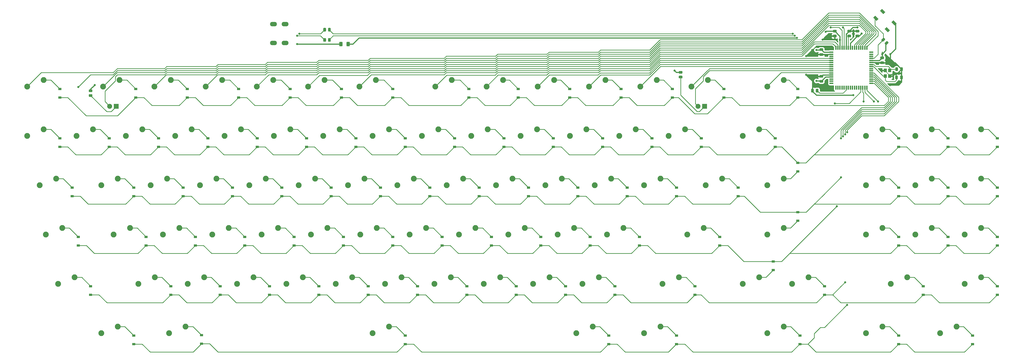
<source format=gbl>
G04 #@! TF.GenerationSoftware,KiCad,Pcbnew,5.1.9*
G04 #@! TF.CreationDate,2021-03-26T15:39:30-04:00*
G04 #@! TF.ProjectId,EKS-1k,454b532d-316b-42e6-9b69-6361645f7063,rev?*
G04 #@! TF.SameCoordinates,Original*
G04 #@! TF.FileFunction,Copper,L2,Bot*
G04 #@! TF.FilePolarity,Positive*
%FSLAX46Y46*%
G04 Gerber Fmt 4.6, Leading zero omitted, Abs format (unit mm)*
G04 Created by KiCad (PCBNEW 5.1.9) date 2021-03-26 15:39:30*
%MOMM*%
%LPD*%
G01*
G04 APERTURE LIST*
G04 #@! TA.AperFunction,ComponentPad*
%ADD10O,2.700000X1.700000*%
G04 #@! TD*
G04 #@! TA.AperFunction,ComponentPad*
%ADD11R,1.905000X1.905000*%
G04 #@! TD*
G04 #@! TA.AperFunction,ComponentPad*
%ADD12C,1.905000*%
G04 #@! TD*
G04 #@! TA.AperFunction,ComponentPad*
%ADD13C,2.250000*%
G04 #@! TD*
G04 #@! TA.AperFunction,SMDPad,CuDef*
%ADD14R,1.200000X1.400000*%
G04 #@! TD*
G04 #@! TA.AperFunction,SMDPad,CuDef*
%ADD15R,0.550000X1.500000*%
G04 #@! TD*
G04 #@! TA.AperFunction,SMDPad,CuDef*
%ADD16R,1.500000X0.550000*%
G04 #@! TD*
G04 #@! TA.AperFunction,SMDPad,CuDef*
%ADD17C,0.100000*%
G04 #@! TD*
G04 #@! TA.AperFunction,SMDPad,CuDef*
%ADD18R,1.200000X0.900000*%
G04 #@! TD*
G04 #@! TA.AperFunction,ViaPad*
%ADD19C,0.800000*%
G04 #@! TD*
G04 #@! TA.AperFunction,Conductor*
%ADD20C,0.381000*%
G04 #@! TD*
G04 #@! TA.AperFunction,Conductor*
%ADD21C,0.203200*%
G04 #@! TD*
G04 #@! TA.AperFunction,Conductor*
%ADD22C,0.254000*%
G04 #@! TD*
G04 #@! TA.AperFunction,Conductor*
%ADD23C,0.100000*%
G04 #@! TD*
G04 APERTURE END LIST*
D10*
G04 #@! TO.P,J1,6*
G04 #@! TO.N,N/C*
X102700000Y-7387500D03*
X102700000Y-14687500D03*
X107200000Y-14687500D03*
X107200000Y-7387500D03*
G04 #@! TD*
G04 #@! TO.P,C8,2*
G04 #@! TO.N,GND*
G04 #@! TA.AperFunction,SMDPad,CuDef*
G36*
G01*
X328681250Y-10587500D02*
X327731250Y-10587500D01*
G75*
G02*
X327481250Y-10337500I0J250000D01*
G01*
X327481250Y-9837500D01*
G75*
G02*
X327731250Y-9587500I250000J0D01*
G01*
X328681250Y-9587500D01*
G75*
G02*
X328931250Y-9837500I0J-250000D01*
G01*
X328931250Y-10337500D01*
G75*
G02*
X328681250Y-10587500I-250000J0D01*
G01*
G37*
G04 #@! TD.AperFunction*
G04 #@! TO.P,C8,1*
G04 #@! TO.N,+5V*
G04 #@! TA.AperFunction,SMDPad,CuDef*
G36*
G01*
X328681250Y-12487500D02*
X327731250Y-12487500D01*
G75*
G02*
X327481250Y-12237500I0J250000D01*
G01*
X327481250Y-11737500D01*
G75*
G02*
X327731250Y-11487500I250000J0D01*
G01*
X328681250Y-11487500D01*
G75*
G02*
X328931250Y-11737500I0J-250000D01*
G01*
X328931250Y-12237500D01*
G75*
G02*
X328681250Y-12487500I-250000J0D01*
G01*
G37*
G04 #@! TD.AperFunction*
G04 #@! TD*
D11*
G04 #@! TO.P,MX12,4*
G04 #@! TO.N,CAPSGND*
X42068900Y-39136250D03*
D12*
G04 #@! TO.P,MX12,3*
G04 #@! TO.N,CAPSLED*
X39528900Y-39136250D03*
D13*
G04 #@! TO.P,MX12,1*
G04 #@! TO.N,COL2*
X36988900Y-31516250D03*
G04 #@! TO.P,MX12,2*
G04 #@! TO.N,Net-(D12-Pad2)*
X43338900Y-28976250D03*
G04 #@! TD*
G04 #@! TO.P,MX1,2*
G04 #@! TO.N,Net-(D1-Pad2)*
X14040000Y-28976250D03*
G04 #@! TO.P,MX1,1*
G04 #@! TO.N,COL0*
X7690000Y-31516250D03*
G04 #@! TD*
D14*
G04 #@! TO.P,Y1,4*
G04 #@! TO.N,GND*
X340638485Y-27472750D03*
G04 #@! TO.P,Y1,3*
G04 #@! TO.N,Net-(C2-Pad1)*
X340638485Y-25272750D03*
G04 #@! TO.P,Y1,2*
G04 #@! TO.N,GND*
X338938485Y-25272750D03*
G04 #@! TO.P,Y1,1*
G04 #@! TO.N,Net-(C1-Pad1)*
X338938485Y-27472750D03*
G04 #@! TD*
G04 #@! TO.P,R4,2*
G04 #@! TO.N,Net-(R4-Pad2)*
G04 #@! TA.AperFunction,SMDPad,CuDef*
G36*
G01*
X312128000Y-33522002D02*
X312128000Y-32621998D01*
G75*
G02*
X312377998Y-32372000I249998J0D01*
G01*
X312903002Y-32372000D01*
G75*
G02*
X313153000Y-32621998I0J-249998D01*
G01*
X313153000Y-33522002D01*
G75*
G02*
X312903002Y-33772000I-249998J0D01*
G01*
X312377998Y-33772000D01*
G75*
G02*
X312128000Y-33522002I0J249998D01*
G01*
G37*
G04 #@! TD.AperFunction*
G04 #@! TO.P,R4,1*
G04 #@! TO.N,GND*
G04 #@! TA.AperFunction,SMDPad,CuDef*
G36*
G01*
X310303000Y-33522002D02*
X310303000Y-32621998D01*
G75*
G02*
X310552998Y-32372000I249998J0D01*
G01*
X311078002Y-32372000D01*
G75*
G02*
X311328000Y-32621998I0J-249998D01*
G01*
X311328000Y-33522002D01*
G75*
G02*
X311078002Y-33772000I-249998J0D01*
G01*
X310552998Y-33772000D01*
G75*
G02*
X310303000Y-33522002I0J249998D01*
G01*
G37*
G04 #@! TD.AperFunction*
G04 #@! TD*
G04 #@! TO.P,C7,2*
G04 #@! TO.N,GND*
G04 #@! TA.AperFunction,SMDPad,CuDef*
G36*
G01*
X337256250Y-21806250D02*
X338206250Y-21806250D01*
G75*
G02*
X338456250Y-22056250I0J-250000D01*
G01*
X338456250Y-22556250D01*
G75*
G02*
X338206250Y-22806250I-250000J0D01*
G01*
X337256250Y-22806250D01*
G75*
G02*
X337006250Y-22556250I0J250000D01*
G01*
X337006250Y-22056250D01*
G75*
G02*
X337256250Y-21806250I250000J0D01*
G01*
G37*
G04 #@! TD.AperFunction*
G04 #@! TO.P,C7,1*
G04 #@! TO.N,+5V*
G04 #@! TA.AperFunction,SMDPad,CuDef*
G36*
G01*
X337256250Y-19906250D02*
X338206250Y-19906250D01*
G75*
G02*
X338456250Y-20156250I0J-250000D01*
G01*
X338456250Y-20656250D01*
G75*
G02*
X338206250Y-20906250I-250000J0D01*
G01*
X337256250Y-20906250D01*
G75*
G02*
X337006250Y-20656250I0J250000D01*
G01*
X337006250Y-20156250D01*
G75*
G02*
X337256250Y-19906250I250000J0D01*
G01*
G37*
G04 #@! TD.AperFunction*
G04 #@! TD*
G04 #@! TO.P,C6,2*
G04 #@! TO.N,GND*
G04 #@! TA.AperFunction,SMDPad,CuDef*
G36*
G01*
X313793000Y-18631250D02*
X314743000Y-18631250D01*
G75*
G02*
X314993000Y-18881250I0J-250000D01*
G01*
X314993000Y-19381250D01*
G75*
G02*
X314743000Y-19631250I-250000J0D01*
G01*
X313793000Y-19631250D01*
G75*
G02*
X313543000Y-19381250I0J250000D01*
G01*
X313543000Y-18881250D01*
G75*
G02*
X313793000Y-18631250I250000J0D01*
G01*
G37*
G04 #@! TD.AperFunction*
G04 #@! TO.P,C6,1*
G04 #@! TO.N,+5V*
G04 #@! TA.AperFunction,SMDPad,CuDef*
G36*
G01*
X313793000Y-16731250D02*
X314743000Y-16731250D01*
G75*
G02*
X314993000Y-16981250I0J-250000D01*
G01*
X314993000Y-17481250D01*
G75*
G02*
X314743000Y-17731250I-250000J0D01*
G01*
X313793000Y-17731250D01*
G75*
G02*
X313543000Y-17481250I0J250000D01*
G01*
X313543000Y-16981250D01*
G75*
G02*
X313793000Y-16731250I250000J0D01*
G01*
G37*
G04 #@! TD.AperFunction*
G04 #@! TD*
G04 #@! TO.P,C5,2*
G04 #@! TO.N,GND*
G04 #@! TA.AperFunction,SMDPad,CuDef*
G36*
G01*
X314743000Y-28050000D02*
X313793000Y-28050000D01*
G75*
G02*
X313543000Y-27800000I0J250000D01*
G01*
X313543000Y-27300000D01*
G75*
G02*
X313793000Y-27050000I250000J0D01*
G01*
X314743000Y-27050000D01*
G75*
G02*
X314993000Y-27300000I0J-250000D01*
G01*
X314993000Y-27800000D01*
G75*
G02*
X314743000Y-28050000I-250000J0D01*
G01*
G37*
G04 #@! TD.AperFunction*
G04 #@! TO.P,C5,1*
G04 #@! TO.N,+5V*
G04 #@! TA.AperFunction,SMDPad,CuDef*
G36*
G01*
X314743000Y-29950000D02*
X313793000Y-29950000D01*
G75*
G02*
X313543000Y-29700000I0J250000D01*
G01*
X313543000Y-29200000D01*
G75*
G02*
X313793000Y-28950000I250000J0D01*
G01*
X314743000Y-28950000D01*
G75*
G02*
X314993000Y-29200000I0J-250000D01*
G01*
X314993000Y-29700000D01*
G75*
G02*
X314743000Y-29950000I-250000J0D01*
G01*
G37*
G04 #@! TD.AperFunction*
G04 #@! TD*
G04 #@! TO.P,C4,2*
G04 #@! TO.N,GND*
G04 #@! TA.AperFunction,SMDPad,CuDef*
G36*
G01*
X319000000Y-11487500D02*
X319950000Y-11487500D01*
G75*
G02*
X320200000Y-11737500I0J-250000D01*
G01*
X320200000Y-12237500D01*
G75*
G02*
X319950000Y-12487500I-250000J0D01*
G01*
X319000000Y-12487500D01*
G75*
G02*
X318750000Y-12237500I0J250000D01*
G01*
X318750000Y-11737500D01*
G75*
G02*
X319000000Y-11487500I250000J0D01*
G01*
G37*
G04 #@! TD.AperFunction*
G04 #@! TO.P,C4,1*
G04 #@! TO.N,+5V*
G04 #@! TA.AperFunction,SMDPad,CuDef*
G36*
G01*
X319000000Y-9587500D02*
X319950000Y-9587500D01*
G75*
G02*
X320200000Y-9837500I0J-250000D01*
G01*
X320200000Y-10337500D01*
G75*
G02*
X319950000Y-10587500I-250000J0D01*
G01*
X319000000Y-10587500D01*
G75*
G02*
X318750000Y-10337500I0J250000D01*
G01*
X318750000Y-9837500D01*
G75*
G02*
X319000000Y-9587500I250000J0D01*
G01*
G37*
G04 #@! TD.AperFunction*
G04 #@! TD*
G04 #@! TO.P,C3,2*
G04 #@! TO.N,GND*
G04 #@! TA.AperFunction,SMDPad,CuDef*
G36*
G01*
X325506250Y-10587500D02*
X324556250Y-10587500D01*
G75*
G02*
X324306250Y-10337500I0J250000D01*
G01*
X324306250Y-9837500D01*
G75*
G02*
X324556250Y-9587500I250000J0D01*
G01*
X325506250Y-9587500D01*
G75*
G02*
X325756250Y-9837500I0J-250000D01*
G01*
X325756250Y-10337500D01*
G75*
G02*
X325506250Y-10587500I-250000J0D01*
G01*
G37*
G04 #@! TD.AperFunction*
G04 #@! TO.P,C3,1*
G04 #@! TO.N,Net-(C3-Pad1)*
G04 #@! TA.AperFunction,SMDPad,CuDef*
G36*
G01*
X325506250Y-12487500D02*
X324556250Y-12487500D01*
G75*
G02*
X324306250Y-12237500I0J250000D01*
G01*
X324306250Y-11737500D01*
G75*
G02*
X324556250Y-11487500I250000J0D01*
G01*
X325506250Y-11487500D01*
G75*
G02*
X325756250Y-11737500I0J-250000D01*
G01*
X325756250Y-12237500D01*
G75*
G02*
X325506250Y-12487500I-250000J0D01*
G01*
G37*
G04 #@! TD.AperFunction*
G04 #@! TD*
G04 #@! TO.P,C2,2*
G04 #@! TO.N,GND*
G04 #@! TA.AperFunction,SMDPad,CuDef*
G36*
G01*
X344728613Y-25260250D02*
X344728613Y-24310250D01*
G75*
G02*
X344978613Y-24060250I250000J0D01*
G01*
X345478613Y-24060250D01*
G75*
G02*
X345728613Y-24310250I0J-250000D01*
G01*
X345728613Y-25260250D01*
G75*
G02*
X345478613Y-25510250I-250000J0D01*
G01*
X344978613Y-25510250D01*
G75*
G02*
X344728613Y-25260250I0J250000D01*
G01*
G37*
G04 #@! TD.AperFunction*
G04 #@! TO.P,C2,1*
G04 #@! TO.N,Net-(C2-Pad1)*
G04 #@! TA.AperFunction,SMDPad,CuDef*
G36*
G01*
X342828613Y-25260250D02*
X342828613Y-24310250D01*
G75*
G02*
X343078613Y-24060250I250000J0D01*
G01*
X343578613Y-24060250D01*
G75*
G02*
X343828613Y-24310250I0J-250000D01*
G01*
X343828613Y-25260250D01*
G75*
G02*
X343578613Y-25510250I-250000J0D01*
G01*
X343078613Y-25510250D01*
G75*
G02*
X342828613Y-25260250I0J250000D01*
G01*
G37*
G04 #@! TD.AperFunction*
G04 #@! TD*
G04 #@! TO.P,C1,2*
G04 #@! TO.N,GND*
G04 #@! TA.AperFunction,SMDPad,CuDef*
G36*
G01*
X344690000Y-28435250D02*
X344690000Y-27485250D01*
G75*
G02*
X344940000Y-27235250I250000J0D01*
G01*
X345440000Y-27235250D01*
G75*
G02*
X345690000Y-27485250I0J-250000D01*
G01*
X345690000Y-28435250D01*
G75*
G02*
X345440000Y-28685250I-250000J0D01*
G01*
X344940000Y-28685250D01*
G75*
G02*
X344690000Y-28435250I0J250000D01*
G01*
G37*
G04 #@! TD.AperFunction*
G04 #@! TO.P,C1,1*
G04 #@! TO.N,Net-(C1-Pad1)*
G04 #@! TA.AperFunction,SMDPad,CuDef*
G36*
G01*
X342790000Y-28435250D02*
X342790000Y-27485250D01*
G75*
G02*
X343040000Y-27235250I250000J0D01*
G01*
X343540000Y-27235250D01*
G75*
G02*
X343790000Y-27485250I0J-250000D01*
G01*
X343790000Y-28435250D01*
G75*
G02*
X343540000Y-28685250I-250000J0D01*
G01*
X343040000Y-28685250D01*
G75*
G02*
X342790000Y-28435250I0J250000D01*
G01*
G37*
G04 #@! TD.AperFunction*
G04 #@! TD*
D15*
G04 #@! TO.P,U1,1*
G04 #@! TO.N,COL7*
X319872585Y-16529288D03*
G04 #@! TO.P,U1,2*
G04 #@! TO.N,COL6*
X320672585Y-16529288D03*
G04 #@! TO.P,U1,3*
G04 #@! TO.N,+5V*
X321472585Y-16529288D03*
G04 #@! TO.P,U1,4*
G04 #@! TO.N,Net-(R2-Pad1)*
X322272585Y-16529288D03*
G04 #@! TO.P,U1,5*
G04 #@! TO.N,Net-(R3-Pad1)*
X323072585Y-16529288D03*
G04 #@! TO.P,U1,6*
G04 #@! TO.N,GND*
X323872585Y-16529288D03*
G04 #@! TO.P,U1,7*
G04 #@! TO.N,Net-(C3-Pad1)*
X324672585Y-16529288D03*
G04 #@! TO.P,U1,8*
G04 #@! TO.N,+5V*
X325472585Y-16529288D03*
G04 #@! TO.P,U1,9*
G04 #@! TO.N,Net-(U1-Pad9)*
X326272585Y-16529288D03*
G04 #@! TO.P,U1,10*
G04 #@! TO.N,COL5*
X327072585Y-16529288D03*
G04 #@! TO.P,U1,11*
G04 #@! TO.N,COL4*
X327872585Y-16529288D03*
G04 #@! TO.P,U1,12*
G04 #@! TO.N,COL3*
X328672585Y-16529288D03*
G04 #@! TO.P,U1,13*
G04 #@! TO.N,CAPSLED*
X329472585Y-16529288D03*
G04 #@! TO.P,U1,14*
G04 #@! TO.N,COL2*
X330272585Y-16529288D03*
G04 #@! TO.P,U1,15*
G04 #@! TO.N,COL1*
X331072585Y-16529288D03*
G04 #@! TO.P,U1,16*
G04 #@! TO.N,COL0*
X331872585Y-16529288D03*
D16*
G04 #@! TO.P,U1,17*
G04 #@! TO.N,Net-(U1-Pad17)*
X333572585Y-18229288D03*
G04 #@! TO.P,U1,18*
G04 #@! TO.N,Net-(U1-Pad18)*
X333572585Y-19029288D03*
G04 #@! TO.P,U1,19*
G04 #@! TO.N,Net-(U1-Pad19)*
X333572585Y-19829288D03*
G04 #@! TO.P,U1,20*
G04 #@! TO.N,Net-(R1-Pad2)*
X333572585Y-20629288D03*
G04 #@! TO.P,U1,21*
G04 #@! TO.N,+5V*
X333572585Y-21429288D03*
G04 #@! TO.P,U1,22*
G04 #@! TO.N,GND*
X333572585Y-22229288D03*
G04 #@! TO.P,U1,23*
G04 #@! TO.N,Net-(C2-Pad1)*
X333572585Y-23029288D03*
G04 #@! TO.P,U1,24*
G04 #@! TO.N,Net-(C1-Pad1)*
X333572585Y-23829288D03*
G04 #@! TO.P,U1,25*
G04 #@! TO.N,Net-(U1-Pad25)*
X333572585Y-24629288D03*
G04 #@! TO.P,U1,26*
G04 #@! TO.N,Net-(U1-Pad26)*
X333572585Y-25429288D03*
G04 #@! TO.P,U1,27*
G04 #@! TO.N,ROW5*
X333572585Y-26229288D03*
G04 #@! TO.P,U1,28*
G04 #@! TO.N,ROW4*
X333572585Y-27029288D03*
G04 #@! TO.P,U1,29*
G04 #@! TO.N,ROW3*
X333572585Y-27829288D03*
G04 #@! TO.P,U1,30*
G04 #@! TO.N,ROW2*
X333572585Y-28629288D03*
G04 #@! TO.P,U1,31*
G04 #@! TO.N,ROW1*
X333572585Y-29429288D03*
G04 #@! TO.P,U1,32*
G04 #@! TO.N,ROW0*
X333572585Y-30229288D03*
D15*
G04 #@! TO.P,U1,33*
G04 #@! TO.N,COL18*
X331872585Y-31929288D03*
G04 #@! TO.P,U1,34*
G04 #@! TO.N,COL17*
X331072585Y-31929288D03*
G04 #@! TO.P,U1,35*
G04 #@! TO.N,COL16*
X330272585Y-31929288D03*
G04 #@! TO.P,U1,36*
G04 #@! TO.N,COL15*
X329472585Y-31929288D03*
G04 #@! TO.P,U1,37*
G04 #@! TO.N,Net-(U1-Pad37)*
X328672585Y-31929288D03*
G04 #@! TO.P,U1,38*
G04 #@! TO.N,Net-(U1-Pad38)*
X327872585Y-31929288D03*
G04 #@! TO.P,U1,39*
G04 #@! TO.N,Net-(U1-Pad39)*
X327072585Y-31929288D03*
G04 #@! TO.P,U1,40*
G04 #@! TO.N,Net-(U1-Pad40)*
X326272585Y-31929288D03*
G04 #@! TO.P,U1,41*
G04 #@! TO.N,Net-(U1-Pad41)*
X325472585Y-31929288D03*
G04 #@! TO.P,U1,42*
G04 #@! TO.N,Net-(U1-Pad42)*
X324672585Y-31929288D03*
G04 #@! TO.P,U1,43*
G04 #@! TO.N,Net-(R4-Pad2)*
X323872585Y-31929288D03*
G04 #@! TO.P,U1,44*
G04 #@! TO.N,Net-(U1-Pad44)*
X323072585Y-31929288D03*
G04 #@! TO.P,U1,45*
G04 #@! TO.N,Net-(U1-Pad45)*
X322272585Y-31929288D03*
G04 #@! TO.P,U1,46*
G04 #@! TO.N,Net-(U1-Pad46)*
X321472585Y-31929288D03*
G04 #@! TO.P,U1,47*
G04 #@! TO.N,Net-(U1-Pad47)*
X320672585Y-31929288D03*
G04 #@! TO.P,U1,48*
G04 #@! TO.N,Net-(U1-Pad48)*
X319872585Y-31929288D03*
D16*
G04 #@! TO.P,U1,49*
G04 #@! TO.N,Net-(U1-Pad49)*
X318172585Y-30229288D03*
G04 #@! TO.P,U1,50*
G04 #@! TO.N,Net-(U1-Pad50)*
X318172585Y-29429288D03*
G04 #@! TO.P,U1,51*
G04 #@! TO.N,Net-(U1-Pad51)*
X318172585Y-28629288D03*
G04 #@! TO.P,U1,52*
G04 #@! TO.N,+5V*
X318172585Y-27829288D03*
G04 #@! TO.P,U1,53*
G04 #@! TO.N,GND*
X318172585Y-27029288D03*
G04 #@! TO.P,U1,54*
G04 #@! TO.N,COL14*
X318172585Y-26229288D03*
G04 #@! TO.P,U1,55*
G04 #@! TO.N,NUMLED*
X318172585Y-25429288D03*
G04 #@! TO.P,U1,56*
G04 #@! TO.N,COL13*
X318172585Y-24629288D03*
G04 #@! TO.P,U1,57*
G04 #@! TO.N,COL12*
X318172585Y-23829288D03*
G04 #@! TO.P,U1,58*
G04 #@! TO.N,COL11*
X318172585Y-23029288D03*
G04 #@! TO.P,U1,59*
G04 #@! TO.N,COL10*
X318172585Y-22229288D03*
G04 #@! TO.P,U1,60*
G04 #@! TO.N,COL9*
X318172585Y-21429288D03*
G04 #@! TO.P,U1,61*
G04 #@! TO.N,COL8*
X318172585Y-20629288D03*
G04 #@! TO.P,U1,62*
G04 #@! TO.N,Net-(U1-Pad62)*
X318172585Y-19829288D03*
G04 #@! TO.P,U1,63*
G04 #@! TO.N,GND*
X318172585Y-19029288D03*
G04 #@! TO.P,U1,64*
G04 #@! TO.N,+5V*
X318172585Y-18229288D03*
G04 #@! TD*
G04 #@! TA.AperFunction,SMDPad,CuDef*
D17*
G04 #@! TO.P,SW1,1*
G04 #@! TO.N,GND*
G36*
X341310874Y-6605396D02*
G01*
X342088692Y-5827578D01*
X343361484Y-7100370D01*
X342583666Y-7878188D01*
X341310874Y-6605396D01*
G37*
G04 #@! TD.AperFunction*
G04 #@! TA.AperFunction,SMDPad,CuDef*
G04 #@! TO.P,SW1,2*
G04 #@! TO.N,Net-(R1-Pad2)*
G36*
X334310516Y-4837630D02*
G01*
X335088334Y-4059812D01*
X336361126Y-5332604D01*
X335583308Y-6110422D01*
X334310516Y-4837630D01*
G37*
G04 #@! TD.AperFunction*
G04 #@! TA.AperFunction,SMDPad,CuDef*
G04 #@! TO.P,SW1,3*
G04 #@! TO.N,N/C*
G36*
X338694578Y-9221692D02*
G01*
X339472396Y-8443874D01*
X340745188Y-9716666D01*
X339967370Y-10494484D01*
X338694578Y-9221692D01*
G37*
G04 #@! TD.AperFunction*
G04 #@! TA.AperFunction,SMDPad,CuDef*
G04 #@! TO.P,SW1,4*
G36*
X336926812Y-2221334D02*
G01*
X337704630Y-1443516D01*
X338977422Y-2716308D01*
X338199604Y-3494126D01*
X336926812Y-2221334D01*
G37*
G04 #@! TD.AperFunction*
G04 #@! TD*
G04 #@! TO.P,R6,2*
G04 #@! TO.N,GND*
G04 #@! TA.AperFunction,SMDPad,CuDef*
G36*
G01*
X260393752Y-26512500D02*
X259493748Y-26512500D01*
G75*
G02*
X259243750Y-26262502I0J249998D01*
G01*
X259243750Y-25737498D01*
G75*
G02*
X259493748Y-25487500I249998J0D01*
G01*
X260393752Y-25487500D01*
G75*
G02*
X260643750Y-25737498I0J-249998D01*
G01*
X260643750Y-26262502D01*
G75*
G02*
X260393752Y-26512500I-249998J0D01*
G01*
G37*
G04 #@! TD.AperFunction*
G04 #@! TO.P,R6,1*
G04 #@! TO.N,NUMGND*
G04 #@! TA.AperFunction,SMDPad,CuDef*
G36*
G01*
X260393752Y-28337500D02*
X259493748Y-28337500D01*
G75*
G02*
X259243750Y-28087502I0J249998D01*
G01*
X259243750Y-27562498D01*
G75*
G02*
X259493748Y-27312500I249998J0D01*
G01*
X260393752Y-27312500D01*
G75*
G02*
X260643750Y-27562498I0J-249998D01*
G01*
X260643750Y-28087502D01*
G75*
G02*
X260393752Y-28337500I-249998J0D01*
G01*
G37*
G04 #@! TD.AperFunction*
G04 #@! TD*
G04 #@! TO.P,R5,2*
G04 #@! TO.N,GND*
G04 #@! TA.AperFunction,SMDPad,CuDef*
G36*
G01*
X32587502Y-33656250D02*
X31687498Y-33656250D01*
G75*
G02*
X31437500Y-33406252I0J249998D01*
G01*
X31437500Y-32881248D01*
G75*
G02*
X31687498Y-32631250I249998J0D01*
G01*
X32587502Y-32631250D01*
G75*
G02*
X32837500Y-32881248I0J-249998D01*
G01*
X32837500Y-33406252D01*
G75*
G02*
X32587502Y-33656250I-249998J0D01*
G01*
G37*
G04 #@! TD.AperFunction*
G04 #@! TO.P,R5,1*
G04 #@! TO.N,CAPSGND*
G04 #@! TA.AperFunction,SMDPad,CuDef*
G36*
G01*
X32587502Y-35481250D02*
X31687498Y-35481250D01*
G75*
G02*
X31437500Y-35231252I0J249998D01*
G01*
X31437500Y-34706248D01*
G75*
G02*
X31687498Y-34456250I249998J0D01*
G01*
X32587502Y-34456250D01*
G75*
G02*
X32837500Y-34706248I0J-249998D01*
G01*
X32837500Y-35231252D01*
G75*
G02*
X32587502Y-35481250I-249998J0D01*
G01*
G37*
G04 #@! TD.AperFunction*
G04 #@! TD*
G04 #@! TO.P,R2,2*
G04 #@! TO.N,D-*
G04 #@! TA.AperFunction,SMDPad,CuDef*
G36*
G01*
X123018750Y-13043748D02*
X123018750Y-13943752D01*
G75*
G02*
X122768752Y-14193750I-249998J0D01*
G01*
X122243748Y-14193750D01*
G75*
G02*
X121993750Y-13943752I0J249998D01*
G01*
X121993750Y-13043748D01*
G75*
G02*
X122243748Y-12793750I249998J0D01*
G01*
X122768752Y-12793750D01*
G75*
G02*
X123018750Y-13043748I0J-249998D01*
G01*
G37*
G04 #@! TD.AperFunction*
G04 #@! TO.P,R2,1*
G04 #@! TO.N,Net-(R2-Pad1)*
G04 #@! TA.AperFunction,SMDPad,CuDef*
G36*
G01*
X124843750Y-13043748D02*
X124843750Y-13943752D01*
G75*
G02*
X124593752Y-14193750I-249998J0D01*
G01*
X124068748Y-14193750D01*
G75*
G02*
X123818750Y-13943752I0J249998D01*
G01*
X123818750Y-13043748D01*
G75*
G02*
X124068748Y-12793750I249998J0D01*
G01*
X124593752Y-12793750D01*
G75*
G02*
X124843750Y-13043748I0J-249998D01*
G01*
G37*
G04 #@! TD.AperFunction*
G04 #@! TD*
G04 #@! TO.P,R3,2*
G04 #@! TO.N,D+*
G04 #@! TA.AperFunction,SMDPad,CuDef*
G36*
G01*
X123018750Y-9074998D02*
X123018750Y-9975002D01*
G75*
G02*
X122768752Y-10225000I-249998J0D01*
G01*
X122243748Y-10225000D01*
G75*
G02*
X121993750Y-9975002I0J249998D01*
G01*
X121993750Y-9074998D01*
G75*
G02*
X122243748Y-8825000I249998J0D01*
G01*
X122768752Y-8825000D01*
G75*
G02*
X123018750Y-9074998I0J-249998D01*
G01*
G37*
G04 #@! TD.AperFunction*
G04 #@! TO.P,R3,1*
G04 #@! TO.N,Net-(R3-Pad1)*
G04 #@! TA.AperFunction,SMDPad,CuDef*
G36*
G01*
X124843750Y-9074998D02*
X124843750Y-9975002D01*
G75*
G02*
X124593752Y-10225000I-249998J0D01*
G01*
X124068748Y-10225000D01*
G75*
G02*
X123818750Y-9975002I0J249998D01*
G01*
X123818750Y-9074998D01*
G75*
G02*
X124068748Y-8825000I249998J0D01*
G01*
X124593752Y-8825000D01*
G75*
G02*
X124843750Y-9074998I0J-249998D01*
G01*
G37*
G04 #@! TD.AperFunction*
G04 #@! TD*
G04 #@! TO.P,R1,1*
G04 #@! TO.N,+5V*
G04 #@! TA.AperFunction,SMDPad,CuDef*
G36*
G01*
X340130591Y-14744192D02*
X339494192Y-15380591D01*
G75*
G02*
X339140642Y-15380591I-176775J176775D01*
G01*
X338769409Y-15009358D01*
G75*
G02*
X338769409Y-14655808I176775J176775D01*
G01*
X339405808Y-14019409D01*
G75*
G02*
X339759358Y-14019409I176775J-176775D01*
G01*
X340130591Y-14390642D01*
G75*
G02*
X340130591Y-14744192I-176775J-176775D01*
G01*
G37*
G04 #@! TD.AperFunction*
G04 #@! TO.P,R1,2*
G04 #@! TO.N,Net-(R1-Pad2)*
G04 #@! TA.AperFunction,SMDPad,CuDef*
G36*
G01*
X338840121Y-13453722D02*
X338203722Y-14090121D01*
G75*
G02*
X337850172Y-14090121I-176775J176775D01*
G01*
X337478939Y-13718888D01*
G75*
G02*
X337478939Y-13365338I176775J176775D01*
G01*
X338115338Y-12728939D01*
G75*
G02*
X338468888Y-12728939I176775J-176775D01*
G01*
X338840121Y-13100172D01*
G75*
G02*
X338840121Y-13453722I-176775J-176775D01*
G01*
G37*
G04 #@! TD.AperFunction*
G04 #@! TD*
D13*
G04 #@! TO.P,MX91,2*
G04 #@! TO.N,Net-(D91-Pad2)*
X366465000Y-124226250D03*
G04 #@! TO.P,MX91,1*
G04 #@! TO.N,COL18*
X360115000Y-126766250D03*
G04 #@! TD*
G04 #@! TO.P,MX90,2*
G04 #@! TO.N,Net-(D90-Pad2)*
X375990000Y-105176250D03*
G04 #@! TO.P,MX90,1*
G04 #@! TO.N,COL18*
X369640000Y-107716250D03*
G04 #@! TD*
G04 #@! TO.P,MX89,2*
G04 #@! TO.N,Net-(D89-Pad2)*
X375990000Y-86126250D03*
G04 #@! TO.P,MX89,1*
G04 #@! TO.N,COL18*
X369640000Y-88666250D03*
G04 #@! TD*
G04 #@! TO.P,MX88,2*
G04 #@! TO.N,Net-(D88-Pad2)*
X375990000Y-67076250D03*
G04 #@! TO.P,MX88,1*
G04 #@! TO.N,COL18*
X369640000Y-69616250D03*
G04 #@! TD*
G04 #@! TO.P,MX87,2*
G04 #@! TO.N,Net-(D87-Pad2)*
X375990000Y-48026250D03*
G04 #@! TO.P,MX87,1*
G04 #@! TO.N,COL18*
X369640000Y-50566250D03*
G04 #@! TD*
G04 #@! TO.P,MX86,2*
G04 #@! TO.N,Net-(D86-Pad2)*
X356940000Y-86126250D03*
G04 #@! TO.P,MX86,1*
G04 #@! TO.N,COL17*
X350590000Y-88666250D03*
G04 #@! TD*
G04 #@! TO.P,MX85,2*
G04 #@! TO.N,Net-(D85-Pad2)*
X356940000Y-67076250D03*
G04 #@! TO.P,MX85,1*
G04 #@! TO.N,COL17*
X350590000Y-69616250D03*
G04 #@! TD*
G04 #@! TO.P,MX84,2*
G04 #@! TO.N,Net-(D84-Pad2)*
X356940000Y-48026250D03*
G04 #@! TO.P,MX84,1*
G04 #@! TO.N,COL17*
X350590000Y-50566250D03*
G04 #@! TD*
G04 #@! TO.P,MX83,2*
G04 #@! TO.N,Net-(D83-Pad2)*
X337890000Y-124226250D03*
G04 #@! TO.P,MX83,1*
G04 #@! TO.N,COL16*
X331540000Y-126766250D03*
G04 #@! TD*
G04 #@! TO.P,MX82,2*
G04 #@! TO.N,Net-(D82-Pad2)*
X347415000Y-105176250D03*
G04 #@! TO.P,MX82,1*
G04 #@! TO.N,COL16*
X341065000Y-107716250D03*
G04 #@! TD*
G04 #@! TO.P,MX81,2*
G04 #@! TO.N,Net-(D81-Pad2)*
X337890000Y-86126250D03*
G04 #@! TO.P,MX81,1*
G04 #@! TO.N,COL16*
X331540000Y-88666250D03*
G04 #@! TD*
G04 #@! TO.P,MX80,2*
G04 #@! TO.N,Net-(D80-Pad2)*
X337890000Y-67076250D03*
G04 #@! TO.P,MX80,1*
G04 #@! TO.N,COL16*
X331540000Y-69616250D03*
G04 #@! TD*
G04 #@! TO.P,MX79,2*
G04 #@! TO.N,Net-(D79-Pad2)*
X337890000Y-48026250D03*
G04 #@! TO.P,MX79,1*
G04 #@! TO.N,COL16*
X331540000Y-50566250D03*
G04 #@! TD*
G04 #@! TO.P,MX78,2*
G04 #@! TO.N,Net-(D78-Pad2)*
X299790000Y-124226250D03*
G04 #@! TO.P,MX78,1*
G04 #@! TO.N,COL15*
X293440000Y-126766250D03*
G04 #@! TD*
G04 #@! TO.P,MX77,2*
G04 #@! TO.N,Net-(D77-Pad2)*
X309315000Y-105176250D03*
G04 #@! TO.P,MX77,1*
G04 #@! TO.N,COL15*
X302965000Y-107716250D03*
G04 #@! TD*
G04 #@! TO.P,MX76,2*
G04 #@! TO.N,Net-(D76-Pad2)*
X299790000Y-86126250D03*
G04 #@! TO.P,MX76,1*
G04 #@! TO.N,COL15*
X293440000Y-88666250D03*
G04 #@! TD*
G04 #@! TO.P,MX75,2*
G04 #@! TO.N,Net-(D75-Pad2)*
X299790000Y-67076250D03*
G04 #@! TO.P,MX75,1*
G04 #@! TO.N,COL15*
X293440000Y-69616250D03*
G04 #@! TD*
G04 #@! TO.P,MX74,2*
G04 #@! TO.N,Net-(D74-Pad2)*
X290265000Y-48026250D03*
G04 #@! TO.P,MX74,1*
G04 #@! TO.N,COL14*
X283915000Y-50566250D03*
G04 #@! TD*
G04 #@! TO.P,MX73,2*
G04 #@! TO.N,Net-(D73-Pad2)*
X299790000Y-28976250D03*
G04 #@! TO.P,MX73,1*
G04 #@! TO.N,COL14*
X293440000Y-31516250D03*
G04 #@! TD*
G04 #@! TO.P,MX72,2*
G04 #@! TO.N,Net-(D72-Pad2)*
X290265000Y-105176250D03*
G04 #@! TO.P,MX72,1*
G04 #@! TO.N,COL15*
X283915000Y-107716250D03*
G04 #@! TD*
G04 #@! TO.P,MX71,2*
G04 #@! TO.N,Net-(D71-Pad2)*
X268833750Y-86126250D03*
G04 #@! TO.P,MX71,1*
G04 #@! TO.N,COL14*
X262483750Y-88666250D03*
G04 #@! TD*
G04 #@! TO.P,MX70,2*
G04 #@! TO.N,Net-(D70-Pad2)*
X275977500Y-67076250D03*
G04 #@! TO.P,MX70,1*
G04 #@! TO.N,COL14*
X269627500Y-69616250D03*
G04 #@! TD*
G04 #@! TO.P,MX69,2*
G04 #@! TO.N,Net-(D69-Pad2)*
X261690000Y-48026250D03*
G04 #@! TO.P,MX69,1*
G04 #@! TO.N,COL13*
X255340000Y-50566250D03*
G04 #@! TD*
D11*
G04 #@! TO.P,MX68,4*
G04 #@! TO.N,NUMGND*
X269221100Y-39136250D03*
D12*
G04 #@! TO.P,MX68,3*
G04 #@! TO.N,NUMLED*
X266681100Y-39136250D03*
D13*
G04 #@! TO.P,MX68,1*
G04 #@! TO.N,COL13*
X264141100Y-31516250D03*
G04 #@! TO.P,MX68,2*
G04 #@! TO.N,Net-(D68-Pad2)*
X270491100Y-28976250D03*
G04 #@! TD*
G04 #@! TO.P,MX67,2*
G04 #@! TO.N,Net-(D67-Pad2)*
X259308750Y-105176250D03*
G04 #@! TO.P,MX67,1*
G04 #@! TO.N,COL14*
X252958750Y-107716250D03*
G04 #@! TD*
G04 #@! TO.P,MX66,2*
G04 #@! TO.N,Net-(D66-Pad2)*
X252165000Y-67076250D03*
G04 #@! TO.P,MX66,1*
G04 #@! TO.N,COL13*
X245815000Y-69616250D03*
G04 #@! TD*
G04 #@! TO.P,MX65,2*
G04 #@! TO.N,Net-(D65-Pad2)*
X242640000Y-48026250D03*
G04 #@! TO.P,MX65,1*
G04 #@! TO.N,COL12*
X236290000Y-50566250D03*
G04 #@! TD*
G04 #@! TO.P,MX64,2*
G04 #@! TO.N,Net-(D64-Pad2)*
X250705770Y-28976250D03*
G04 #@! TO.P,MX64,1*
G04 #@! TO.N,COL12*
X244355770Y-31516250D03*
G04 #@! TD*
G04 #@! TO.P,MX63,2*
G04 #@! TO.N,Net-(D63-Pad2)*
X252165000Y-124226250D03*
G04 #@! TO.P,MX63,1*
G04 #@! TO.N,COL14*
X245815000Y-126766250D03*
G04 #@! TD*
G04 #@! TO.P,MX62,2*
G04 #@! TO.N,Net-(D62-Pad2)*
X237877500Y-86126250D03*
G04 #@! TO.P,MX62,1*
G04 #@! TO.N,COL13*
X231527500Y-88666250D03*
G04 #@! TD*
G04 #@! TO.P,MX61,2*
G04 #@! TO.N,Net-(D61-Pad2)*
X233115000Y-67076250D03*
G04 #@! TO.P,MX61,1*
G04 #@! TO.N,COL12*
X226765000Y-69616250D03*
G04 #@! TD*
G04 #@! TO.P,MX60,2*
G04 #@! TO.N,Net-(D60-Pad2)*
X223590000Y-48026250D03*
G04 #@! TO.P,MX60,1*
G04 #@! TO.N,COL11*
X217240000Y-50566250D03*
G04 #@! TD*
G04 #@! TO.P,MX59,2*
G04 #@! TO.N,Net-(D59-Pad2)*
X230920440Y-28976250D03*
G04 #@! TO.P,MX59,1*
G04 #@! TO.N,COL11*
X224570440Y-31516250D03*
G04 #@! TD*
G04 #@! TO.P,MX58,2*
G04 #@! TO.N,Net-(D58-Pad2)*
X225971250Y-124226250D03*
G04 #@! TO.P,MX58,1*
G04 #@! TO.N,COL13*
X219621250Y-126766250D03*
G04 #@! TD*
G04 #@! TO.P,MX57,2*
G04 #@! TO.N,Net-(D57-Pad2)*
X228352500Y-105176250D03*
G04 #@! TO.P,MX57,1*
G04 #@! TO.N,COL13*
X222002500Y-107716250D03*
G04 #@! TD*
G04 #@! TO.P,MX56,2*
G04 #@! TO.N,Net-(D56-Pad2)*
X218827500Y-86126250D03*
G04 #@! TO.P,MX56,1*
G04 #@! TO.N,COL12*
X212477500Y-88666250D03*
G04 #@! TD*
G04 #@! TO.P,MX55,2*
G04 #@! TO.N,Net-(D55-Pad2)*
X214065000Y-67076250D03*
G04 #@! TO.P,MX55,1*
G04 #@! TO.N,COL11*
X207715000Y-69616250D03*
G04 #@! TD*
G04 #@! TO.P,MX54,2*
G04 #@! TO.N,Net-(D54-Pad2)*
X204540000Y-48026250D03*
G04 #@! TO.P,MX54,1*
G04 #@! TO.N,COL10*
X198190000Y-50566250D03*
G04 #@! TD*
G04 #@! TO.P,MX53,2*
G04 #@! TO.N,Net-(D53-Pad2)*
X211135110Y-28976250D03*
G04 #@! TO.P,MX53,1*
G04 #@! TO.N,COL10*
X204785110Y-31516250D03*
G04 #@! TD*
G04 #@! TO.P,MX52,2*
G04 #@! TO.N,Net-(D52-Pad2)*
X209302500Y-105176250D03*
G04 #@! TO.P,MX52,1*
G04 #@! TO.N,COL12*
X202952500Y-107716250D03*
G04 #@! TD*
G04 #@! TO.P,MX51,2*
G04 #@! TO.N,Net-(D51-Pad2)*
X199777500Y-86126250D03*
G04 #@! TO.P,MX51,1*
G04 #@! TO.N,COL11*
X193427500Y-88666250D03*
G04 #@! TD*
G04 #@! TO.P,MX50,2*
G04 #@! TO.N,Net-(D50-Pad2)*
X195015000Y-67076250D03*
G04 #@! TO.P,MX50,1*
G04 #@! TO.N,COL10*
X188665000Y-69616250D03*
G04 #@! TD*
G04 #@! TO.P,MX49,2*
G04 #@! TO.N,Net-(D49-Pad2)*
X185490000Y-48026250D03*
G04 #@! TO.P,MX49,1*
G04 #@! TO.N,COL9*
X179140000Y-50566250D03*
G04 #@! TD*
G04 #@! TO.P,MX48,2*
G04 #@! TO.N,Net-(D48-Pad2)*
X191349780Y-28976250D03*
G04 #@! TO.P,MX48,1*
G04 #@! TO.N,COL9*
X184999780Y-31516250D03*
G04 #@! TD*
G04 #@! TO.P,MX47,2*
G04 #@! TO.N,Net-(D47-Pad2)*
X190252500Y-105176250D03*
G04 #@! TO.P,MX47,1*
G04 #@! TO.N,COL11*
X183902500Y-107716250D03*
G04 #@! TD*
G04 #@! TO.P,MX46,2*
G04 #@! TO.N,Net-(D46-Pad2)*
X180727500Y-86126250D03*
G04 #@! TO.P,MX46,1*
G04 #@! TO.N,COL10*
X174377500Y-88666250D03*
G04 #@! TD*
G04 #@! TO.P,MX45,2*
G04 #@! TO.N,Net-(D45-Pad2)*
X175965000Y-67076250D03*
G04 #@! TO.P,MX45,1*
G04 #@! TO.N,COL9*
X169615000Y-69616250D03*
G04 #@! TD*
G04 #@! TO.P,MX44,2*
G04 #@! TO.N,Net-(D44-Pad2)*
X166440000Y-48026250D03*
G04 #@! TO.P,MX44,1*
G04 #@! TO.N,COL8*
X160090000Y-50566250D03*
G04 #@! TD*
G04 #@! TO.P,MX43,2*
G04 #@! TO.N,Net-(D43-Pad2)*
X171564450Y-28976250D03*
G04 #@! TO.P,MX43,1*
G04 #@! TO.N,COL8*
X165214450Y-31516250D03*
G04 #@! TD*
G04 #@! TO.P,MX42,2*
G04 #@! TO.N,Net-(D42-Pad2)*
X171202500Y-105176250D03*
G04 #@! TO.P,MX42,1*
G04 #@! TO.N,COL10*
X164852500Y-107716250D03*
G04 #@! TD*
G04 #@! TO.P,MX41,2*
G04 #@! TO.N,Net-(D41-Pad2)*
X161677500Y-86126250D03*
G04 #@! TO.P,MX41,1*
G04 #@! TO.N,COL7*
X155327500Y-88666250D03*
G04 #@! TD*
G04 #@! TO.P,MX40,2*
G04 #@! TO.N,Net-(D40-Pad2)*
X156915000Y-67076250D03*
G04 #@! TO.P,MX40,1*
G04 #@! TO.N,COL7*
X150565000Y-69616250D03*
G04 #@! TD*
G04 #@! TO.P,MX39,2*
G04 #@! TO.N,Net-(D39-Pad2)*
X147390000Y-48026250D03*
G04 #@! TO.P,MX39,1*
G04 #@! TO.N,COL7*
X141040000Y-50566250D03*
G04 #@! TD*
G04 #@! TO.P,MX38,2*
G04 #@! TO.N,Net-(D38-Pad2)*
X142265550Y-28976250D03*
G04 #@! TO.P,MX38,1*
G04 #@! TO.N,COL7*
X135915550Y-31516250D03*
G04 #@! TD*
G04 #@! TO.P,MX37,2*
G04 #@! TO.N,Net-(D37-Pad2)*
X147390000Y-124226250D03*
G04 #@! TO.P,MX37,1*
G04 #@! TO.N,COL6*
X141040000Y-126766250D03*
G04 #@! TD*
G04 #@! TO.P,MX36,2*
G04 #@! TO.N,Net-(D36-Pad2)*
X152152500Y-105176250D03*
G04 #@! TO.P,MX36,1*
G04 #@! TO.N,COL6*
X145802500Y-107716250D03*
G04 #@! TD*
G04 #@! TO.P,MX35,2*
G04 #@! TO.N,Net-(D35-Pad2)*
X142627500Y-86126250D03*
G04 #@! TO.P,MX35,1*
G04 #@! TO.N,COL6*
X136277500Y-88666250D03*
G04 #@! TD*
G04 #@! TO.P,MX34,2*
G04 #@! TO.N,Net-(D34-Pad2)*
X137865000Y-67076250D03*
G04 #@! TO.P,MX34,1*
G04 #@! TO.N,COL6*
X131515000Y-69616250D03*
G04 #@! TD*
G04 #@! TO.P,MX33,2*
G04 #@! TO.N,Net-(D33-Pad2)*
X128340000Y-48026250D03*
G04 #@! TO.P,MX33,1*
G04 #@! TO.N,COL6*
X121990000Y-50566250D03*
G04 #@! TD*
G04 #@! TO.P,MX32,2*
G04 #@! TO.N,Net-(D32-Pad2)*
X122480220Y-28976250D03*
G04 #@! TO.P,MX32,1*
G04 #@! TO.N,COL6*
X116130220Y-31516250D03*
G04 #@! TD*
G04 #@! TO.P,MX31,2*
G04 #@! TO.N,Net-(D31-Pad2)*
X133102500Y-105176250D03*
G04 #@! TO.P,MX31,1*
G04 #@! TO.N,COL5*
X126752500Y-107716250D03*
G04 #@! TD*
G04 #@! TO.P,MX30,2*
G04 #@! TO.N,Net-(D30-Pad2)*
X123577500Y-86126250D03*
G04 #@! TO.P,MX30,1*
G04 #@! TO.N,COL5*
X117227500Y-88666250D03*
G04 #@! TD*
G04 #@! TO.P,MX29,2*
G04 #@! TO.N,Net-(D29-Pad2)*
X118815000Y-67076250D03*
G04 #@! TO.P,MX29,1*
G04 #@! TO.N,COL5*
X112465000Y-69616250D03*
G04 #@! TD*
G04 #@! TO.P,MX28,2*
G04 #@! TO.N,Net-(D28-Pad2)*
X109290000Y-48026250D03*
G04 #@! TO.P,MX28,1*
G04 #@! TO.N,COL5*
X102940000Y-50566250D03*
G04 #@! TD*
G04 #@! TO.P,MX27,2*
G04 #@! TO.N,Net-(D27-Pad2)*
X102694890Y-28976250D03*
G04 #@! TO.P,MX27,1*
G04 #@! TO.N,COL5*
X96344890Y-31516250D03*
G04 #@! TD*
G04 #@! TO.P,MX26,2*
G04 #@! TO.N,Net-(D26-Pad2)*
X114052500Y-105176250D03*
G04 #@! TO.P,MX26,1*
G04 #@! TO.N,COL4*
X107702500Y-107716250D03*
G04 #@! TD*
G04 #@! TO.P,MX25,2*
G04 #@! TO.N,Net-(D25-Pad2)*
X104527500Y-86126250D03*
G04 #@! TO.P,MX25,1*
G04 #@! TO.N,COL4*
X98177500Y-88666250D03*
G04 #@! TD*
G04 #@! TO.P,MX24,2*
G04 #@! TO.N,Net-(D24-Pad2)*
X99765000Y-67076250D03*
G04 #@! TO.P,MX24,1*
G04 #@! TO.N,COL4*
X93415000Y-69616250D03*
G04 #@! TD*
G04 #@! TO.P,MX23,2*
G04 #@! TO.N,Net-(D23-Pad2)*
X90240000Y-48026250D03*
G04 #@! TO.P,MX23,1*
G04 #@! TO.N,COL4*
X83890000Y-50566250D03*
G04 #@! TD*
G04 #@! TO.P,MX22,2*
G04 #@! TO.N,Net-(D22-Pad2)*
X82909560Y-28976250D03*
G04 #@! TO.P,MX22,1*
G04 #@! TO.N,COL4*
X76559560Y-31516250D03*
G04 #@! TD*
G04 #@! TO.P,MX21,2*
G04 #@! TO.N,Net-(D21-Pad2)*
X95002500Y-105176250D03*
G04 #@! TO.P,MX21,1*
G04 #@! TO.N,COL3*
X88652500Y-107716250D03*
G04 #@! TD*
G04 #@! TO.P,MX20,2*
G04 #@! TO.N,Net-(D20-Pad2)*
X85477500Y-86126250D03*
G04 #@! TO.P,MX20,1*
G04 #@! TO.N,COL3*
X79127500Y-88666250D03*
G04 #@! TD*
G04 #@! TO.P,MX19,2*
G04 #@! TO.N,Net-(D19-Pad2)*
X80715000Y-67076250D03*
G04 #@! TO.P,MX19,1*
G04 #@! TO.N,COL3*
X74365000Y-69616250D03*
G04 #@! TD*
G04 #@! TO.P,MX18,2*
G04 #@! TO.N,Net-(D18-Pad2)*
X71190000Y-48026250D03*
G04 #@! TO.P,MX18,1*
G04 #@! TO.N,COL3*
X64840000Y-50566250D03*
G04 #@! TD*
G04 #@! TO.P,MX17,2*
G04 #@! TO.N,Net-(D17-Pad2)*
X63124230Y-28976250D03*
G04 #@! TO.P,MX17,1*
G04 #@! TO.N,COL3*
X56774230Y-31516250D03*
G04 #@! TD*
G04 #@! TO.P,MX16,2*
G04 #@! TO.N,Net-(D16-Pad2)*
X75952500Y-105176250D03*
G04 #@! TO.P,MX16,1*
G04 #@! TO.N,COL2*
X69602500Y-107716250D03*
G04 #@! TD*
G04 #@! TO.P,MX15,2*
G04 #@! TO.N,Net-(D15-Pad2)*
X66427500Y-86126250D03*
G04 #@! TO.P,MX15,1*
G04 #@! TO.N,COL2*
X60077500Y-88666250D03*
G04 #@! TD*
G04 #@! TO.P,MX14,2*
G04 #@! TO.N,Net-(D14-Pad2)*
X61665000Y-67076250D03*
G04 #@! TO.P,MX14,1*
G04 #@! TO.N,COL2*
X55315000Y-69616250D03*
G04 #@! TD*
G04 #@! TO.P,MX13,2*
G04 #@! TO.N,Net-(D13-Pad2)*
X52140000Y-48026250D03*
G04 #@! TO.P,MX13,1*
G04 #@! TO.N,COL2*
X45790000Y-50566250D03*
G04 #@! TD*
G04 #@! TO.P,MX11,2*
G04 #@! TO.N,Net-(D11-Pad2)*
X68808750Y-124226250D03*
G04 #@! TO.P,MX11,1*
G04 #@! TO.N,COL1*
X62458750Y-126766250D03*
G04 #@! TD*
G04 #@! TO.P,MX10,2*
G04 #@! TO.N,Net-(D10-Pad2)*
X56902500Y-105176250D03*
G04 #@! TO.P,MX10,1*
G04 #@! TO.N,COL1*
X50552500Y-107716250D03*
G04 #@! TD*
G04 #@! TO.P,MX9,2*
G04 #@! TO.N,Net-(D9-Pad2)*
X47377500Y-86126250D03*
G04 #@! TO.P,MX9,1*
G04 #@! TO.N,COL1*
X41027500Y-88666250D03*
G04 #@! TD*
G04 #@! TO.P,MX8,2*
G04 #@! TO.N,Net-(D8-Pad2)*
X42615000Y-67076250D03*
G04 #@! TO.P,MX8,1*
G04 #@! TO.N,COL1*
X36265000Y-69616250D03*
G04 #@! TD*
G04 #@! TO.P,MX7,2*
G04 #@! TO.N,Net-(D7-Pad2)*
X33090000Y-48026250D03*
G04 #@! TO.P,MX7,1*
G04 #@! TO.N,COL1*
X26740000Y-50566250D03*
G04 #@! TD*
G04 #@! TO.P,MX6,2*
G04 #@! TO.N,Net-(D6-Pad2)*
X42615000Y-124226250D03*
G04 #@! TO.P,MX6,1*
G04 #@! TO.N,COL0*
X36265000Y-126766250D03*
G04 #@! TD*
G04 #@! TO.P,MX5,2*
G04 #@! TO.N,Net-(D5-Pad2)*
X25946250Y-105176250D03*
G04 #@! TO.P,MX5,1*
G04 #@! TO.N,COL0*
X19596250Y-107716250D03*
G04 #@! TD*
G04 #@! TO.P,MX4,2*
G04 #@! TO.N,Net-(D4-Pad2)*
X21183750Y-86126250D03*
G04 #@! TO.P,MX4,1*
G04 #@! TO.N,COL0*
X14833750Y-88666250D03*
G04 #@! TD*
G04 #@! TO.P,MX3,2*
G04 #@! TO.N,Net-(D3-Pad2)*
X18802500Y-67076250D03*
G04 #@! TO.P,MX3,1*
G04 #@! TO.N,COL0*
X12452500Y-69616250D03*
G04 #@! TD*
G04 #@! TO.P,MX2,2*
G04 #@! TO.N,Net-(D2-Pad2)*
X14040000Y-48026250D03*
G04 #@! TO.P,MX2,1*
G04 #@! TO.N,COL0*
X7690000Y-50566250D03*
G04 #@! TD*
G04 #@! TO.P,F1,2*
G04 #@! TO.N,VCC*
G04 #@! TA.AperFunction,SMDPad,CuDef*
G36*
G01*
X129400000Y-14456250D02*
X129400000Y-15706250D01*
G75*
G02*
X129150000Y-15956250I-250000J0D01*
G01*
X128400000Y-15956250D01*
G75*
G02*
X128150000Y-15706250I0J250000D01*
G01*
X128150000Y-14456250D01*
G75*
G02*
X128400000Y-14206250I250000J0D01*
G01*
X129150000Y-14206250D01*
G75*
G02*
X129400000Y-14456250I0J-250000D01*
G01*
G37*
G04 #@! TD.AperFunction*
G04 #@! TO.P,F1,1*
G04 #@! TO.N,+5V*
G04 #@! TA.AperFunction,SMDPad,CuDef*
G36*
G01*
X132200000Y-14456250D02*
X132200000Y-15706250D01*
G75*
G02*
X131950000Y-15956250I-250000J0D01*
G01*
X131200000Y-15956250D01*
G75*
G02*
X130950000Y-15706250I0J250000D01*
G01*
X130950000Y-14456250D01*
G75*
G02*
X131200000Y-14206250I250000J0D01*
G01*
X131950000Y-14206250D01*
G75*
G02*
X132200000Y-14456250I0J-250000D01*
G01*
G37*
G04 #@! TD.AperFunction*
G04 #@! TD*
D18*
G04 #@! TO.P,D91,2*
G04 #@! TO.N,Net-(D91-Pad2)*
X372656250Y-127656250D03*
G04 #@! TO.P,D91,1*
G04 #@! TO.N,ROW5*
X372656250Y-130956250D03*
G04 #@! TD*
G04 #@! TO.P,D90,2*
G04 #@! TO.N,Net-(D90-Pad2)*
X382181250Y-108606250D03*
G04 #@! TO.P,D90,1*
G04 #@! TO.N,ROW4*
X382181250Y-111906250D03*
G04 #@! TD*
G04 #@! TO.P,D89,2*
G04 #@! TO.N,Net-(D89-Pad2)*
X382181250Y-89556250D03*
G04 #@! TO.P,D89,1*
G04 #@! TO.N,ROW3*
X382181250Y-92856250D03*
G04 #@! TD*
G04 #@! TO.P,D88,2*
G04 #@! TO.N,Net-(D88-Pad2)*
X382181250Y-70506250D03*
G04 #@! TO.P,D88,1*
G04 #@! TO.N,ROW2*
X382181250Y-73806250D03*
G04 #@! TD*
G04 #@! TO.P,D87,2*
G04 #@! TO.N,Net-(D87-Pad2)*
X382181250Y-51456250D03*
G04 #@! TO.P,D87,1*
G04 #@! TO.N,ROW1*
X382181250Y-54756250D03*
G04 #@! TD*
G04 #@! TO.P,D86,2*
G04 #@! TO.N,Net-(D86-Pad2)*
X363131250Y-89556250D03*
G04 #@! TO.P,D86,1*
G04 #@! TO.N,ROW3*
X363131250Y-92856250D03*
G04 #@! TD*
G04 #@! TO.P,D85,2*
G04 #@! TO.N,Net-(D85-Pad2)*
X363131250Y-70506250D03*
G04 #@! TO.P,D85,1*
G04 #@! TO.N,ROW2*
X363131250Y-73806250D03*
G04 #@! TD*
G04 #@! TO.P,D84,2*
G04 #@! TO.N,Net-(D84-Pad2)*
X363131250Y-51456250D03*
G04 #@! TO.P,D84,1*
G04 #@! TO.N,ROW1*
X363131250Y-54756250D03*
G04 #@! TD*
G04 #@! TO.P,D83,2*
G04 #@! TO.N,Net-(D83-Pad2)*
X344081250Y-127656250D03*
G04 #@! TO.P,D83,1*
G04 #@! TO.N,ROW5*
X344081250Y-130956250D03*
G04 #@! TD*
G04 #@! TO.P,D82,2*
G04 #@! TO.N,Net-(D82-Pad2)*
X353606250Y-108606250D03*
G04 #@! TO.P,D82,1*
G04 #@! TO.N,ROW4*
X353606250Y-111906250D03*
G04 #@! TD*
G04 #@! TO.P,D81,2*
G04 #@! TO.N,Net-(D81-Pad2)*
X344081250Y-89556250D03*
G04 #@! TO.P,D81,1*
G04 #@! TO.N,ROW3*
X344081250Y-92856250D03*
G04 #@! TD*
G04 #@! TO.P,D80,2*
G04 #@! TO.N,Net-(D80-Pad2)*
X344081250Y-70506250D03*
G04 #@! TO.P,D80,1*
G04 #@! TO.N,ROW2*
X344081250Y-73806250D03*
G04 #@! TD*
G04 #@! TO.P,D79,2*
G04 #@! TO.N,Net-(D79-Pad2)*
X344081250Y-51456250D03*
G04 #@! TO.P,D79,1*
G04 #@! TO.N,ROW1*
X344081250Y-54756250D03*
G04 #@! TD*
G04 #@! TO.P,D78,2*
G04 #@! TO.N,Net-(D78-Pad2)*
X305981250Y-127656250D03*
G04 #@! TO.P,D78,1*
G04 #@! TO.N,ROW5*
X305981250Y-130956250D03*
G04 #@! TD*
G04 #@! TO.P,D77,2*
G04 #@! TO.N,Net-(D77-Pad2)*
X315506250Y-108606250D03*
G04 #@! TO.P,D77,1*
G04 #@! TO.N,ROW4*
X315506250Y-111906250D03*
G04 #@! TD*
G04 #@! TO.P,D76,2*
G04 #@! TO.N,Net-(D76-Pad2)*
X305187500Y-83331250D03*
G04 #@! TO.P,D76,1*
G04 #@! TO.N,ROW2*
X305187500Y-80031250D03*
G04 #@! TD*
G04 #@! TO.P,D75,2*
G04 #@! TO.N,Net-(D75-Pad2)*
X305187500Y-64281250D03*
G04 #@! TO.P,D75,1*
G04 #@! TO.N,ROW1*
X305187500Y-60981250D03*
G04 #@! TD*
G04 #@! TO.P,D74,2*
G04 #@! TO.N,Net-(D74-Pad2)*
X296456250Y-51456250D03*
G04 #@! TO.P,D74,1*
G04 #@! TO.N,ROW1*
X296456250Y-54756250D03*
G04 #@! TD*
G04 #@! TO.P,D73,2*
G04 #@! TO.N,Net-(D73-Pad2)*
X305187500Y-32406250D03*
G04 #@! TO.P,D73,1*
G04 #@! TO.N,ROW0*
X305187500Y-35706250D03*
G04 #@! TD*
G04 #@! TO.P,D72,2*
G04 #@! TO.N,Net-(D72-Pad2)*
X295662500Y-102381250D03*
G04 #@! TO.P,D72,1*
G04 #@! TO.N,ROW3*
X295662500Y-99081250D03*
G04 #@! TD*
G04 #@! TO.P,D71,2*
G04 #@! TO.N,Net-(D71-Pad2)*
X275025000Y-89556250D03*
G04 #@! TO.P,D71,1*
G04 #@! TO.N,ROW3*
X275025000Y-92856250D03*
G04 #@! TD*
G04 #@! TO.P,D70,2*
G04 #@! TO.N,Net-(D70-Pad2)*
X282168750Y-70506250D03*
G04 #@! TO.P,D70,1*
G04 #@! TO.N,ROW2*
X282168750Y-73806250D03*
G04 #@! TD*
G04 #@! TO.P,D69,2*
G04 #@! TO.N,Net-(D69-Pad2)*
X267881250Y-51456250D03*
G04 #@! TO.P,D69,1*
G04 #@! TO.N,ROW1*
X267881250Y-54756250D03*
G04 #@! TD*
G04 #@! TO.P,D68,2*
G04 #@! TO.N,Net-(D68-Pad2)*
X276612500Y-32406250D03*
G04 #@! TO.P,D68,1*
G04 #@! TO.N,ROW0*
X276612500Y-35706250D03*
G04 #@! TD*
G04 #@! TO.P,D67,2*
G04 #@! TO.N,Net-(D67-Pad2)*
X265500000Y-108606250D03*
G04 #@! TO.P,D67,1*
G04 #@! TO.N,ROW4*
X265500000Y-111906250D03*
G04 #@! TD*
G04 #@! TO.P,D66,2*
G04 #@! TO.N,Net-(D66-Pad2)*
X258356250Y-70506250D03*
G04 #@! TO.P,D66,1*
G04 #@! TO.N,ROW2*
X258356250Y-73806250D03*
G04 #@! TD*
G04 #@! TO.P,D65,2*
G04 #@! TO.N,Net-(D65-Pad2)*
X248831250Y-51456250D03*
G04 #@! TO.P,D65,1*
G04 #@! TO.N,ROW1*
X248831250Y-54756250D03*
G04 #@! TD*
G04 #@! TO.P,D64,2*
G04 #@! TO.N,Net-(D64-Pad2)*
X256768750Y-32406250D03*
G04 #@! TO.P,D64,1*
G04 #@! TO.N,ROW0*
X256768750Y-35706250D03*
G04 #@! TD*
G04 #@! TO.P,D63,2*
G04 #@! TO.N,Net-(D63-Pad2)*
X258356250Y-127656250D03*
G04 #@! TO.P,D63,1*
G04 #@! TO.N,ROW5*
X258356250Y-130956250D03*
G04 #@! TD*
G04 #@! TO.P,D62,2*
G04 #@! TO.N,Net-(D62-Pad2)*
X244068750Y-89556250D03*
G04 #@! TO.P,D62,1*
G04 #@! TO.N,ROW3*
X244068750Y-92856250D03*
G04 #@! TD*
G04 #@! TO.P,D61,2*
G04 #@! TO.N,Net-(D61-Pad2)*
X239306250Y-70506250D03*
G04 #@! TO.P,D61,1*
G04 #@! TO.N,ROW2*
X239306250Y-73806250D03*
G04 #@! TD*
G04 #@! TO.P,D60,2*
G04 #@! TO.N,Net-(D60-Pad2)*
X229781250Y-51456250D03*
G04 #@! TO.P,D60,1*
G04 #@! TO.N,ROW1*
X229781250Y-54756250D03*
G04 #@! TD*
G04 #@! TO.P,D59,2*
G04 #@! TO.N,Net-(D59-Pad2)*
X236925000Y-32406250D03*
G04 #@! TO.P,D59,1*
G04 #@! TO.N,ROW0*
X236925000Y-35706250D03*
G04 #@! TD*
G04 #@! TO.P,D58,2*
G04 #@! TO.N,Net-(D58-Pad2)*
X232162500Y-127656250D03*
G04 #@! TO.P,D58,1*
G04 #@! TO.N,ROW5*
X232162500Y-130956250D03*
G04 #@! TD*
G04 #@! TO.P,D57,2*
G04 #@! TO.N,Net-(D57-Pad2)*
X234543750Y-108606250D03*
G04 #@! TO.P,D57,1*
G04 #@! TO.N,ROW4*
X234543750Y-111906250D03*
G04 #@! TD*
G04 #@! TO.P,D56,2*
G04 #@! TO.N,Net-(D56-Pad2)*
X225018750Y-89556250D03*
G04 #@! TO.P,D56,1*
G04 #@! TO.N,ROW3*
X225018750Y-92856250D03*
G04 #@! TD*
G04 #@! TO.P,D55,2*
G04 #@! TO.N,Net-(D55-Pad2)*
X220256250Y-70506250D03*
G04 #@! TO.P,D55,1*
G04 #@! TO.N,ROW2*
X220256250Y-73806250D03*
G04 #@! TD*
G04 #@! TO.P,D54,2*
G04 #@! TO.N,Net-(D54-Pad2)*
X210731250Y-51456250D03*
G04 #@! TO.P,D54,1*
G04 #@! TO.N,ROW1*
X210731250Y-54756250D03*
G04 #@! TD*
G04 #@! TO.P,D53,2*
G04 #@! TO.N,Net-(D53-Pad2)*
X217081250Y-32406250D03*
G04 #@! TO.P,D53,1*
G04 #@! TO.N,ROW0*
X217081250Y-35706250D03*
G04 #@! TD*
G04 #@! TO.P,D52,2*
G04 #@! TO.N,Net-(D52-Pad2)*
X215493750Y-108606250D03*
G04 #@! TO.P,D52,1*
G04 #@! TO.N,ROW4*
X215493750Y-111906250D03*
G04 #@! TD*
G04 #@! TO.P,D51,2*
G04 #@! TO.N,Net-(D51-Pad2)*
X205968750Y-89556250D03*
G04 #@! TO.P,D51,1*
G04 #@! TO.N,ROW3*
X205968750Y-92856250D03*
G04 #@! TD*
G04 #@! TO.P,D50,2*
G04 #@! TO.N,Net-(D50-Pad2)*
X201206250Y-70506250D03*
G04 #@! TO.P,D50,1*
G04 #@! TO.N,ROW2*
X201206250Y-73806250D03*
G04 #@! TD*
G04 #@! TO.P,D49,2*
G04 #@! TO.N,Net-(D49-Pad2)*
X191681250Y-51456250D03*
G04 #@! TO.P,D49,1*
G04 #@! TO.N,ROW1*
X191681250Y-54756250D03*
G04 #@! TD*
G04 #@! TO.P,D48,2*
G04 #@! TO.N,Net-(D48-Pad2)*
X197237500Y-32406250D03*
G04 #@! TO.P,D48,1*
G04 #@! TO.N,ROW0*
X197237500Y-35706250D03*
G04 #@! TD*
G04 #@! TO.P,D47,2*
G04 #@! TO.N,Net-(D47-Pad2)*
X196443750Y-108606250D03*
G04 #@! TO.P,D47,1*
G04 #@! TO.N,ROW4*
X196443750Y-111906250D03*
G04 #@! TD*
G04 #@! TO.P,D46,2*
G04 #@! TO.N,Net-(D46-Pad2)*
X186918750Y-89556250D03*
G04 #@! TO.P,D46,1*
G04 #@! TO.N,ROW3*
X186918750Y-92856250D03*
G04 #@! TD*
G04 #@! TO.P,D45,2*
G04 #@! TO.N,Net-(D45-Pad2)*
X182156250Y-70506250D03*
G04 #@! TO.P,D45,1*
G04 #@! TO.N,ROW2*
X182156250Y-73806250D03*
G04 #@! TD*
G04 #@! TO.P,D44,2*
G04 #@! TO.N,Net-(D44-Pad2)*
X172631250Y-51456250D03*
G04 #@! TO.P,D44,1*
G04 #@! TO.N,ROW1*
X172631250Y-54756250D03*
G04 #@! TD*
G04 #@! TO.P,D43,2*
G04 #@! TO.N,Net-(D43-Pad2)*
X178187500Y-32406250D03*
G04 #@! TO.P,D43,1*
G04 #@! TO.N,ROW0*
X178187500Y-35706250D03*
G04 #@! TD*
G04 #@! TO.P,D42,2*
G04 #@! TO.N,Net-(D42-Pad2)*
X177393750Y-108606250D03*
G04 #@! TO.P,D42,1*
G04 #@! TO.N,ROW4*
X177393750Y-111906250D03*
G04 #@! TD*
G04 #@! TO.P,D41,2*
G04 #@! TO.N,Net-(D41-Pad2)*
X167868750Y-89556250D03*
G04 #@! TO.P,D41,1*
G04 #@! TO.N,ROW3*
X167868750Y-92856250D03*
G04 #@! TD*
G04 #@! TO.P,D40,2*
G04 #@! TO.N,Net-(D40-Pad2)*
X163106250Y-70506250D03*
G04 #@! TO.P,D40,1*
G04 #@! TO.N,ROW2*
X163106250Y-73806250D03*
G04 #@! TD*
G04 #@! TO.P,D39,2*
G04 #@! TO.N,Net-(D39-Pad2)*
X153581250Y-51456250D03*
G04 #@! TO.P,D39,1*
G04 #@! TO.N,ROW1*
X153581250Y-54756250D03*
G04 #@! TD*
G04 #@! TO.P,D38,2*
G04 #@! TO.N,Net-(D38-Pad2)*
X148818750Y-32406250D03*
G04 #@! TO.P,D38,1*
G04 #@! TO.N,ROW0*
X148818750Y-35706250D03*
G04 #@! TD*
G04 #@! TO.P,D37,2*
G04 #@! TO.N,Net-(D37-Pad2)*
X153581250Y-127656250D03*
G04 #@! TO.P,D37,1*
G04 #@! TO.N,ROW5*
X153581250Y-130956250D03*
G04 #@! TD*
G04 #@! TO.P,D36,2*
G04 #@! TO.N,Net-(D36-Pad2)*
X158343750Y-108606250D03*
G04 #@! TO.P,D36,1*
G04 #@! TO.N,ROW4*
X158343750Y-111906250D03*
G04 #@! TD*
G04 #@! TO.P,D35,2*
G04 #@! TO.N,Net-(D35-Pad2)*
X148818750Y-89556250D03*
G04 #@! TO.P,D35,1*
G04 #@! TO.N,ROW3*
X148818750Y-92856250D03*
G04 #@! TD*
G04 #@! TO.P,D34,2*
G04 #@! TO.N,Net-(D34-Pad2)*
X144056250Y-70506250D03*
G04 #@! TO.P,D34,1*
G04 #@! TO.N,ROW2*
X144056250Y-73806250D03*
G04 #@! TD*
G04 #@! TO.P,D33,2*
G04 #@! TO.N,Net-(D33-Pad2)*
X134531250Y-51456250D03*
G04 #@! TO.P,D33,1*
G04 #@! TO.N,ROW1*
X134531250Y-54756250D03*
G04 #@! TD*
G04 #@! TO.P,D32,2*
G04 #@! TO.N,Net-(D32-Pad2)*
X128975000Y-32406250D03*
G04 #@! TO.P,D32,1*
G04 #@! TO.N,ROW0*
X128975000Y-35706250D03*
G04 #@! TD*
G04 #@! TO.P,D31,2*
G04 #@! TO.N,Net-(D31-Pad2)*
X139293750Y-108606250D03*
G04 #@! TO.P,D31,1*
G04 #@! TO.N,ROW4*
X139293750Y-111906250D03*
G04 #@! TD*
G04 #@! TO.P,D30,2*
G04 #@! TO.N,Net-(D30-Pad2)*
X129768750Y-89556250D03*
G04 #@! TO.P,D30,1*
G04 #@! TO.N,ROW3*
X129768750Y-92856250D03*
G04 #@! TD*
G04 #@! TO.P,D29,2*
G04 #@! TO.N,Net-(D29-Pad2)*
X125006250Y-70506250D03*
G04 #@! TO.P,D29,1*
G04 #@! TO.N,ROW2*
X125006250Y-73806250D03*
G04 #@! TD*
G04 #@! TO.P,D28,2*
G04 #@! TO.N,Net-(D28-Pad2)*
X115481250Y-51456250D03*
G04 #@! TO.P,D28,1*
G04 #@! TO.N,ROW1*
X115481250Y-54756250D03*
G04 #@! TD*
G04 #@! TO.P,D27,2*
G04 #@! TO.N,Net-(D27-Pad2)*
X109131250Y-32406250D03*
G04 #@! TO.P,D27,1*
G04 #@! TO.N,ROW0*
X109131250Y-35706250D03*
G04 #@! TD*
G04 #@! TO.P,D26,2*
G04 #@! TO.N,Net-(D26-Pad2)*
X120243750Y-108606250D03*
G04 #@! TO.P,D26,1*
G04 #@! TO.N,ROW4*
X120243750Y-111906250D03*
G04 #@! TD*
G04 #@! TO.P,D25,2*
G04 #@! TO.N,Net-(D25-Pad2)*
X110718750Y-89556250D03*
G04 #@! TO.P,D25,1*
G04 #@! TO.N,ROW3*
X110718750Y-92856250D03*
G04 #@! TD*
G04 #@! TO.P,D24,2*
G04 #@! TO.N,Net-(D24-Pad2)*
X105956250Y-70506250D03*
G04 #@! TO.P,D24,1*
G04 #@! TO.N,ROW2*
X105956250Y-73806250D03*
G04 #@! TD*
G04 #@! TO.P,D23,2*
G04 #@! TO.N,Net-(D23-Pad2)*
X96431250Y-51456250D03*
G04 #@! TO.P,D23,1*
G04 #@! TO.N,ROW1*
X96431250Y-54756250D03*
G04 #@! TD*
G04 #@! TO.P,D22,2*
G04 #@! TO.N,Net-(D22-Pad2)*
X89287500Y-32406250D03*
G04 #@! TO.P,D22,1*
G04 #@! TO.N,ROW0*
X89287500Y-35706250D03*
G04 #@! TD*
G04 #@! TO.P,D21,2*
G04 #@! TO.N,Net-(D21-Pad2)*
X101193750Y-108606250D03*
G04 #@! TO.P,D21,1*
G04 #@! TO.N,ROW4*
X101193750Y-111906250D03*
G04 #@! TD*
G04 #@! TO.P,D20,2*
G04 #@! TO.N,Net-(D20-Pad2)*
X91668750Y-89556250D03*
G04 #@! TO.P,D20,1*
G04 #@! TO.N,ROW3*
X91668750Y-92856250D03*
G04 #@! TD*
G04 #@! TO.P,D19,2*
G04 #@! TO.N,Net-(D19-Pad2)*
X86906250Y-70506250D03*
G04 #@! TO.P,D19,1*
G04 #@! TO.N,ROW2*
X86906250Y-73806250D03*
G04 #@! TD*
G04 #@! TO.P,D18,2*
G04 #@! TO.N,Net-(D18-Pad2)*
X77381250Y-51456250D03*
G04 #@! TO.P,D18,1*
G04 #@! TO.N,ROW1*
X77381250Y-54756250D03*
G04 #@! TD*
G04 #@! TO.P,D17,2*
G04 #@! TO.N,Net-(D17-Pad2)*
X69443750Y-32406250D03*
G04 #@! TO.P,D17,1*
G04 #@! TO.N,ROW0*
X69443750Y-35706250D03*
G04 #@! TD*
G04 #@! TO.P,D16,2*
G04 #@! TO.N,Net-(D16-Pad2)*
X82143750Y-108606250D03*
G04 #@! TO.P,D16,1*
G04 #@! TO.N,ROW4*
X82143750Y-111906250D03*
G04 #@! TD*
G04 #@! TO.P,D15,2*
G04 #@! TO.N,Net-(D15-Pad2)*
X72618750Y-89556250D03*
G04 #@! TO.P,D15,1*
G04 #@! TO.N,ROW3*
X72618750Y-92856250D03*
G04 #@! TD*
G04 #@! TO.P,D14,2*
G04 #@! TO.N,Net-(D14-Pad2)*
X67856250Y-70506250D03*
G04 #@! TO.P,D14,1*
G04 #@! TO.N,ROW2*
X67856250Y-73806250D03*
G04 #@! TD*
G04 #@! TO.P,D13,2*
G04 #@! TO.N,Net-(D13-Pad2)*
X58331250Y-51456250D03*
G04 #@! TO.P,D13,1*
G04 #@! TO.N,ROW1*
X58331250Y-54756250D03*
G04 #@! TD*
G04 #@! TO.P,D12,2*
G04 #@! TO.N,Net-(D12-Pad2)*
X49600000Y-32406250D03*
G04 #@! TO.P,D12,1*
G04 #@! TO.N,ROW0*
X49600000Y-35706250D03*
G04 #@! TD*
G04 #@! TO.P,D11,2*
G04 #@! TO.N,Net-(D11-Pad2)*
X75000000Y-127561000D03*
G04 #@! TO.P,D11,1*
G04 #@! TO.N,ROW5*
X75000000Y-130861000D03*
G04 #@! TD*
G04 #@! TO.P,D10,2*
G04 #@! TO.N,Net-(D10-Pad2)*
X63093750Y-108606250D03*
G04 #@! TO.P,D10,1*
G04 #@! TO.N,ROW4*
X63093750Y-111906250D03*
G04 #@! TD*
G04 #@! TO.P,D9,2*
G04 #@! TO.N,Net-(D9-Pad2)*
X53568750Y-89556250D03*
G04 #@! TO.P,D9,1*
G04 #@! TO.N,ROW3*
X53568750Y-92856250D03*
G04 #@! TD*
G04 #@! TO.P,D8,2*
G04 #@! TO.N,Net-(D8-Pad2)*
X48806250Y-70506250D03*
G04 #@! TO.P,D8,1*
G04 #@! TO.N,ROW2*
X48806250Y-73806250D03*
G04 #@! TD*
G04 #@! TO.P,D7,2*
G04 #@! TO.N,Net-(D7-Pad2)*
X39281250Y-51456250D03*
G04 #@! TO.P,D7,1*
G04 #@! TO.N,ROW1*
X39281250Y-54756250D03*
G04 #@! TD*
G04 #@! TO.P,D6,2*
G04 #@! TO.N,Net-(D6-Pad2)*
X48806250Y-127656250D03*
G04 #@! TO.P,D6,1*
G04 #@! TO.N,ROW5*
X48806250Y-130956250D03*
G04 #@! TD*
G04 #@! TO.P,D5,2*
G04 #@! TO.N,Net-(D5-Pad2)*
X32137500Y-108606250D03*
G04 #@! TO.P,D5,1*
G04 #@! TO.N,ROW4*
X32137500Y-111906250D03*
G04 #@! TD*
G04 #@! TO.P,D4,2*
G04 #@! TO.N,Net-(D4-Pad2)*
X27375000Y-89556250D03*
G04 #@! TO.P,D4,1*
G04 #@! TO.N,ROW3*
X27375000Y-92856250D03*
G04 #@! TD*
G04 #@! TO.P,D3,2*
G04 #@! TO.N,Net-(D3-Pad2)*
X24993750Y-70506250D03*
G04 #@! TO.P,D3,1*
G04 #@! TO.N,ROW2*
X24993750Y-73806250D03*
G04 #@! TD*
G04 #@! TO.P,D2,2*
G04 #@! TO.N,Net-(D2-Pad2)*
X20231250Y-51456250D03*
G04 #@! TO.P,D2,1*
G04 #@! TO.N,ROW1*
X20231250Y-54756250D03*
G04 #@! TD*
G04 #@! TO.P,D1,2*
G04 #@! TO.N,Net-(D1-Pad2)*
X20231250Y-32406250D03*
G04 #@! TO.P,D1,1*
G04 #@! TO.N,ROW0*
X20231250Y-35706250D03*
G04 #@! TD*
D19*
G04 #@! TO.N,GND*
X257562500Y-25325000D03*
X33725000Y-30881250D03*
X308362500Y-19768750D03*
X308362500Y-26956288D03*
X314712500Y-13418750D03*
X340906250Y-18975000D03*
X326618750Y-34850000D03*
X340906250Y-30881250D03*
X310743750Y-17387500D03*
X328206250Y-8656250D03*
G04 #@! TO.N,+5V*
X337731250Y-18975000D03*
X312331250Y-29293750D03*
X312331250Y-17387500D03*
X329793750Y-11037500D03*
X321468750Y-13493750D03*
X315912500Y-10318750D03*
X304800000Y-12691750D03*
G04 #@! TO.N,ROW2*
X321856250Y-66600000D03*
X321856250Y-51518750D03*
G04 #@! TO.N,ROW3*
X320268750Y-77712500D03*
X322650000Y-50725000D03*
G04 #@! TO.N,ROW4*
X323443750Y-107081250D03*
X323443750Y-49931250D03*
G04 #@! TO.N,ROW5*
X324237500Y-115812500D03*
X324241033Y-49141033D03*
G04 #@! TO.N,VCC*
X111918750Y-15081250D03*
G04 #@! TO.N,D+*
X112712500Y-11112500D03*
G04 #@! TO.N,D-*
X111918750Y-11906250D03*
G04 #@! TO.N,COL1*
X27375000Y-31675000D03*
G04 #@! TO.N,Net-(R2-Pad1)*
X317887500Y-8656250D03*
X304006250Y-11901250D03*
G04 #@! TO.N,Net-(R3-Pad1)*
X322650000Y-8656250D03*
X303212500Y-11112500D03*
G04 #@! TO.N,COL15*
X319475000Y-38025000D03*
G04 #@! TO.N,COL16*
X330587500Y-37231250D03*
G04 #@! TO.N,COL17*
X334556250Y-37231250D03*
G04 #@! TO.N,COL18*
X336143750Y-37231250D03*
G04 #@! TD*
D20*
G04 #@! TO.N,GND*
X314369962Y-19029288D02*
X314268000Y-19131250D01*
X318172585Y-19029288D02*
X314369962Y-19029288D01*
X337654288Y-22229288D02*
X337731250Y-22306250D01*
X333572585Y-22229288D02*
X337654288Y-22229288D01*
X345228613Y-27921637D02*
X345190000Y-27960250D01*
X345228613Y-24785250D02*
X345228613Y-27921637D01*
X343169123Y-26844740D02*
X345228613Y-24785250D01*
X341266495Y-26844740D02*
X343169123Y-26844740D01*
X340638485Y-27472750D02*
X341266495Y-26844740D01*
X32137500Y-33143750D02*
X32137500Y-33135500D01*
X259943750Y-26000000D02*
X260380000Y-26000000D01*
X32256250Y-33143750D02*
X32137500Y-33143750D01*
X314788712Y-27029288D02*
X314268000Y-27550000D01*
X318172585Y-27029288D02*
X314788712Y-27029288D01*
X340638485Y-27169848D02*
X340638485Y-27472750D01*
D21*
X338938485Y-25469848D02*
X340638485Y-27169848D01*
D20*
X338938485Y-25272750D02*
X338938485Y-25469848D01*
X258237500Y-26000000D02*
X257562500Y-25325000D01*
X259943750Y-26000000D02*
X258237500Y-26000000D01*
X32137500Y-32468750D02*
X33725000Y-30881250D01*
X32137500Y-33143750D02*
X32137500Y-32468750D01*
X325031250Y-10087500D02*
X328206250Y-10087500D01*
X323872585Y-11246165D02*
X325031250Y-10087500D01*
X323872585Y-16529288D02*
X323872585Y-11246165D01*
X314111750Y-18975000D02*
X314268000Y-19131250D01*
X308362500Y-26956288D02*
X309112462Y-27706250D01*
X314111750Y-27706250D02*
X314268000Y-27550000D01*
X309112462Y-27706250D02*
X314111750Y-27706250D01*
X310815500Y-29409288D02*
X309112462Y-27706250D01*
X310815500Y-33072000D02*
X310815500Y-29409288D01*
X310815500Y-33072000D02*
X310815500Y-33334250D01*
X312331250Y-34850000D02*
X326618750Y-34850000D01*
X310815500Y-33334250D02*
X312331250Y-34850000D01*
X314268000Y-19131250D02*
X313281250Y-19131250D01*
X313125000Y-18975000D02*
X309156250Y-18975000D01*
X313281250Y-19131250D02*
X313125000Y-18975000D01*
X309156250Y-18975000D02*
X308362500Y-19768750D01*
X310743750Y-17387500D02*
X309156250Y-18975000D01*
X325031250Y-10087500D02*
X326462500Y-8656250D01*
X326462500Y-8656250D02*
X328206250Y-8656250D01*
X337887500Y-22150000D02*
X337731250Y-22306250D01*
X342914179Y-16967071D02*
X340906250Y-18975000D01*
X337731250Y-22306250D02*
X339162500Y-22306250D01*
X340906250Y-20562500D02*
X340906250Y-18975000D01*
X339162500Y-22306250D02*
X340906250Y-20562500D01*
X342749613Y-22306250D02*
X345228613Y-24785250D01*
X339162500Y-22306250D02*
X342749613Y-22306250D01*
X345190000Y-29772500D02*
X345190000Y-27960250D01*
X344081250Y-30881250D02*
X345190000Y-29772500D01*
X340906250Y-30881250D02*
X344081250Y-30881250D01*
X342914179Y-7430883D02*
X342336179Y-6852883D01*
X342914179Y-16967071D02*
X342914179Y-7430883D01*
X314712500Y-13418750D02*
X316225000Y-11906250D01*
X319393750Y-11906250D02*
X319475000Y-11987500D01*
X316225000Y-11906250D02*
X319393750Y-11906250D01*
D22*
G04 #@! TO.N,Net-(C1-Pad1)*
X338938485Y-29008735D02*
X338938485Y-27472750D01*
X339477500Y-29547750D02*
X338938485Y-29008735D01*
X342652500Y-29547750D02*
X339477500Y-29547750D01*
X343290000Y-28910250D02*
X342652500Y-29547750D01*
X343290000Y-27960250D02*
X343290000Y-28910250D01*
X334441023Y-23829288D02*
X333572585Y-23829288D01*
X338084485Y-27472750D02*
X334441023Y-23829288D01*
X338938485Y-27472750D02*
X338084485Y-27472750D01*
G04 #@! TO.N,Net-(C2-Pad1)*
X341125985Y-24785250D02*
X340638485Y-25272750D01*
X343328613Y-24785250D02*
X341125985Y-24785250D01*
X333676557Y-23133260D02*
X333572585Y-23029288D01*
X340638485Y-25272750D02*
X340638485Y-24263485D01*
X334576585Y-23029288D02*
X333572585Y-23029288D01*
X335284797Y-23737500D02*
X334576585Y-23029288D01*
X340112500Y-23737500D02*
X335284797Y-23737500D01*
X340638485Y-24263485D02*
X340112500Y-23737500D01*
G04 #@! TO.N,Net-(C3-Pad1)*
X324672585Y-12346165D02*
X325031250Y-11987500D01*
X324672585Y-16529288D02*
X324672585Y-12346165D01*
D20*
G04 #@! TO.N,+5V*
X315266038Y-18229288D02*
X314268000Y-17231250D01*
X318172585Y-18229288D02*
X315266038Y-18229288D01*
X336708212Y-21429288D02*
X337731250Y-20406250D01*
X333572585Y-21429288D02*
X336708212Y-21429288D01*
X315888712Y-27829288D02*
X314268000Y-29450000D01*
X318172585Y-27829288D02*
X315888712Y-27829288D01*
X337731250Y-20406250D02*
X337731250Y-18975000D01*
X325472585Y-14721165D02*
X328206250Y-11987500D01*
X314111750Y-29293750D02*
X314268000Y-29450000D01*
X312331250Y-29293750D02*
X314111750Y-29293750D01*
X314111750Y-17387500D02*
X314268000Y-17231250D01*
X312331250Y-17387500D02*
X314111750Y-17387500D01*
X325472585Y-14721165D02*
X325472585Y-16529288D01*
X321472585Y-16529288D02*
X321472585Y-15478216D01*
X328843750Y-11987500D02*
X329793750Y-11037500D01*
X328206250Y-11987500D02*
X328843750Y-11987500D01*
X337731250Y-18975000D02*
X337731250Y-18181250D01*
X337731250Y-18975000D02*
X339160000Y-17546250D01*
X339160000Y-14990000D02*
X339450000Y-14700000D01*
X339160000Y-17546250D02*
X339160000Y-14990000D01*
X321472585Y-12085085D02*
X319475000Y-10087500D01*
X321472585Y-16529288D02*
X321472585Y-12085085D01*
X316143750Y-10087500D02*
X315912500Y-10318750D01*
X319475000Y-10087500D02*
X316143750Y-10087500D01*
X304800000Y-12691750D02*
X135739500Y-12691750D01*
X135739500Y-12691750D02*
X133350000Y-15081250D01*
X133350000Y-15081250D02*
X131575000Y-15081250D01*
D22*
G04 #@! TO.N,Net-(D1-Pad2)*
X16801250Y-28976250D02*
X20231250Y-32406250D01*
X14040000Y-28976250D02*
X16801250Y-28976250D01*
G04 #@! TO.N,ROW0*
X20231250Y-35706250D02*
X23343750Y-35706250D01*
X23343750Y-35706250D02*
X30425000Y-42787500D01*
X42518750Y-42787500D02*
X49600000Y-35706250D01*
X30425000Y-42787500D02*
X42518750Y-42787500D01*
X49600000Y-35706250D02*
X52712500Y-35706250D01*
X52712500Y-35706250D02*
X55825000Y-38818750D01*
X66331250Y-38818750D02*
X69443750Y-35706250D01*
X55825000Y-38818750D02*
X66331250Y-38818750D01*
X69443750Y-35706250D02*
X72556250Y-35706250D01*
X72556250Y-35706250D02*
X75668750Y-38818750D01*
X86175000Y-38818750D02*
X89287500Y-35706250D01*
X75668750Y-38818750D02*
X86175000Y-38818750D01*
X89287500Y-35706250D02*
X92400000Y-35706250D01*
X92400000Y-35706250D02*
X95512500Y-38818750D01*
X106018750Y-38818750D02*
X109131250Y-35706250D01*
X95512500Y-38818750D02*
X106018750Y-38818750D01*
X109131250Y-35706250D02*
X112243750Y-35706250D01*
X112243750Y-35706250D02*
X115356250Y-38818750D01*
X125862500Y-38818750D02*
X128975000Y-35706250D01*
X115356250Y-38818750D02*
X125862500Y-38818750D01*
X128975000Y-35706250D02*
X132087500Y-35706250D01*
X132087500Y-35706250D02*
X135200000Y-38818750D01*
X145706250Y-38818750D02*
X148818750Y-35706250D01*
X135200000Y-38818750D02*
X145706250Y-38818750D01*
X148818750Y-35706250D02*
X151931250Y-35706250D01*
X151931250Y-35706250D02*
X155043750Y-38818750D01*
X175075000Y-38818750D02*
X178187500Y-35706250D01*
X155043750Y-38818750D02*
X175075000Y-38818750D01*
X178187500Y-35706250D02*
X181300000Y-35706250D01*
X181300000Y-35706250D02*
X184412500Y-38818750D01*
X194125000Y-38818750D02*
X197237500Y-35706250D01*
X184412500Y-38818750D02*
X194125000Y-38818750D01*
X197237500Y-35706250D02*
X200350000Y-35706250D01*
X200350000Y-35706250D02*
X203462500Y-38818750D01*
X213968750Y-38818750D02*
X217081250Y-35706250D01*
X203462500Y-38818750D02*
X213968750Y-38818750D01*
X233812500Y-38818750D02*
X236925000Y-35706250D01*
X223306250Y-38818750D02*
X233812500Y-38818750D01*
X220193750Y-35706250D02*
X223306250Y-38818750D01*
X217081250Y-35706250D02*
X220193750Y-35706250D01*
X236925000Y-35706250D02*
X240037500Y-35706250D01*
X240037500Y-35706250D02*
X243150000Y-38818750D01*
X253656250Y-38818750D02*
X256768750Y-35706250D01*
X243150000Y-38818750D02*
X253656250Y-38818750D01*
X270325000Y-41993750D02*
X276612500Y-35706250D01*
X265375000Y-41993750D02*
X270325000Y-41993750D01*
X259087500Y-35706250D02*
X265375000Y-41993750D01*
X256768750Y-35706250D02*
X259087500Y-35706250D01*
X276612500Y-35706250D02*
X279725000Y-35706250D01*
X279725000Y-35706250D02*
X282837500Y-38818750D01*
X302075000Y-38818750D02*
X305187500Y-35706250D01*
X282837500Y-38818750D02*
X302075000Y-38818750D01*
X334698038Y-30229288D02*
X333572585Y-30229288D01*
X340112500Y-37231250D02*
X340112500Y-35643750D01*
X338525000Y-38818750D02*
X340112500Y-37231250D01*
X308300000Y-35706250D02*
X311412500Y-38818750D01*
X340112500Y-35643750D02*
X334698038Y-30229288D01*
X305187500Y-35706250D02*
X308300000Y-35706250D01*
X311412500Y-38818750D02*
X338525000Y-38818750D01*
G04 #@! TO.N,Net-(D2-Pad2)*
X16801250Y-48026250D02*
X20231250Y-51456250D01*
X14040000Y-48026250D02*
X16801250Y-48026250D01*
G04 #@! TO.N,ROW1*
X20231250Y-54756250D02*
X23343750Y-54756250D01*
X23343750Y-54756250D02*
X26456250Y-57868750D01*
X36168750Y-57868750D02*
X39281250Y-54756250D01*
X26456250Y-57868750D02*
X36168750Y-57868750D01*
X39281250Y-54756250D02*
X42393750Y-54756250D01*
X42393750Y-54756250D02*
X45506250Y-57868750D01*
X55218750Y-57868750D02*
X58331250Y-54756250D01*
X45506250Y-57868750D02*
X55218750Y-57868750D01*
X58331250Y-54756250D02*
X61443750Y-54756250D01*
X61443750Y-54756250D02*
X64556250Y-57868750D01*
X74268750Y-57868750D02*
X77381250Y-54756250D01*
X64556250Y-57868750D02*
X74268750Y-57868750D01*
X77381250Y-54756250D02*
X80493750Y-54756250D01*
X80493750Y-54756250D02*
X83606250Y-57868750D01*
X93318750Y-57868750D02*
X96431250Y-54756250D01*
X83606250Y-57868750D02*
X93318750Y-57868750D01*
X96431250Y-54756250D02*
X99543750Y-54756250D01*
X99543750Y-54756250D02*
X102656250Y-57868750D01*
X112368750Y-57868750D02*
X115481250Y-54756250D01*
X102656250Y-57868750D02*
X112368750Y-57868750D01*
X115481250Y-54756250D02*
X118593750Y-54756250D01*
X118593750Y-54756250D02*
X121706250Y-57868750D01*
X131418750Y-57868750D02*
X134531250Y-54756250D01*
X121706250Y-57868750D02*
X131418750Y-57868750D01*
X134531250Y-54756250D02*
X137643750Y-54756250D01*
X137643750Y-54756250D02*
X140756250Y-57868750D01*
X150468750Y-57868750D02*
X153581250Y-54756250D01*
X140756250Y-57868750D02*
X150468750Y-57868750D01*
X153581250Y-54756250D02*
X156693750Y-54756250D01*
X156693750Y-54756250D02*
X159806250Y-57868750D01*
X169518750Y-57868750D02*
X172631250Y-54756250D01*
X159806250Y-57868750D02*
X169518750Y-57868750D01*
X172631250Y-54756250D02*
X175743750Y-54756250D01*
X175743750Y-54756250D02*
X178856250Y-57868750D01*
X188568750Y-57868750D02*
X191681250Y-54756250D01*
X178856250Y-57868750D02*
X188568750Y-57868750D01*
X207618750Y-57868750D02*
X210731250Y-54756250D01*
X197906250Y-57868750D02*
X207618750Y-57868750D01*
X194793750Y-54756250D02*
X197906250Y-57868750D01*
X191681250Y-54756250D02*
X194793750Y-54756250D01*
X210731250Y-54756250D02*
X213843750Y-54756250D01*
X213843750Y-54756250D02*
X216956250Y-57868750D01*
X226668750Y-57868750D02*
X229781250Y-54756250D01*
X216956250Y-57868750D02*
X226668750Y-57868750D01*
X229781250Y-54756250D02*
X232893750Y-54756250D01*
X232893750Y-54756250D02*
X236006250Y-57868750D01*
X245718750Y-57868750D02*
X248831250Y-54756250D01*
X236006250Y-57868750D02*
X245718750Y-57868750D01*
X248831250Y-54756250D02*
X251943750Y-54756250D01*
X251943750Y-54756250D02*
X255056250Y-57868750D01*
X264768750Y-57868750D02*
X267881250Y-54756250D01*
X255056250Y-57868750D02*
X264768750Y-57868750D01*
X267881250Y-54756250D02*
X270993750Y-54756250D01*
X270993750Y-54756250D02*
X274106250Y-57868750D01*
X293343750Y-57868750D02*
X296456250Y-54756250D01*
X274106250Y-57868750D02*
X293343750Y-57868750D01*
X298962500Y-54756250D02*
X305187500Y-60981250D01*
X296456250Y-54756250D02*
X298962500Y-54756250D01*
X305187500Y-60981250D02*
X308300000Y-60981250D01*
X308300000Y-60981250D02*
X311412500Y-57868750D01*
X340968750Y-57868750D02*
X344081250Y-54756250D01*
X311412500Y-57868750D02*
X340968750Y-57868750D01*
X344081250Y-54756250D02*
X347193750Y-54756250D01*
X347193750Y-54756250D02*
X350306250Y-57868750D01*
X360018750Y-57868750D02*
X363131250Y-54756250D01*
X350306250Y-57868750D02*
X360018750Y-57868750D01*
X363131250Y-54756250D02*
X366243750Y-54756250D01*
X366243750Y-54756250D02*
X369356250Y-57868750D01*
X379068750Y-57868750D02*
X382181250Y-54756250D01*
X369356250Y-57868750D02*
X379068750Y-57868750D01*
X334420712Y-29429288D02*
X334576585Y-29429288D01*
X333572585Y-29429288D02*
X334420712Y-29429288D01*
X340906250Y-35643750D02*
X334691788Y-29429288D01*
X340906250Y-37231250D02*
X340906250Y-35643750D01*
X334691788Y-29429288D02*
X334420712Y-29429288D01*
X338525000Y-39612500D02*
X340906250Y-37231250D01*
X329793750Y-39612500D02*
X338525000Y-39612500D01*
X311537500Y-57868750D02*
X329793750Y-39612500D01*
X311412500Y-57868750D02*
X311537500Y-57868750D01*
G04 #@! TO.N,Net-(D3-Pad2)*
X21563750Y-67076250D02*
X24993750Y-70506250D01*
X18802500Y-67076250D02*
X21563750Y-67076250D01*
G04 #@! TO.N,ROW2*
X24993750Y-73806250D02*
X28106250Y-73806250D01*
X28106250Y-73806250D02*
X31218750Y-76918750D01*
X45693750Y-76918750D02*
X48806250Y-73806250D01*
X31218750Y-76918750D02*
X45693750Y-76918750D01*
X48806250Y-73806250D02*
X51918750Y-73806250D01*
X51918750Y-73806250D02*
X55031250Y-76918750D01*
X64743750Y-76918750D02*
X67856250Y-73806250D01*
X55031250Y-76918750D02*
X64743750Y-76918750D01*
X67856250Y-73806250D02*
X70968750Y-73806250D01*
X70968750Y-73806250D02*
X74081250Y-76918750D01*
X83793750Y-76918750D02*
X86906250Y-73806250D01*
X74081250Y-76918750D02*
X83793750Y-76918750D01*
X86906250Y-73806250D02*
X90018750Y-73806250D01*
X90018750Y-73806250D02*
X93131250Y-76918750D01*
X102843750Y-76918750D02*
X105956250Y-73806250D01*
X93131250Y-76918750D02*
X102843750Y-76918750D01*
X105956250Y-73806250D02*
X109068750Y-73806250D01*
X109068750Y-73806250D02*
X112181250Y-76918750D01*
X121893750Y-76918750D02*
X125006250Y-73806250D01*
X112181250Y-76918750D02*
X121893750Y-76918750D01*
X125006250Y-73806250D02*
X128118750Y-73806250D01*
X128118750Y-73806250D02*
X131231250Y-76918750D01*
X140943750Y-76918750D02*
X144056250Y-73806250D01*
X131231250Y-76918750D02*
X140943750Y-76918750D01*
X144056250Y-73806250D02*
X147168750Y-73806250D01*
X147168750Y-73806250D02*
X150281250Y-76918750D01*
X159993750Y-76918750D02*
X163106250Y-73806250D01*
X150281250Y-76918750D02*
X159993750Y-76918750D01*
X163106250Y-73806250D02*
X166218750Y-73806250D01*
X166218750Y-73806250D02*
X169331250Y-76918750D01*
X179043750Y-76918750D02*
X182156250Y-73806250D01*
X169331250Y-76918750D02*
X179043750Y-76918750D01*
X182156250Y-73806250D02*
X185268750Y-73806250D01*
X185268750Y-73806250D02*
X188381250Y-76918750D01*
X198093750Y-76918750D02*
X201206250Y-73806250D01*
X188381250Y-76918750D02*
X198093750Y-76918750D01*
X201206250Y-73806250D02*
X204318750Y-73806250D01*
X204318750Y-73806250D02*
X207431250Y-76918750D01*
X217143750Y-76918750D02*
X220256250Y-73806250D01*
X207431250Y-76918750D02*
X217143750Y-76918750D01*
X220256250Y-73806250D02*
X223368750Y-73806250D01*
X223368750Y-73806250D02*
X226481250Y-76918750D01*
X236193750Y-76918750D02*
X239306250Y-73806250D01*
X226481250Y-76918750D02*
X236193750Y-76918750D01*
X239306250Y-73806250D02*
X242418750Y-73806250D01*
X242418750Y-73806250D02*
X245531250Y-76918750D01*
X255243750Y-76918750D02*
X258356250Y-73806250D01*
X245531250Y-76918750D02*
X255243750Y-76918750D01*
X258356250Y-73806250D02*
X261468750Y-73806250D01*
X261468750Y-73806250D02*
X264581250Y-76918750D01*
X279056250Y-76918750D02*
X282168750Y-73806250D01*
X264581250Y-76918750D02*
X279056250Y-76918750D01*
X282168750Y-73806250D02*
X284487500Y-73806250D01*
X290712500Y-80031250D02*
X305187500Y-80031250D01*
X284487500Y-73806250D02*
X290712500Y-80031250D01*
X305187500Y-80031250D02*
X308300000Y-80031250D01*
X344081250Y-73806250D02*
X344018750Y-73806250D01*
X344018750Y-73806250D02*
X340906250Y-76918750D01*
X308425000Y-80031250D02*
X308300000Y-80031250D01*
X311537500Y-76918750D02*
X308425000Y-80031250D01*
X344081250Y-73806250D02*
X347193750Y-73806250D01*
X347193750Y-73806250D02*
X350306250Y-76918750D01*
X360018750Y-76918750D02*
X363131250Y-73806250D01*
X350306250Y-76918750D02*
X360018750Y-76918750D01*
X363131250Y-73806250D02*
X366243750Y-73806250D01*
X366243750Y-73806250D02*
X369356250Y-76918750D01*
X379068750Y-76918750D02*
X382181250Y-73806250D01*
X369356250Y-76918750D02*
X379068750Y-76918750D01*
X321348250Y-76918750D02*
X311537500Y-76918750D01*
X340906250Y-76918750D02*
X321348250Y-76918750D01*
X311537500Y-76918750D02*
X314712500Y-73743750D01*
X314712500Y-73743750D02*
X321856250Y-66600000D01*
X341700000Y-37231250D02*
X338525000Y-40406250D01*
X341700000Y-35643750D02*
X341700000Y-37231250D01*
X334685538Y-28629288D02*
X341700000Y-35643750D01*
X333572585Y-28629288D02*
X334685538Y-28629288D01*
X329793750Y-40406250D02*
X321856250Y-48343750D01*
X321856250Y-48343750D02*
X321856250Y-51518750D01*
X338525000Y-40406250D02*
X329793750Y-40406250D01*
G04 #@! TO.N,Net-(D4-Pad2)*
X23945000Y-86126250D02*
X27375000Y-89556250D01*
X21183750Y-86126250D02*
X23945000Y-86126250D01*
G04 #@! TO.N,ROW3*
X27375000Y-92856250D02*
X30487500Y-92856250D01*
X30487500Y-92856250D02*
X33600000Y-95968750D01*
X50456250Y-95968750D02*
X53568750Y-92856250D01*
X33600000Y-95968750D02*
X50456250Y-95968750D01*
X53568750Y-92856250D02*
X56681250Y-92856250D01*
X56681250Y-92856250D02*
X59793750Y-95968750D01*
X69506250Y-95968750D02*
X72618750Y-92856250D01*
X59793750Y-95968750D02*
X69506250Y-95968750D01*
X72618750Y-92856250D02*
X75731250Y-92856250D01*
X75731250Y-92856250D02*
X78843750Y-95968750D01*
X88556250Y-95968750D02*
X91668750Y-92856250D01*
X78843750Y-95968750D02*
X88556250Y-95968750D01*
X91668750Y-92856250D02*
X94781250Y-92856250D01*
X94781250Y-92856250D02*
X97893750Y-95968750D01*
X107606250Y-95968750D02*
X110718750Y-92856250D01*
X97893750Y-95968750D02*
X107606250Y-95968750D01*
X110718750Y-92856250D02*
X113831250Y-92856250D01*
X113831250Y-92856250D02*
X116943750Y-95968750D01*
X126656250Y-95968750D02*
X129768750Y-92856250D01*
X116943750Y-95968750D02*
X126656250Y-95968750D01*
X129768750Y-92856250D02*
X132881250Y-92856250D01*
X132881250Y-92856250D02*
X135993750Y-95968750D01*
X145706250Y-95968750D02*
X148818750Y-92856250D01*
X135993750Y-95968750D02*
X145706250Y-95968750D01*
X148818750Y-92856250D02*
X151931250Y-92856250D01*
X151931250Y-92856250D02*
X155043750Y-95968750D01*
X164756250Y-95968750D02*
X167868750Y-92856250D01*
X155043750Y-95968750D02*
X164756250Y-95968750D01*
X167868750Y-92856250D02*
X170981250Y-92856250D01*
X170981250Y-92856250D02*
X174093750Y-95968750D01*
X183806250Y-95968750D02*
X186918750Y-92856250D01*
X174093750Y-95968750D02*
X183806250Y-95968750D01*
X186918750Y-92856250D02*
X190031250Y-92856250D01*
X190031250Y-92856250D02*
X193143750Y-95968750D01*
X202856250Y-95968750D02*
X205968750Y-92856250D01*
X193143750Y-95968750D02*
X202856250Y-95968750D01*
X205968750Y-92856250D02*
X209081250Y-92856250D01*
X209081250Y-92856250D02*
X212193750Y-95968750D01*
X221906250Y-95968750D02*
X225018750Y-92856250D01*
X212193750Y-95968750D02*
X221906250Y-95968750D01*
X225018750Y-92856250D02*
X228131250Y-92856250D01*
X228131250Y-92856250D02*
X231243750Y-95968750D01*
X240956250Y-95968750D02*
X244068750Y-92856250D01*
X231243750Y-95968750D02*
X240956250Y-95968750D01*
X271912500Y-95968750D02*
X275025000Y-92856250D01*
X250293750Y-95968750D02*
X271912500Y-95968750D01*
X247181250Y-92856250D02*
X250293750Y-95968750D01*
X244068750Y-92856250D02*
X247181250Y-92856250D01*
X275025000Y-92856250D02*
X278137500Y-92856250D01*
X284362500Y-99081250D02*
X295662500Y-99081250D01*
X278137500Y-92856250D02*
X284362500Y-99081250D01*
X295662500Y-99081250D02*
X298900000Y-99081250D01*
X298900000Y-99081250D02*
X302012500Y-95968750D01*
X340968750Y-95968750D02*
X344081250Y-92856250D01*
X344081250Y-92856250D02*
X347193750Y-92856250D01*
X347193750Y-92856250D02*
X350306250Y-95968750D01*
X360018750Y-95968750D02*
X363131250Y-92856250D01*
X350306250Y-95968750D02*
X360018750Y-95968750D01*
X363131250Y-92856250D02*
X366243750Y-92856250D01*
X366243750Y-92856250D02*
X369356250Y-95968750D01*
X379068750Y-95968750D02*
X382181250Y-92856250D01*
X369356250Y-95968750D02*
X379068750Y-95968750D01*
X322364250Y-95968750D02*
X340968750Y-95968750D01*
X322491250Y-95968750D02*
X322364250Y-95968750D01*
X302012500Y-95968750D02*
X322364250Y-95968750D01*
X302012500Y-95968750D02*
X305981250Y-92000000D01*
X305981250Y-92000000D02*
X305981250Y-92000000D01*
X305981250Y-92000000D02*
X315919000Y-82062250D01*
X342493750Y-35643750D02*
X334679288Y-27829288D01*
X334679288Y-27829288D02*
X333572585Y-27829288D01*
X342493750Y-37231250D02*
X342493750Y-35643750D01*
X338525000Y-41200000D02*
X342493750Y-37231250D01*
X315919000Y-82062250D02*
X320268750Y-77712500D01*
X329793750Y-41200000D02*
X322650000Y-48343750D01*
X322650000Y-48343750D02*
X322650000Y-50725000D01*
X338525000Y-41200000D02*
X329793750Y-41200000D01*
G04 #@! TO.N,Net-(D5-Pad2)*
X28707500Y-105176250D02*
X32137500Y-108606250D01*
X25946250Y-105176250D02*
X28707500Y-105176250D01*
G04 #@! TO.N,ROW4*
X265500000Y-111906250D02*
X267818750Y-111906250D01*
X267818750Y-111906250D02*
X270931250Y-115018750D01*
X312393750Y-115018750D02*
X315506250Y-111906250D01*
X270931250Y-115018750D02*
X312393750Y-115018750D01*
X315506250Y-111906250D02*
X318618750Y-111906250D01*
X318618750Y-111906250D02*
X321731250Y-115018750D01*
X350493750Y-115018750D02*
X353606250Y-111906250D01*
X379068750Y-115018750D02*
X382181250Y-111906250D01*
X359831250Y-115018750D02*
X379068750Y-115018750D01*
X356718750Y-111906250D02*
X359831250Y-115018750D01*
X353606250Y-111906250D02*
X356718750Y-111906250D01*
X32137500Y-111906250D02*
X35375000Y-111906250D01*
X35375000Y-111906250D02*
X38487500Y-115018750D01*
X59981250Y-115018750D02*
X63093750Y-111906250D01*
X38487500Y-115018750D02*
X59981250Y-115018750D01*
X63093750Y-111906250D02*
X66206250Y-111906250D01*
X66206250Y-111906250D02*
X69318750Y-115018750D01*
X79031250Y-115018750D02*
X82143750Y-111906250D01*
X69318750Y-115018750D02*
X79031250Y-115018750D01*
X82143750Y-111906250D02*
X85256250Y-111906250D01*
X85256250Y-111906250D02*
X88368750Y-115018750D01*
X98081250Y-115018750D02*
X101193750Y-111906250D01*
X88368750Y-115018750D02*
X98081250Y-115018750D01*
X101193750Y-111906250D02*
X104306250Y-111906250D01*
X104306250Y-111906250D02*
X107418750Y-115018750D01*
X117131250Y-115018750D02*
X120243750Y-111906250D01*
X107418750Y-115018750D02*
X117131250Y-115018750D01*
X120243750Y-111906250D02*
X123356250Y-111906250D01*
X123356250Y-111906250D02*
X126468750Y-115018750D01*
X136181250Y-115018750D02*
X139293750Y-111906250D01*
X126468750Y-115018750D02*
X136181250Y-115018750D01*
X139293750Y-111906250D02*
X142406250Y-111906250D01*
X142406250Y-111906250D02*
X145518750Y-115018750D01*
X155231250Y-115018750D02*
X158343750Y-111906250D01*
X145518750Y-115018750D02*
X155231250Y-115018750D01*
X158343750Y-111906250D02*
X161456250Y-111906250D01*
X161456250Y-111906250D02*
X164568750Y-115018750D01*
X174281250Y-115018750D02*
X177393750Y-111906250D01*
X164568750Y-115018750D02*
X174281250Y-115018750D01*
X177393750Y-111906250D02*
X180506250Y-111906250D01*
X180506250Y-111906250D02*
X183618750Y-115018750D01*
X193331250Y-115018750D02*
X196443750Y-111906250D01*
X183618750Y-115018750D02*
X193331250Y-115018750D01*
X196443750Y-111906250D02*
X199556250Y-111906250D01*
X199556250Y-111906250D02*
X202668750Y-115018750D01*
X212381250Y-115018750D02*
X215493750Y-111906250D01*
X202668750Y-115018750D02*
X212381250Y-115018750D01*
X215493750Y-111906250D02*
X218606250Y-111906250D01*
X218606250Y-111906250D02*
X221718750Y-115018750D01*
X231431250Y-115018750D02*
X234543750Y-111906250D01*
X221718750Y-115018750D02*
X231431250Y-115018750D01*
X234543750Y-111906250D02*
X237656250Y-111906250D01*
X237656250Y-111906250D02*
X240768750Y-115018750D01*
X262387500Y-115018750D02*
X265500000Y-111906250D01*
X240768750Y-115018750D02*
X262387500Y-115018750D01*
X324142250Y-115018750D02*
X350493750Y-115018750D01*
X323761250Y-115018750D02*
X323570750Y-115018750D01*
X323570750Y-115018750D02*
X324142250Y-115018750D01*
X321731250Y-115018750D02*
X323570750Y-115018750D01*
X318618750Y-111906250D02*
X321856250Y-108668750D01*
X321856250Y-108668750D02*
X323443750Y-107081250D01*
X329793750Y-41993750D02*
X323443750Y-48343750D01*
X343287500Y-37231250D02*
X338525000Y-41993750D01*
X343287500Y-35643750D02*
X343287500Y-37231250D01*
X334673038Y-27029288D02*
X343287500Y-35643750D01*
X333572585Y-27029288D02*
X334673038Y-27029288D01*
X323443750Y-48343750D02*
X323443750Y-49931250D01*
X338525000Y-41993750D02*
X329793750Y-41993750D01*
G04 #@! TO.N,Net-(D6-Pad2)*
X45376250Y-124226250D02*
X48806250Y-127656250D01*
X42615000Y-124226250D02*
X45376250Y-124226250D01*
G04 #@! TO.N,ROW5*
X48806250Y-130956250D02*
X52043750Y-130956250D01*
X52043750Y-130956250D02*
X55156250Y-134068750D01*
X71792250Y-134068750D02*
X75000000Y-130861000D01*
X55156250Y-134068750D02*
X71792250Y-134068750D01*
X153581250Y-130956250D02*
X153518750Y-130956250D01*
X153518750Y-130956250D02*
X150406250Y-134068750D01*
X150406250Y-134068750D02*
X81350000Y-134068750D01*
X78142250Y-130861000D02*
X75000000Y-130861000D01*
X81350000Y-134068750D02*
X78142250Y-130861000D01*
X232162500Y-130956250D02*
X232100000Y-130956250D01*
X232100000Y-130956250D02*
X228987500Y-134068750D01*
X228987500Y-134068750D02*
X159931250Y-134068750D01*
X156818750Y-130956250D02*
X153581250Y-130956250D01*
X159931250Y-134068750D02*
X156818750Y-130956250D01*
X258356250Y-130956250D02*
X258293750Y-130956250D01*
X258293750Y-130956250D02*
X255181250Y-134068750D01*
X255181250Y-134068750D02*
X238512500Y-134068750D01*
X235400000Y-130956250D02*
X232162500Y-130956250D01*
X238512500Y-134068750D02*
X235400000Y-130956250D01*
X305981250Y-130956250D02*
X305918750Y-130956250D01*
X305918750Y-130956250D02*
X302806250Y-134068750D01*
X302806250Y-134068750D02*
X264706250Y-134068750D01*
X261593750Y-130956250D02*
X258356250Y-130956250D01*
X264706250Y-134068750D02*
X261593750Y-130956250D01*
X305981250Y-130956250D02*
X309093750Y-130956250D01*
X340968750Y-134068750D02*
X344081250Y-130956250D01*
X312206250Y-134068750D02*
X340968750Y-134068750D01*
X369543750Y-134068750D02*
X372656250Y-130956250D01*
X350306250Y-134068750D02*
X369543750Y-134068750D01*
X347193750Y-130956250D02*
X350306250Y-134068750D01*
X344081250Y-130956250D02*
X347193750Y-130956250D01*
X309157250Y-131019750D02*
X312206250Y-134068750D01*
X309093750Y-130956250D02*
X309157250Y-131019750D01*
X324241033Y-49141033D02*
X324241033Y-49141033D01*
X329800816Y-42787500D02*
X324241033Y-48347283D01*
X338525000Y-42787500D02*
X329800816Y-42787500D01*
X344081250Y-37231250D02*
X338525000Y-42787500D01*
X344081250Y-35643750D02*
X344081250Y-37231250D01*
X334666788Y-26229288D02*
X344081250Y-35643750D01*
X324241033Y-48347283D02*
X324241033Y-49141033D01*
X333572585Y-26229288D02*
X334666788Y-26229288D01*
X323920000Y-116130000D02*
X324237500Y-115812500D01*
X315506250Y-124543750D02*
X323920000Y-116130000D01*
X309157250Y-130892750D02*
X311537500Y-128512500D01*
X309157250Y-131019750D02*
X309157250Y-130892750D01*
X311537500Y-128512500D02*
X311537500Y-126925000D01*
X311537500Y-126925000D02*
X313918750Y-124543750D01*
X313918750Y-124543750D02*
X315506250Y-124543750D01*
G04 #@! TO.N,Net-(D7-Pad2)*
X35851250Y-48026250D02*
X39281250Y-51456250D01*
X33090000Y-48026250D02*
X35851250Y-48026250D01*
G04 #@! TO.N,Net-(D8-Pad2)*
X45376250Y-67076250D02*
X48806250Y-70506250D01*
X42615000Y-67076250D02*
X45376250Y-67076250D01*
G04 #@! TO.N,Net-(D9-Pad2)*
X50138750Y-86126250D02*
X53568750Y-89556250D01*
X47377500Y-86126250D02*
X50138750Y-86126250D01*
G04 #@! TO.N,Net-(D10-Pad2)*
X59663750Y-105176250D02*
X63093750Y-108606250D01*
X56902500Y-105176250D02*
X59663750Y-105176250D01*
G04 #@! TO.N,Net-(D11-Pad2)*
X71665250Y-124226250D02*
X75000000Y-127561000D01*
X68808750Y-124226250D02*
X71665250Y-124226250D01*
G04 #@! TO.N,Net-(D12-Pad2)*
X46170000Y-28976250D02*
X49600000Y-32406250D01*
X43338900Y-28976250D02*
X46170000Y-28976250D01*
G04 #@! TO.N,Net-(D13-Pad2)*
X54901250Y-48026250D02*
X58331250Y-51456250D01*
X52140000Y-48026250D02*
X54901250Y-48026250D01*
G04 #@! TO.N,Net-(D14-Pad2)*
X64426250Y-67076250D02*
X67856250Y-70506250D01*
X61665000Y-67076250D02*
X64426250Y-67076250D01*
G04 #@! TO.N,Net-(D15-Pad2)*
X69188750Y-86126250D02*
X72618750Y-89556250D01*
X66427500Y-86126250D02*
X69188750Y-86126250D01*
G04 #@! TO.N,Net-(D16-Pad2)*
X78713750Y-105176250D02*
X82143750Y-108606250D01*
X75952500Y-105176250D02*
X78713750Y-105176250D01*
G04 #@! TO.N,Net-(D17-Pad2)*
X66013750Y-28976250D02*
X69443750Y-32406250D01*
X63124230Y-28976250D02*
X66013750Y-28976250D01*
G04 #@! TO.N,Net-(D18-Pad2)*
X73951250Y-48026250D02*
X77381250Y-51456250D01*
X71190000Y-48026250D02*
X73951250Y-48026250D01*
G04 #@! TO.N,Net-(D19-Pad2)*
X83476250Y-67076250D02*
X86906250Y-70506250D01*
X80715000Y-67076250D02*
X83476250Y-67076250D01*
G04 #@! TO.N,Net-(D20-Pad2)*
X88238750Y-86126250D02*
X91668750Y-89556250D01*
X85477500Y-86126250D02*
X88238750Y-86126250D01*
G04 #@! TO.N,Net-(D21-Pad2)*
X97763750Y-105176250D02*
X101193750Y-108606250D01*
X95002500Y-105176250D02*
X97763750Y-105176250D01*
G04 #@! TO.N,Net-(D22-Pad2)*
X85857500Y-28976250D02*
X89287500Y-32406250D01*
X82909560Y-28976250D02*
X85857500Y-28976250D01*
G04 #@! TO.N,Net-(D23-Pad2)*
X93001250Y-48026250D02*
X96431250Y-51456250D01*
X90240000Y-48026250D02*
X93001250Y-48026250D01*
G04 #@! TO.N,Net-(D24-Pad2)*
X102526250Y-67076250D02*
X105956250Y-70506250D01*
X99765000Y-67076250D02*
X102526250Y-67076250D01*
G04 #@! TO.N,Net-(D25-Pad2)*
X107288750Y-86126250D02*
X110718750Y-89556250D01*
X104527500Y-86126250D02*
X107288750Y-86126250D01*
G04 #@! TO.N,Net-(D26-Pad2)*
X116813750Y-105176250D02*
X120243750Y-108606250D01*
X114052500Y-105176250D02*
X116813750Y-105176250D01*
G04 #@! TO.N,Net-(D27-Pad2)*
X105701250Y-28976250D02*
X109131250Y-32406250D01*
X102694890Y-28976250D02*
X105701250Y-28976250D01*
G04 #@! TO.N,Net-(D28-Pad2)*
X112051250Y-48026250D02*
X115481250Y-51456250D01*
X109290000Y-48026250D02*
X112051250Y-48026250D01*
G04 #@! TO.N,Net-(D29-Pad2)*
X121576250Y-67076250D02*
X125006250Y-70506250D01*
X118815000Y-67076250D02*
X121576250Y-67076250D01*
G04 #@! TO.N,Net-(D30-Pad2)*
X126338750Y-86126250D02*
X129768750Y-89556250D01*
X123577500Y-86126250D02*
X126338750Y-86126250D01*
G04 #@! TO.N,Net-(D31-Pad2)*
X135863750Y-105176250D02*
X139293750Y-108606250D01*
X133102500Y-105176250D02*
X135863750Y-105176250D01*
G04 #@! TO.N,Net-(D32-Pad2)*
X125545000Y-28976250D02*
X128975000Y-32406250D01*
X122480220Y-28976250D02*
X125545000Y-28976250D01*
G04 #@! TO.N,Net-(D33-Pad2)*
X131101250Y-48026250D02*
X134531250Y-51456250D01*
X128340000Y-48026250D02*
X131101250Y-48026250D01*
G04 #@! TO.N,Net-(D34-Pad2)*
X140626250Y-67076250D02*
X144056250Y-70506250D01*
X137865000Y-67076250D02*
X140626250Y-67076250D01*
G04 #@! TO.N,Net-(D35-Pad2)*
X145388750Y-86126250D02*
X148818750Y-89556250D01*
X142627500Y-86126250D02*
X145388750Y-86126250D01*
G04 #@! TO.N,Net-(D36-Pad2)*
X154913750Y-105176250D02*
X158343750Y-108606250D01*
X152152500Y-105176250D02*
X154913750Y-105176250D01*
G04 #@! TO.N,Net-(D37-Pad2)*
X150151250Y-124226250D02*
X153581250Y-127656250D01*
X147390000Y-124226250D02*
X150151250Y-124226250D01*
G04 #@! TO.N,Net-(D38-Pad2)*
X145388750Y-28976250D02*
X148818750Y-32406250D01*
X142265550Y-28976250D02*
X145388750Y-28976250D01*
G04 #@! TO.N,Net-(D39-Pad2)*
X150151250Y-48026250D02*
X153581250Y-51456250D01*
X147390000Y-48026250D02*
X150151250Y-48026250D01*
G04 #@! TO.N,Net-(D40-Pad2)*
X159676250Y-67076250D02*
X163106250Y-70506250D01*
X156915000Y-67076250D02*
X159676250Y-67076250D01*
G04 #@! TO.N,Net-(D41-Pad2)*
X164438750Y-86126250D02*
X167868750Y-89556250D01*
X161677500Y-86126250D02*
X164438750Y-86126250D01*
G04 #@! TO.N,Net-(D42-Pad2)*
X173963750Y-105176250D02*
X177393750Y-108606250D01*
X171202500Y-105176250D02*
X173963750Y-105176250D01*
G04 #@! TO.N,Net-(D43-Pad2)*
X174757500Y-28976250D02*
X178187500Y-32406250D01*
X171564450Y-28976250D02*
X174757500Y-28976250D01*
G04 #@! TO.N,Net-(D44-Pad2)*
X169201250Y-48026250D02*
X172631250Y-51456250D01*
X166440000Y-48026250D02*
X169201250Y-48026250D01*
G04 #@! TO.N,Net-(D45-Pad2)*
X178726250Y-67076250D02*
X182156250Y-70506250D01*
X175965000Y-67076250D02*
X178726250Y-67076250D01*
G04 #@! TO.N,Net-(D46-Pad2)*
X183488750Y-86126250D02*
X186918750Y-89556250D01*
X180727500Y-86126250D02*
X183488750Y-86126250D01*
G04 #@! TO.N,Net-(D47-Pad2)*
X193013750Y-105176250D02*
X196443750Y-108606250D01*
X190252500Y-105176250D02*
X193013750Y-105176250D01*
G04 #@! TO.N,Net-(D48-Pad2)*
X193807500Y-28976250D02*
X197237500Y-32406250D01*
X191349780Y-28976250D02*
X193807500Y-28976250D01*
G04 #@! TO.N,Net-(D49-Pad2)*
X188251250Y-48026250D02*
X191681250Y-51456250D01*
X185490000Y-48026250D02*
X188251250Y-48026250D01*
G04 #@! TO.N,Net-(D50-Pad2)*
X197776250Y-67076250D02*
X201206250Y-70506250D01*
X195015000Y-67076250D02*
X197776250Y-67076250D01*
G04 #@! TO.N,Net-(D51-Pad2)*
X202538750Y-86126250D02*
X205968750Y-89556250D01*
X199777500Y-86126250D02*
X202538750Y-86126250D01*
G04 #@! TO.N,Net-(D52-Pad2)*
X212063750Y-105176250D02*
X215493750Y-108606250D01*
X209302500Y-105176250D02*
X212063750Y-105176250D01*
G04 #@! TO.N,Net-(D53-Pad2)*
X213651250Y-28976250D02*
X217081250Y-32406250D01*
X211135110Y-28976250D02*
X213651250Y-28976250D01*
G04 #@! TO.N,Net-(D54-Pad2)*
X207301250Y-48026250D02*
X210731250Y-51456250D01*
X204540000Y-48026250D02*
X207301250Y-48026250D01*
G04 #@! TO.N,Net-(D55-Pad2)*
X216826250Y-67076250D02*
X220256250Y-70506250D01*
X214065000Y-67076250D02*
X216826250Y-67076250D01*
G04 #@! TO.N,Net-(D56-Pad2)*
X221588750Y-86126250D02*
X225018750Y-89556250D01*
X218827500Y-86126250D02*
X221588750Y-86126250D01*
G04 #@! TO.N,Net-(D57-Pad2)*
X231113750Y-105176250D02*
X234543750Y-108606250D01*
X228352500Y-105176250D02*
X231113750Y-105176250D01*
G04 #@! TO.N,Net-(D58-Pad2)*
X228732500Y-124226250D02*
X232162500Y-127656250D01*
X225971250Y-124226250D02*
X228732500Y-124226250D01*
G04 #@! TO.N,Net-(D59-Pad2)*
X233495000Y-28976250D02*
X236925000Y-32406250D01*
X230920440Y-28976250D02*
X233495000Y-28976250D01*
G04 #@! TO.N,Net-(D60-Pad2)*
X226351250Y-48026250D02*
X229781250Y-51456250D01*
X223590000Y-48026250D02*
X226351250Y-48026250D01*
G04 #@! TO.N,Net-(D61-Pad2)*
X235876250Y-67076250D02*
X239306250Y-70506250D01*
X233115000Y-67076250D02*
X235876250Y-67076250D01*
G04 #@! TO.N,Net-(D62-Pad2)*
X240638750Y-86126250D02*
X244068750Y-89556250D01*
X237877500Y-86126250D02*
X240638750Y-86126250D01*
G04 #@! TO.N,Net-(D63-Pad2)*
X254926250Y-124226250D02*
X258356250Y-127656250D01*
X252165000Y-124226250D02*
X254926250Y-124226250D01*
G04 #@! TO.N,Net-(D64-Pad2)*
X253338750Y-28976250D02*
X256768750Y-32406250D01*
X250705770Y-28976250D02*
X253338750Y-28976250D01*
G04 #@! TO.N,Net-(D65-Pad2)*
X245401250Y-48026250D02*
X248831250Y-51456250D01*
X242640000Y-48026250D02*
X245401250Y-48026250D01*
G04 #@! TO.N,Net-(D66-Pad2)*
X254926250Y-67076250D02*
X258356250Y-70506250D01*
X252165000Y-67076250D02*
X254926250Y-67076250D01*
G04 #@! TO.N,Net-(D67-Pad2)*
X262070000Y-105176250D02*
X265500000Y-108606250D01*
X259308750Y-105176250D02*
X262070000Y-105176250D01*
G04 #@! TO.N,Net-(D68-Pad2)*
X273182500Y-28976250D02*
X276612500Y-32406250D01*
X270491100Y-28976250D02*
X273182500Y-28976250D01*
G04 #@! TO.N,Net-(D69-Pad2)*
X264451250Y-48026250D02*
X267881250Y-51456250D01*
X261690000Y-48026250D02*
X264451250Y-48026250D01*
G04 #@! TO.N,Net-(D70-Pad2)*
X278738750Y-67076250D02*
X282168750Y-70506250D01*
X275977500Y-67076250D02*
X278738750Y-67076250D01*
G04 #@! TO.N,Net-(D71-Pad2)*
X271595000Y-86126250D02*
X275025000Y-89556250D01*
X268833750Y-86126250D02*
X271595000Y-86126250D01*
G04 #@! TO.N,Net-(D72-Pad2)*
X292867500Y-105176250D02*
X295662500Y-102381250D01*
X290265000Y-105176250D02*
X292867500Y-105176250D01*
G04 #@! TO.N,Net-(D73-Pad2)*
X301757500Y-28976250D02*
X305187500Y-32406250D01*
X299790000Y-28976250D02*
X301757500Y-28976250D01*
G04 #@! TO.N,Net-(D74-Pad2)*
X293026250Y-48026250D02*
X296456250Y-51456250D01*
X290265000Y-48026250D02*
X293026250Y-48026250D01*
G04 #@! TO.N,Net-(D75-Pad2)*
X302392500Y-67076250D02*
X305187500Y-64281250D01*
X299790000Y-67076250D02*
X302392500Y-67076250D01*
G04 #@! TO.N,Net-(D76-Pad2)*
X302392500Y-86126250D02*
X305187500Y-83331250D01*
X299790000Y-86126250D02*
X302392500Y-86126250D01*
G04 #@! TO.N,Net-(D77-Pad2)*
X312076250Y-105176250D02*
X315506250Y-108606250D01*
X309315000Y-105176250D02*
X312076250Y-105176250D01*
G04 #@! TO.N,Net-(D78-Pad2)*
X299790000Y-124226250D02*
X302488750Y-124226250D01*
X305918750Y-127656250D02*
X305981250Y-127656250D01*
X302488750Y-124226250D02*
X305918750Y-127656250D01*
G04 #@! TO.N,Net-(D79-Pad2)*
X340651250Y-48026250D02*
X344081250Y-51456250D01*
X337890000Y-48026250D02*
X340651250Y-48026250D01*
G04 #@! TO.N,Net-(D80-Pad2)*
X340651250Y-67076250D02*
X344081250Y-70506250D01*
X337890000Y-67076250D02*
X340651250Y-67076250D01*
G04 #@! TO.N,Net-(D81-Pad2)*
X340651250Y-86126250D02*
X344081250Y-89556250D01*
X337890000Y-86126250D02*
X340651250Y-86126250D01*
G04 #@! TO.N,Net-(D82-Pad2)*
X350176250Y-105176250D02*
X353606250Y-108606250D01*
X347415000Y-105176250D02*
X350176250Y-105176250D01*
G04 #@! TO.N,Net-(D83-Pad2)*
X340651250Y-124226250D02*
X344081250Y-127656250D01*
X337890000Y-124226250D02*
X340651250Y-124226250D01*
G04 #@! TO.N,Net-(D84-Pad2)*
X359701250Y-48026250D02*
X363131250Y-51456250D01*
X356940000Y-48026250D02*
X359701250Y-48026250D01*
G04 #@! TO.N,Net-(D85-Pad2)*
X359701250Y-67076250D02*
X363131250Y-70506250D01*
X356940000Y-67076250D02*
X359701250Y-67076250D01*
G04 #@! TO.N,Net-(D86-Pad2)*
X359701250Y-86126250D02*
X363131250Y-89556250D01*
X356940000Y-86126250D02*
X359701250Y-86126250D01*
G04 #@! TO.N,Net-(D87-Pad2)*
X378751250Y-48026250D02*
X382181250Y-51456250D01*
X375990000Y-48026250D02*
X378751250Y-48026250D01*
G04 #@! TO.N,Net-(D88-Pad2)*
X378751250Y-67076250D02*
X382181250Y-70506250D01*
X375990000Y-67076250D02*
X378751250Y-67076250D01*
G04 #@! TO.N,Net-(D89-Pad2)*
X378751250Y-86126250D02*
X382181250Y-89556250D01*
X375990000Y-86126250D02*
X378751250Y-86126250D01*
G04 #@! TO.N,Net-(D90-Pad2)*
X378751250Y-105176250D02*
X382181250Y-108606250D01*
X375990000Y-105176250D02*
X378751250Y-105176250D01*
G04 #@! TO.N,Net-(D91-Pad2)*
X369226250Y-124226250D02*
X372656250Y-127656250D01*
X366465000Y-124226250D02*
X369226250Y-124226250D01*
D20*
G04 #@! TO.N,VCC*
X111918750Y-15081250D02*
X128775000Y-15081250D01*
D22*
G04 #@! TO.N,D+*
X122506250Y-9556250D02*
X122506250Y-9450000D01*
X120950000Y-11112500D02*
X122506250Y-9556250D01*
X112712500Y-11112500D02*
X120950000Y-11112500D01*
G04 #@! TO.N,D-*
X122506250Y-13418750D02*
X122506250Y-13300000D01*
X111918750Y-11906250D02*
X120962500Y-11906250D01*
X120962500Y-11950000D02*
X122506250Y-13493750D01*
X120962500Y-11906250D02*
X120962500Y-11950000D01*
G04 #@! TO.N,COL0*
X36265000Y-126766250D02*
X36265000Y-126416038D01*
X331872585Y-16102415D02*
X331872585Y-16529288D01*
X120243750Y-21356250D02*
X139293750Y-21356250D01*
X252006250Y-13418750D02*
X306775000Y-13418750D01*
X119450000Y-22150000D02*
X120243750Y-21356250D01*
X336143750Y-11831250D02*
X331872585Y-16102415D01*
X100400000Y-22150000D02*
X119450000Y-22150000D01*
X7690000Y-31516250D02*
X13087500Y-26118750D01*
X99606250Y-22943750D02*
X100400000Y-22150000D01*
X81350000Y-22943750D02*
X99606250Y-22943750D01*
X80556250Y-23737500D02*
X81350000Y-22943750D01*
X139293750Y-21356250D02*
X140087500Y-20562500D01*
X61506250Y-23737500D02*
X80556250Y-23737500D01*
X60712500Y-24531250D02*
X61506250Y-23737500D01*
X42456250Y-24531250D02*
X60712500Y-24531250D01*
X40868750Y-26118750D02*
X42456250Y-24531250D01*
X329000000Y-3100000D02*
X336143750Y-10243750D01*
X13087500Y-26118750D02*
X40868750Y-26118750D01*
X140087500Y-20562500D02*
X168662500Y-20562500D01*
X168662500Y-20562500D02*
X169456250Y-19768750D01*
X169456250Y-19768750D02*
X188506250Y-19768750D01*
X336143750Y-10243750D02*
X336143750Y-11831250D01*
X188506250Y-19768750D02*
X189300000Y-18975000D01*
X189300000Y-18975000D02*
X208350000Y-18975000D01*
X208350000Y-18975000D02*
X209143750Y-18181250D01*
X306775000Y-13418750D02*
X317093750Y-3100000D01*
X209143750Y-18181250D02*
X228193750Y-18181250D01*
X228193750Y-18181250D02*
X228987500Y-17387500D01*
X228987500Y-17387500D02*
X248037500Y-17387500D01*
X248037500Y-17387500D02*
X252006250Y-13418750D01*
X317093750Y-3100000D02*
X329000000Y-3100000D01*
G04 #@! TO.N,COL1*
X32137500Y-26912500D02*
X27375000Y-31675000D01*
X228193750Y-18975000D02*
X209143750Y-18975000D01*
X228987500Y-18181250D02*
X228193750Y-18975000D01*
X248037500Y-18181250D02*
X228987500Y-18181250D01*
X306775000Y-14212500D02*
X252006250Y-14212500D01*
X140087500Y-21356250D02*
X139293750Y-22150000D01*
X252006250Y-14212500D02*
X248037500Y-18181250D01*
X81350000Y-23737500D02*
X80556250Y-24531250D01*
X329000000Y-3893750D02*
X317093750Y-3893750D01*
X80556250Y-24531250D02*
X61506250Y-24531250D01*
X335350000Y-11247873D02*
X335350000Y-10243750D01*
X208350000Y-19768750D02*
X189300000Y-19768750D01*
X331072585Y-15525288D02*
X335350000Y-11247873D01*
X209143750Y-18975000D02*
X208350000Y-19768750D01*
X317093750Y-3893750D02*
X306775000Y-14212500D01*
X331072585Y-16529288D02*
X331072585Y-15525288D01*
X99606250Y-23737500D02*
X81350000Y-23737500D01*
X189300000Y-19768750D02*
X188506250Y-20562500D01*
X188506250Y-20562500D02*
X169456250Y-20562500D01*
X169456250Y-20562500D02*
X168662500Y-21356250D01*
X60712500Y-25325000D02*
X42456250Y-25325000D01*
X168662500Y-21356250D02*
X140087500Y-21356250D01*
X139293750Y-22150000D02*
X120243750Y-22150000D01*
X120243750Y-22150000D02*
X119450000Y-22943750D01*
X119450000Y-22943750D02*
X100400000Y-22943750D01*
X61506250Y-24531250D02*
X60712500Y-25325000D01*
X335350000Y-10243750D02*
X329000000Y-3893750D01*
X100400000Y-22943750D02*
X99606250Y-23737500D01*
X42456250Y-25325000D02*
X40868750Y-26912500D01*
X40868750Y-26912500D02*
X32137500Y-26912500D01*
G04 #@! TO.N,CAPSGND*
X42068900Y-39136250D02*
X42068900Y-38412350D01*
X42068900Y-39136250D02*
X42068900Y-39206100D01*
X42068900Y-39206100D02*
X40075000Y-41200000D01*
X38368750Y-41200000D02*
X32137500Y-34968750D01*
X40075000Y-41200000D02*
X38368750Y-41200000D01*
G04 #@! TO.N,CAPSLED*
X38477999Y-38085349D02*
X39528900Y-39136250D01*
X38477999Y-38015499D02*
X38477999Y-38085349D01*
X37693750Y-37231250D02*
X38477999Y-38015499D01*
X37693750Y-33262500D02*
X37693750Y-37231250D01*
X41662500Y-29293750D02*
X37693750Y-33262500D01*
X208350000Y-21356250D02*
X189300000Y-21356250D01*
X100400000Y-24531250D02*
X99606250Y-25325000D01*
X248037500Y-19768750D02*
X228987500Y-19768750D01*
X252006250Y-15800000D02*
X248037500Y-19768750D01*
X333762500Y-11037500D02*
X333762500Y-10243750D01*
X306775000Y-15800000D02*
X252006250Y-15800000D01*
X42456250Y-26912500D02*
X41662500Y-27706250D01*
X317093750Y-5481250D02*
X306775000Y-15800000D01*
X228193750Y-20562500D02*
X209143750Y-20562500D01*
X329000000Y-5481250D02*
X317093750Y-5481250D01*
X228987500Y-19768750D02*
X228193750Y-20562500D01*
X333762500Y-10243750D02*
X329000000Y-5481250D01*
X209143750Y-20562500D02*
X208350000Y-21356250D01*
X329472585Y-15327415D02*
X333762500Y-11037500D01*
X99606250Y-25325000D02*
X81350000Y-25325000D01*
X329472585Y-16529288D02*
X329472585Y-15327415D01*
X189300000Y-21356250D02*
X188506250Y-22150000D01*
X188506250Y-22150000D02*
X169456250Y-22150000D01*
X169456250Y-22150000D02*
X168662500Y-22943750D01*
X168662500Y-22943750D02*
X140087500Y-22943750D01*
X140087500Y-22943750D02*
X139293750Y-23737500D01*
X139293750Y-23737500D02*
X120243750Y-23737500D01*
X120243750Y-23737500D02*
X119450000Y-24531250D01*
X119450000Y-24531250D02*
X100400000Y-24531250D01*
X81350000Y-25325000D02*
X80556250Y-26118750D01*
X80556250Y-26118750D02*
X61506250Y-26118750D01*
X61506250Y-26118750D02*
X60712500Y-26912500D01*
X60712500Y-26912500D02*
X42456250Y-26912500D01*
X41662500Y-27706250D02*
X41662500Y-29293750D01*
G04 #@! TO.N,COL2*
X330272585Y-15321165D02*
X330272585Y-16529288D01*
X334556250Y-11037500D02*
X330272585Y-15321165D01*
X334556250Y-10243750D02*
X334556250Y-11037500D01*
X252006250Y-15006250D02*
X306775000Y-15006250D01*
X248037500Y-18975000D02*
X252006250Y-15006250D01*
X228987500Y-18975000D02*
X248037500Y-18975000D01*
X329000000Y-4687500D02*
X334556250Y-10243750D01*
X228193750Y-19768750D02*
X228987500Y-18975000D01*
X209143750Y-19768750D02*
X228193750Y-19768750D01*
X208350000Y-20562500D02*
X209143750Y-19768750D01*
X189300000Y-20562500D02*
X208350000Y-20562500D01*
X169456250Y-21356250D02*
X188506250Y-21356250D01*
X80556250Y-25325000D02*
X81350000Y-24531250D01*
X317093750Y-4687500D02*
X329000000Y-4687500D01*
X119450000Y-23737500D02*
X120243750Y-22943750D01*
X42386400Y-26118750D02*
X60712500Y-26118750D01*
X60712500Y-26118750D02*
X61506250Y-25325000D01*
X81350000Y-24531250D02*
X99606250Y-24531250D01*
X100400000Y-23737500D02*
X119450000Y-23737500D01*
X306775000Y-15006250D02*
X317093750Y-4687500D01*
X61506250Y-25325000D02*
X80556250Y-25325000D01*
X168662500Y-22150000D02*
X169456250Y-21356250D01*
X188506250Y-21356250D02*
X189300000Y-20562500D01*
X99606250Y-24531250D02*
X100400000Y-23737500D01*
X120243750Y-22943750D02*
X139293750Y-22943750D01*
X36988900Y-31516250D02*
X42386400Y-26118750D01*
X139293750Y-22943750D02*
X140087500Y-22150000D01*
X140087500Y-22150000D02*
X168662500Y-22150000D01*
G04 #@! TO.N,COL3*
X328672585Y-15333665D02*
X328672585Y-16529288D01*
X332968750Y-11037500D02*
X328672585Y-15333665D01*
X329793750Y-7068750D02*
X332968750Y-10243750D01*
X252006250Y-16593750D02*
X306775000Y-16593750D01*
X228987500Y-20562500D02*
X248037500Y-20562500D01*
X209143750Y-21356250D02*
X228193750Y-21356250D01*
X208350000Y-22150000D02*
X209143750Y-21356250D01*
X248037500Y-20562500D02*
X252006250Y-16593750D01*
X189300000Y-22150000D02*
X208350000Y-22150000D01*
X56774230Y-31516250D02*
X61377980Y-26912500D01*
X61377980Y-26912500D02*
X80521244Y-26912500D01*
X80521244Y-26912500D02*
X81314994Y-26118750D01*
X81314994Y-26118750D02*
X99606250Y-26118750D01*
X119450000Y-25325000D02*
X120243750Y-24531250D01*
X99606250Y-26118750D02*
X100400000Y-25325000D01*
X100400000Y-25325000D02*
X119450000Y-25325000D01*
X332968750Y-10243750D02*
X332968750Y-11037500D01*
X120243750Y-24531250D02*
X139293750Y-24531250D01*
X139293750Y-24531250D02*
X140087500Y-23737500D01*
X168662500Y-23737500D02*
X169456250Y-22943750D01*
X306775000Y-16593750D02*
X316300000Y-7068750D01*
X140087500Y-23737500D02*
X168662500Y-23737500D01*
X228193750Y-21356250D02*
X228987500Y-20562500D01*
X169456250Y-22943750D02*
X188506250Y-22943750D01*
X188506250Y-22943750D02*
X189300000Y-22150000D01*
X316300000Y-7068750D02*
X317093750Y-6275000D01*
X317093750Y-6275000D02*
X329000000Y-6275000D01*
X329000000Y-6275000D02*
X329793750Y-7068750D01*
G04 #@! TO.N,COL4*
X332175000Y-11037500D02*
X327872585Y-15339915D01*
X332175000Y-10243750D02*
X332175000Y-11037500D01*
X329793750Y-7862500D02*
X332175000Y-10243750D01*
X306775000Y-17387500D02*
X316300000Y-7862500D01*
X252006250Y-17387500D02*
X306775000Y-17387500D01*
X248037500Y-21356250D02*
X252006250Y-17387500D01*
X228987500Y-21356250D02*
X248037500Y-21356250D01*
X228193750Y-22150000D02*
X228987500Y-21356250D01*
X209143750Y-22150000D02*
X228193750Y-22150000D01*
X76559560Y-31516250D02*
X81163310Y-26912500D01*
X327872585Y-15339915D02*
X327872585Y-16529288D01*
X99606250Y-26912500D02*
X100400000Y-26118750D01*
X100400000Y-26118750D02*
X119450000Y-26118750D01*
X168662500Y-24531250D02*
X169456250Y-23737500D01*
X119450000Y-26118750D02*
X120243750Y-25325000D01*
X120243750Y-25325000D02*
X139293750Y-25325000D01*
X208350000Y-22943750D02*
X209143750Y-22150000D01*
X81163310Y-26912500D02*
X99606250Y-26912500D01*
X139293750Y-25325000D02*
X140087500Y-24531250D01*
X140087500Y-24531250D02*
X168662500Y-24531250D01*
X169456250Y-23737500D02*
X188506250Y-23737500D01*
X188506250Y-23737500D02*
X189300000Y-22943750D01*
X189300000Y-22943750D02*
X208350000Y-22943750D01*
X329793750Y-7862500D02*
X329000000Y-7068750D01*
X329000000Y-7068750D02*
X317093750Y-7068750D01*
X317093750Y-7068750D02*
X316300000Y-7862500D01*
G04 #@! TO.N,COL5*
X331381250Y-11037500D02*
X327072585Y-15346165D01*
X248037500Y-22150000D02*
X252006250Y-18181250D01*
X228987500Y-22150000D02*
X248037500Y-22150000D01*
X96344890Y-31516250D02*
X100948640Y-26912500D01*
X306775000Y-18181250D02*
X317093750Y-7862500D01*
X168662500Y-25325000D02*
X169456250Y-24531250D01*
X208350000Y-23737500D02*
X209143750Y-22943750D01*
X100948640Y-26912500D02*
X119450000Y-26912500D01*
X169456250Y-24531250D02*
X188506250Y-24531250D01*
X119450000Y-26912500D02*
X120243750Y-26118750D01*
X120243750Y-26118750D02*
X139293750Y-26118750D01*
X139293750Y-26118750D02*
X140087500Y-25325000D01*
X327072585Y-15346165D02*
X327072585Y-16529288D01*
X252006250Y-18181250D02*
X306775000Y-18181250D01*
X140087500Y-25325000D02*
X168662500Y-25325000D01*
X189300000Y-23737500D02*
X208350000Y-23737500D01*
X329000000Y-7862500D02*
X331381250Y-10243750D01*
X317093750Y-7862500D02*
X329000000Y-7862500D01*
X209143750Y-22943750D02*
X228193750Y-22943750D01*
X188506250Y-24531250D02*
X189300000Y-23737500D01*
X228193750Y-22943750D02*
X228987500Y-22150000D01*
X331381250Y-10243750D02*
X331381250Y-11037500D01*
G04 #@! TO.N,COL6*
X320672585Y-15410085D02*
X320672585Y-16529288D01*
X319475000Y-14212500D02*
X320672585Y-15410085D01*
X311537500Y-14212500D02*
X319475000Y-14212500D01*
X306775000Y-18975000D02*
X311537500Y-14212500D01*
X252006250Y-18975000D02*
X306775000Y-18975000D01*
X116130220Y-31516250D02*
X120488860Y-27157610D01*
X188506250Y-25325000D02*
X189300000Y-24531250D01*
X120488860Y-27157610D02*
X139048640Y-27157610D01*
X139048640Y-27157610D02*
X140087500Y-26118750D01*
X140087500Y-26118750D02*
X168662500Y-26118750D01*
X168662500Y-26118750D02*
X169456250Y-25325000D01*
X189300000Y-24531250D02*
X208350000Y-24531250D01*
X169456250Y-25325000D02*
X188506250Y-25325000D01*
X208350000Y-24531250D02*
X209143750Y-23737500D01*
X209143750Y-23737500D02*
X228193750Y-23737500D01*
X228193750Y-23737500D02*
X228987500Y-22943750D01*
X228987500Y-22943750D02*
X248037500Y-22943750D01*
X248037500Y-22943750D02*
X252006250Y-18975000D01*
G04 #@! TO.N,COL7*
X319872585Y-16196165D02*
X319872585Y-16529288D01*
X318682670Y-15006250D02*
X319872585Y-16196165D01*
X311537500Y-15006250D02*
X318682670Y-15006250D01*
X135915550Y-31516250D02*
X140519300Y-26912500D01*
X140519300Y-26912500D02*
X168662500Y-26912500D01*
X188506250Y-26118750D02*
X189300000Y-25325000D01*
X189300000Y-25325000D02*
X208350000Y-25325000D01*
X168662500Y-26912500D02*
X169456250Y-26118750D01*
X169456250Y-26118750D02*
X188506250Y-26118750D01*
X208350000Y-25325000D02*
X209143750Y-24531250D01*
X209143750Y-24531250D02*
X228193750Y-24531250D01*
X228193750Y-24531250D02*
X228987500Y-23737500D01*
X228987500Y-23737500D02*
X248037500Y-23737500D01*
X248037500Y-23737500D02*
X252006250Y-19768750D01*
X252006250Y-19768750D02*
X306775000Y-19768750D01*
X306775000Y-19768750D02*
X311537500Y-15006250D01*
G04 #@! TO.N,COL8*
X248037500Y-24531250D02*
X252006250Y-20562500D01*
X228987500Y-24531250D02*
X248037500Y-24531250D01*
X228193750Y-25325000D02*
X228987500Y-24531250D01*
X252006250Y-20562500D02*
X317093750Y-20562500D01*
X209143750Y-25325000D02*
X228193750Y-25325000D01*
X317160538Y-20629288D02*
X318172585Y-20629288D01*
X208350000Y-26118750D02*
X209143750Y-25325000D01*
X317093750Y-20562500D02*
X317160538Y-20629288D01*
X189300000Y-26118750D02*
X208350000Y-26118750D01*
X188325275Y-27093475D02*
X189300000Y-26118750D01*
X169637225Y-27093475D02*
X188325275Y-27093475D01*
X165214450Y-31516250D02*
X169637225Y-27093475D01*
G04 #@! TO.N,COL9*
X184931781Y-31584249D02*
X184999780Y-31516250D01*
X317093750Y-21356250D02*
X317166788Y-21429288D01*
X252006250Y-21356250D02*
X317093750Y-21356250D01*
X228193750Y-26118750D02*
X228987500Y-25325000D01*
X209143750Y-26118750D02*
X228193750Y-26118750D01*
X228987500Y-25325000D02*
X248037500Y-25325000D01*
X208198235Y-27064265D02*
X209143750Y-26118750D01*
X317166788Y-21429288D02*
X318172585Y-21429288D01*
X248037500Y-25325000D02*
X252006250Y-21356250D01*
X189451765Y-27064265D02*
X208198235Y-27064265D01*
X184999780Y-31516250D02*
X189451765Y-27064265D01*
G04 #@! TO.N,COL10*
X188597001Y-69684249D02*
X188665000Y-69616250D01*
X198122001Y-50634249D02*
X198190000Y-50566250D01*
X317093750Y-22150000D02*
X317173038Y-22229288D01*
X252006250Y-22150000D02*
X317093750Y-22150000D01*
X317173038Y-22229288D02*
X318172585Y-22229288D01*
X247914945Y-26241305D02*
X252006250Y-22150000D01*
X228864945Y-26241305D02*
X247914945Y-26241305D01*
X209266305Y-27035055D02*
X228071195Y-27035055D01*
X228071195Y-27035055D02*
X228864945Y-26241305D01*
X204785110Y-31516250D02*
X209266305Y-27035055D01*
G04 #@! TO.N,COL11*
X317179288Y-23029288D02*
X318172585Y-23029288D01*
X317093750Y-22943750D02*
X317179288Y-23029288D01*
X247944155Y-27005845D02*
X252006250Y-22943750D01*
X252006250Y-22943750D02*
X317093750Y-22943750D01*
X229080845Y-27005845D02*
X247944155Y-27005845D01*
X224570440Y-31516250D02*
X229080845Y-27005845D01*
G04 #@! TO.N,COL12*
X212409501Y-88734249D02*
X212477500Y-88666250D01*
X317185538Y-23829288D02*
X318172585Y-23829288D01*
X317093750Y-23737500D02*
X317185538Y-23829288D01*
X252134520Y-23737500D02*
X317093750Y-23737500D01*
X244355770Y-31516250D02*
X252134520Y-23737500D01*
G04 #@! TO.N,NUMGND*
X269221100Y-39136250D02*
X267157350Y-41200000D01*
X267157350Y-41200000D02*
X266293750Y-41200000D01*
X266293750Y-41200000D02*
X259943750Y-34850000D01*
X259943750Y-34850000D02*
X259943750Y-27825000D01*
G04 #@! TO.N,NUMLED*
X266172138Y-39136250D02*
X266681100Y-39136250D01*
X317198038Y-25429288D02*
X318172585Y-25429288D01*
X271056250Y-25325000D02*
X317093750Y-25325000D01*
X268675000Y-27706250D02*
X271056250Y-25325000D01*
X317093750Y-25325000D02*
X317198038Y-25429288D01*
X268675000Y-29293750D02*
X268675000Y-27706250D01*
X265630199Y-32338551D02*
X268675000Y-29293750D01*
X265630199Y-38085349D02*
X265630199Y-32338551D01*
X266681100Y-39136250D02*
X265630199Y-38085349D01*
G04 #@! TO.N,COL13*
X221934501Y-107784249D02*
X222002500Y-107716250D01*
X268709925Y-26947425D02*
X264141100Y-31516250D01*
X270297425Y-25359925D02*
X268709925Y-26947425D01*
X317191788Y-24629288D02*
X318172585Y-24629288D01*
X317093750Y-24531250D02*
X317191788Y-24629288D01*
X271126100Y-24531250D02*
X317093750Y-24531250D01*
X268709925Y-26947425D02*
X271126100Y-24531250D01*
G04 #@! TO.N,COL14*
X269559501Y-69684249D02*
X269627500Y-69616250D01*
X293372001Y-31584249D02*
X293440000Y-31516250D01*
X293440000Y-31451576D02*
X293440000Y-31516250D01*
X298772826Y-26118750D02*
X293440000Y-31451576D01*
X317093750Y-26118750D02*
X298772826Y-26118750D01*
X317204288Y-26229288D02*
X317093750Y-26118750D01*
X318172585Y-26229288D02*
X317204288Y-26229288D01*
G04 #@! TO.N,Net-(R1-Pad2)*
X334576585Y-20629288D02*
X336143750Y-19062123D01*
X333572585Y-20629288D02*
X334576585Y-20629288D01*
X336143750Y-15425310D02*
X338159530Y-13409530D01*
X336143750Y-19062123D02*
X336143750Y-15425310D01*
X334962500Y-5458438D02*
X335335821Y-5085117D01*
X334962500Y-7937500D02*
X334962500Y-5458438D01*
X338159530Y-11134530D02*
X334962500Y-7937500D01*
X338159530Y-13409530D02*
X338159530Y-11134530D01*
G04 #@! TO.N,Net-(R2-Pad1)*
X124331250Y-13418750D02*
X124331250Y-13300000D01*
X124331250Y-13375000D02*
X125800000Y-11906250D01*
X322272585Y-16529288D02*
X322272585Y-9866335D01*
X321062500Y-8656250D02*
X317887500Y-8656250D01*
X322272585Y-9866335D02*
X321062500Y-8656250D01*
X125800000Y-11906250D02*
X304006250Y-11906250D01*
G04 #@! TO.N,Net-(R3-Pad1)*
X323072585Y-9078835D02*
X322650000Y-8656250D01*
X323072585Y-16529288D02*
X323072585Y-9078835D01*
X124331250Y-9450000D02*
X124331250Y-9568750D01*
X124331250Y-9643750D02*
X125800000Y-11112500D01*
X125800000Y-11112500D02*
X303212500Y-11112500D01*
X303212500Y-11112500D02*
X303212500Y-11112500D01*
G04 #@! TO.N,Net-(R4-Pad2)*
X323872585Y-31929288D02*
X323872585Y-32833665D01*
X323872585Y-32833665D02*
X322650000Y-34056250D01*
X313624750Y-34056250D02*
X312640500Y-33072000D01*
X322650000Y-34056250D02*
X313624750Y-34056250D01*
G04 #@! TO.N,COL15*
X329472585Y-31929288D02*
X329472585Y-33583665D01*
X325031250Y-38025000D02*
X319475000Y-38025000D01*
X329472585Y-33583665D02*
X325031250Y-38025000D01*
G04 #@! TO.N,COL16*
X340997001Y-107784249D02*
X341065000Y-107716250D01*
X330587500Y-37231250D02*
X330587500Y-34056250D01*
X330272585Y-33741335D02*
X330272585Y-31929288D01*
X330587500Y-34056250D02*
X330272585Y-33741335D01*
G04 #@! TO.N,COL17*
X331072585Y-33747585D02*
X334556250Y-37231250D01*
X331072585Y-31929288D02*
X331072585Y-33747585D01*
G04 #@! TO.N,COL18*
X369572001Y-107784249D02*
X369640000Y-107716250D01*
X331872585Y-31929288D02*
X331953038Y-31929288D01*
X331872585Y-31929288D02*
X331872585Y-32642585D01*
X331872585Y-32960085D02*
X336143750Y-37231250D01*
X331872585Y-31929288D02*
X331872585Y-32960085D01*
G04 #@! TD*
G04 #@! TO.N,GND*
X312917188Y-26925518D02*
X312904928Y-27050000D01*
X312908000Y-27264250D01*
X313066750Y-27423000D01*
X314141000Y-27423000D01*
X314141000Y-27403000D01*
X314395000Y-27403000D01*
X314395000Y-27423000D01*
X314415000Y-27423000D01*
X314415000Y-27677000D01*
X314395000Y-27677000D01*
X314395000Y-27697000D01*
X314141000Y-27697000D01*
X314141000Y-27677000D01*
X313066750Y-27677000D01*
X312908000Y-27835750D01*
X312904928Y-28050000D01*
X312917188Y-28174482D01*
X312953498Y-28294180D01*
X313012463Y-28404494D01*
X313064786Y-28468250D01*
X312958753Y-28468250D01*
X312821506Y-28376545D01*
X312633148Y-28298524D01*
X312433189Y-28258750D01*
X312229311Y-28258750D01*
X312029352Y-28298524D01*
X311840994Y-28376545D01*
X311671476Y-28489813D01*
X311527313Y-28633976D01*
X311414045Y-28803494D01*
X311336024Y-28991852D01*
X311296250Y-29191811D01*
X311296250Y-29395689D01*
X311336024Y-29595648D01*
X311414045Y-29784006D01*
X311527313Y-29953524D01*
X311671476Y-30097687D01*
X311840994Y-30210955D01*
X312029352Y-30288976D01*
X312229311Y-30328750D01*
X312433189Y-30328750D01*
X312633148Y-30288976D01*
X312821506Y-30210955D01*
X312958753Y-30119250D01*
X313014968Y-30119250D01*
X313054595Y-30193386D01*
X313165038Y-30327962D01*
X313299614Y-30438405D01*
X313453150Y-30520472D01*
X313619746Y-30571008D01*
X313793000Y-30588072D01*
X314743000Y-30588072D01*
X314916254Y-30571008D01*
X315082850Y-30520472D01*
X315236386Y-30438405D01*
X315370962Y-30327962D01*
X315481405Y-30193386D01*
X315563472Y-30039850D01*
X315614008Y-29873254D01*
X315631072Y-29700000D01*
X315631072Y-29254361D01*
X316230646Y-28654788D01*
X316784513Y-28654788D01*
X316784513Y-28904288D01*
X316796773Y-29028770D01*
X316796930Y-29029288D01*
X316796773Y-29029806D01*
X316784513Y-29154288D01*
X316784513Y-29704288D01*
X316796773Y-29828770D01*
X316796930Y-29829288D01*
X316796773Y-29829806D01*
X316784513Y-29954288D01*
X316784513Y-30504288D01*
X316796773Y-30628770D01*
X316833083Y-30748468D01*
X316892048Y-30858782D01*
X316971400Y-30955473D01*
X317068091Y-31034825D01*
X317178405Y-31093790D01*
X317298103Y-31130100D01*
X317422585Y-31142360D01*
X318922585Y-31142360D01*
X318963547Y-31138326D01*
X318959513Y-31179288D01*
X318959513Y-32679288D01*
X318971773Y-32803770D01*
X319008083Y-32923468D01*
X319067048Y-33033782D01*
X319146400Y-33130473D01*
X319243091Y-33209825D01*
X319353405Y-33268790D01*
X319437335Y-33294250D01*
X313940380Y-33294250D01*
X313791072Y-33144942D01*
X313791072Y-32621998D01*
X313774008Y-32448744D01*
X313723472Y-32282148D01*
X313641405Y-32128613D01*
X313530962Y-31994038D01*
X313396387Y-31883595D01*
X313242852Y-31801528D01*
X313076256Y-31750992D01*
X312903002Y-31733928D01*
X312377998Y-31733928D01*
X312204744Y-31750992D01*
X312038148Y-31801528D01*
X311884613Y-31883595D01*
X311803363Y-31950276D01*
X311779185Y-31920815D01*
X311682494Y-31841463D01*
X311572180Y-31782498D01*
X311452482Y-31746188D01*
X311328000Y-31733928D01*
X311101250Y-31737000D01*
X310942502Y-31895748D01*
X310942502Y-31737000D01*
X310901020Y-31737000D01*
X310926992Y-29451443D01*
X310924833Y-29426640D01*
X310917877Y-29402736D01*
X310906392Y-29380647D01*
X310888891Y-29359295D01*
X308427000Y-26946642D01*
X308427000Y-26880750D01*
X312930768Y-26880750D01*
X312917188Y-26925518D01*
G04 #@! TA.AperFunction,Conductor*
D23*
G36*
X312917188Y-26925518D02*
G01*
X312904928Y-27050000D01*
X312908000Y-27264250D01*
X313066750Y-27423000D01*
X314141000Y-27423000D01*
X314141000Y-27403000D01*
X314395000Y-27403000D01*
X314395000Y-27423000D01*
X314415000Y-27423000D01*
X314415000Y-27677000D01*
X314395000Y-27677000D01*
X314395000Y-27697000D01*
X314141000Y-27697000D01*
X314141000Y-27677000D01*
X313066750Y-27677000D01*
X312908000Y-27835750D01*
X312904928Y-28050000D01*
X312917188Y-28174482D01*
X312953498Y-28294180D01*
X313012463Y-28404494D01*
X313064786Y-28468250D01*
X312958753Y-28468250D01*
X312821506Y-28376545D01*
X312633148Y-28298524D01*
X312433189Y-28258750D01*
X312229311Y-28258750D01*
X312029352Y-28298524D01*
X311840994Y-28376545D01*
X311671476Y-28489813D01*
X311527313Y-28633976D01*
X311414045Y-28803494D01*
X311336024Y-28991852D01*
X311296250Y-29191811D01*
X311296250Y-29395689D01*
X311336024Y-29595648D01*
X311414045Y-29784006D01*
X311527313Y-29953524D01*
X311671476Y-30097687D01*
X311840994Y-30210955D01*
X312029352Y-30288976D01*
X312229311Y-30328750D01*
X312433189Y-30328750D01*
X312633148Y-30288976D01*
X312821506Y-30210955D01*
X312958753Y-30119250D01*
X313014968Y-30119250D01*
X313054595Y-30193386D01*
X313165038Y-30327962D01*
X313299614Y-30438405D01*
X313453150Y-30520472D01*
X313619746Y-30571008D01*
X313793000Y-30588072D01*
X314743000Y-30588072D01*
X314916254Y-30571008D01*
X315082850Y-30520472D01*
X315236386Y-30438405D01*
X315370962Y-30327962D01*
X315481405Y-30193386D01*
X315563472Y-30039850D01*
X315614008Y-29873254D01*
X315631072Y-29700000D01*
X315631072Y-29254361D01*
X316230646Y-28654788D01*
X316784513Y-28654788D01*
X316784513Y-28904288D01*
X316796773Y-29028770D01*
X316796930Y-29029288D01*
X316796773Y-29029806D01*
X316784513Y-29154288D01*
X316784513Y-29704288D01*
X316796773Y-29828770D01*
X316796930Y-29829288D01*
X316796773Y-29829806D01*
X316784513Y-29954288D01*
X316784513Y-30504288D01*
X316796773Y-30628770D01*
X316833083Y-30748468D01*
X316892048Y-30858782D01*
X316971400Y-30955473D01*
X317068091Y-31034825D01*
X317178405Y-31093790D01*
X317298103Y-31130100D01*
X317422585Y-31142360D01*
X318922585Y-31142360D01*
X318963547Y-31138326D01*
X318959513Y-31179288D01*
X318959513Y-32679288D01*
X318971773Y-32803770D01*
X319008083Y-32923468D01*
X319067048Y-33033782D01*
X319146400Y-33130473D01*
X319243091Y-33209825D01*
X319353405Y-33268790D01*
X319437335Y-33294250D01*
X313940380Y-33294250D01*
X313791072Y-33144942D01*
X313791072Y-32621998D01*
X313774008Y-32448744D01*
X313723472Y-32282148D01*
X313641405Y-32128613D01*
X313530962Y-31994038D01*
X313396387Y-31883595D01*
X313242852Y-31801528D01*
X313076256Y-31750992D01*
X312903002Y-31733928D01*
X312377998Y-31733928D01*
X312204744Y-31750992D01*
X312038148Y-31801528D01*
X311884613Y-31883595D01*
X311803363Y-31950276D01*
X311779185Y-31920815D01*
X311682494Y-31841463D01*
X311572180Y-31782498D01*
X311452482Y-31746188D01*
X311328000Y-31733928D01*
X311101250Y-31737000D01*
X310942502Y-31895748D01*
X310942502Y-31737000D01*
X310901020Y-31737000D01*
X310926992Y-29451443D01*
X310924833Y-29426640D01*
X310917877Y-29402736D01*
X310906392Y-29380647D01*
X310888891Y-29359295D01*
X308427000Y-26946642D01*
X308427000Y-26880750D01*
X312930768Y-26880750D01*
X312917188Y-26925518D01*
G37*
G04 #@! TD.AperFunction*
D22*
X310942500Y-32945000D02*
X310962500Y-32945000D01*
X310962500Y-33199000D01*
X310942500Y-33199000D01*
X310942500Y-33219000D01*
X310884179Y-33219000D01*
X310887520Y-32925000D01*
X310942500Y-32925000D01*
X310942500Y-32945000D01*
G04 #@! TA.AperFunction,Conductor*
D23*
G36*
X310942500Y-32945000D02*
G01*
X310962500Y-32945000D01*
X310962500Y-33199000D01*
X310942500Y-33199000D01*
X310942500Y-33219000D01*
X310884179Y-33219000D01*
X310887520Y-32925000D01*
X310942500Y-32925000D01*
X310942500Y-32945000D01*
G37*
G04 #@! TD.AperFunction*
D22*
X344238815Y-29136435D02*
X344335506Y-29215787D01*
X344445820Y-29274752D01*
X344565518Y-29311062D01*
X344690000Y-29323322D01*
X344904250Y-29320250D01*
X345062998Y-29161502D01*
X345062998Y-29320250D01*
X345118652Y-29320250D01*
X345122450Y-29696260D01*
X344047386Y-30724582D01*
X340896033Y-30823062D01*
X340871345Y-30826275D01*
X340847758Y-30834243D01*
X340826179Y-30846659D01*
X340811341Y-30859068D01*
X340590003Y-31074873D01*
X339824880Y-30309750D01*
X342615077Y-30309750D01*
X342652500Y-30313436D01*
X342689923Y-30309750D01*
X342689926Y-30309750D01*
X342801878Y-30298724D01*
X342945515Y-30255152D01*
X343077892Y-30184395D01*
X343193922Y-30089172D01*
X343217783Y-30060097D01*
X343802351Y-29475530D01*
X343831422Y-29451672D01*
X343926645Y-29335642D01*
X343997402Y-29203265D01*
X344001159Y-29190881D01*
X344033386Y-29173655D01*
X344167962Y-29063212D01*
X344173342Y-29056656D01*
X344238815Y-29136435D01*
G04 #@! TA.AperFunction,Conductor*
D23*
G36*
X344238815Y-29136435D02*
G01*
X344335506Y-29215787D01*
X344445820Y-29274752D01*
X344565518Y-29311062D01*
X344690000Y-29323322D01*
X344904250Y-29320250D01*
X345062998Y-29161502D01*
X345062998Y-29320250D01*
X345118652Y-29320250D01*
X345122450Y-29696260D01*
X344047386Y-30724582D01*
X340896033Y-30823062D01*
X340871345Y-30826275D01*
X340847758Y-30834243D01*
X340826179Y-30846659D01*
X340811341Y-30859068D01*
X340590003Y-31074873D01*
X339824880Y-30309750D01*
X342615077Y-30309750D01*
X342652500Y-30313436D01*
X342689923Y-30309750D01*
X342689926Y-30309750D01*
X342801878Y-30298724D01*
X342945515Y-30255152D01*
X343077892Y-30184395D01*
X343193922Y-30089172D01*
X343217783Y-30060097D01*
X343802351Y-29475530D01*
X343831422Y-29451672D01*
X343926645Y-29335642D01*
X343997402Y-29203265D01*
X344001159Y-29190881D01*
X344033386Y-29173655D01*
X344167962Y-29063212D01*
X344173342Y-29056656D01*
X344238815Y-29136435D01*
G37*
G04 #@! TD.AperFunction*
D22*
X342258141Y-25600100D02*
X342340208Y-25753636D01*
X342450651Y-25888212D01*
X342585227Y-25998655D01*
X342738763Y-26080722D01*
X342905359Y-26131258D01*
X343078613Y-26148322D01*
X343578613Y-26148322D01*
X343751867Y-26131258D01*
X343918463Y-26080722D01*
X344071999Y-25998655D01*
X344206575Y-25888212D01*
X344211955Y-25881656D01*
X344277428Y-25961435D01*
X344374119Y-26040787D01*
X344484433Y-26099752D01*
X344604131Y-26136062D01*
X344728613Y-26148322D01*
X344942863Y-26145250D01*
X345085145Y-26002968D01*
X345091178Y-26600250D01*
X345062998Y-26600250D01*
X345062998Y-26758998D01*
X344904250Y-26600250D01*
X344690000Y-26597178D01*
X344565518Y-26609438D01*
X344445820Y-26645748D01*
X344335506Y-26704713D01*
X344238815Y-26784065D01*
X344173342Y-26863844D01*
X344167962Y-26857288D01*
X344033386Y-26746845D01*
X343879850Y-26664778D01*
X343713254Y-26614242D01*
X343540000Y-26597178D01*
X343040000Y-26597178D01*
X342866746Y-26614242D01*
X342700150Y-26664778D01*
X342546614Y-26746845D01*
X342412038Y-26857288D01*
X342301595Y-26991864D01*
X342219528Y-27145400D01*
X342168992Y-27311996D01*
X342151928Y-27485250D01*
X342151928Y-28435250D01*
X342168992Y-28608504D01*
X342219528Y-28775100D01*
X342225221Y-28785750D01*
X341405202Y-28785750D01*
X341482665Y-28762252D01*
X341592979Y-28703287D01*
X341689670Y-28623935D01*
X341769022Y-28527244D01*
X341827987Y-28416930D01*
X341864297Y-28297232D01*
X341876557Y-28172750D01*
X341873485Y-27758500D01*
X341714735Y-27599750D01*
X340765485Y-27599750D01*
X340765485Y-27619750D01*
X340511485Y-27619750D01*
X340511485Y-27599750D01*
X340491485Y-27599750D01*
X340491485Y-27345750D01*
X340511485Y-27345750D01*
X340511485Y-27325750D01*
X340765485Y-27325750D01*
X340765485Y-27345750D01*
X341714735Y-27345750D01*
X341873485Y-27187000D01*
X341876557Y-26772750D01*
X341864297Y-26648268D01*
X341827987Y-26528570D01*
X341769022Y-26418256D01*
X341731676Y-26372750D01*
X341769022Y-26327244D01*
X341827987Y-26216930D01*
X341864297Y-26097232D01*
X341876557Y-25972750D01*
X341876557Y-25547250D01*
X342242109Y-25547250D01*
X342258141Y-25600100D01*
G04 #@! TA.AperFunction,Conductor*
D23*
G36*
X342258141Y-25600100D02*
G01*
X342340208Y-25753636D01*
X342450651Y-25888212D01*
X342585227Y-25998655D01*
X342738763Y-26080722D01*
X342905359Y-26131258D01*
X343078613Y-26148322D01*
X343578613Y-26148322D01*
X343751867Y-26131258D01*
X343918463Y-26080722D01*
X344071999Y-25998655D01*
X344206575Y-25888212D01*
X344211955Y-25881656D01*
X344277428Y-25961435D01*
X344374119Y-26040787D01*
X344484433Y-26099752D01*
X344604131Y-26136062D01*
X344728613Y-26148322D01*
X344942863Y-26145250D01*
X345085145Y-26002968D01*
X345091178Y-26600250D01*
X345062998Y-26600250D01*
X345062998Y-26758998D01*
X344904250Y-26600250D01*
X344690000Y-26597178D01*
X344565518Y-26609438D01*
X344445820Y-26645748D01*
X344335506Y-26704713D01*
X344238815Y-26784065D01*
X344173342Y-26863844D01*
X344167962Y-26857288D01*
X344033386Y-26746845D01*
X343879850Y-26664778D01*
X343713254Y-26614242D01*
X343540000Y-26597178D01*
X343040000Y-26597178D01*
X342866746Y-26614242D01*
X342700150Y-26664778D01*
X342546614Y-26746845D01*
X342412038Y-26857288D01*
X342301595Y-26991864D01*
X342219528Y-27145400D01*
X342168992Y-27311996D01*
X342151928Y-27485250D01*
X342151928Y-28435250D01*
X342168992Y-28608504D01*
X342219528Y-28775100D01*
X342225221Y-28785750D01*
X341405202Y-28785750D01*
X341482665Y-28762252D01*
X341592979Y-28703287D01*
X341689670Y-28623935D01*
X341769022Y-28527244D01*
X341827987Y-28416930D01*
X341864297Y-28297232D01*
X341876557Y-28172750D01*
X341873485Y-27758500D01*
X341714735Y-27599750D01*
X340765485Y-27599750D01*
X340765485Y-27619750D01*
X340511485Y-27619750D01*
X340511485Y-27599750D01*
X340491485Y-27599750D01*
X340491485Y-27345750D01*
X340511485Y-27345750D01*
X340511485Y-27325750D01*
X340765485Y-27325750D01*
X340765485Y-27345750D01*
X341714735Y-27345750D01*
X341873485Y-27187000D01*
X341876557Y-26772750D01*
X341864297Y-26648268D01*
X341827987Y-26528570D01*
X341769022Y-26418256D01*
X341731676Y-26372750D01*
X341769022Y-26327244D01*
X341827987Y-26216930D01*
X341864297Y-26097232D01*
X341876557Y-25972750D01*
X341876557Y-25547250D01*
X342242109Y-25547250D01*
X342258141Y-25600100D01*
G37*
G04 #@! TD.AperFunction*
D22*
X345106400Y-28107250D02*
X345063000Y-28107250D01*
X345063000Y-28087250D01*
X345043000Y-28087250D01*
X345043000Y-27833250D01*
X345063000Y-27833250D01*
X345063000Y-27813250D01*
X345103430Y-27813250D01*
X345106400Y-28107250D01*
G04 #@! TA.AperFunction,Conductor*
D23*
G36*
X345106400Y-28107250D02*
G01*
X345063000Y-28107250D01*
X345063000Y-28087250D01*
X345043000Y-28087250D01*
X345043000Y-27833250D01*
X345063000Y-27833250D01*
X345063000Y-27813250D01*
X345103430Y-27813250D01*
X345106400Y-28107250D01*
G37*
G04 #@! TD.AperFunction*
D22*
X337700413Y-24572750D02*
X337703485Y-24987000D01*
X337862235Y-25145750D01*
X338811485Y-25145750D01*
X338811485Y-25125750D01*
X339065485Y-25125750D01*
X339065485Y-25145750D01*
X339085485Y-25145750D01*
X339085485Y-25399750D01*
X339065485Y-25399750D01*
X339065485Y-25419750D01*
X338811485Y-25419750D01*
X338811485Y-25399750D01*
X337862235Y-25399750D01*
X337703485Y-25558500D01*
X337700413Y-25972750D01*
X337704597Y-26015231D01*
X336188865Y-24499500D01*
X337707627Y-24499500D01*
X337700413Y-24572750D01*
G04 #@! TA.AperFunction,Conductor*
D23*
G36*
X337700413Y-24572750D02*
G01*
X337703485Y-24987000D01*
X337862235Y-25145750D01*
X338811485Y-25145750D01*
X338811485Y-25125750D01*
X339065485Y-25125750D01*
X339065485Y-25145750D01*
X339085485Y-25145750D01*
X339085485Y-25399750D01*
X339065485Y-25399750D01*
X339065485Y-25419750D01*
X338811485Y-25419750D01*
X338811485Y-25399750D01*
X337862235Y-25399750D01*
X337703485Y-25558500D01*
X337700413Y-25972750D01*
X337704597Y-26015231D01*
X336188865Y-24499500D01*
X337707627Y-24499500D01*
X337700413Y-24572750D01*
G37*
G04 #@! TD.AperFunction*
D22*
X342710526Y-22390183D02*
X343714047Y-23435517D01*
X343578613Y-23422178D01*
X343078613Y-23422178D01*
X342905359Y-23439242D01*
X342738763Y-23489778D01*
X342585227Y-23571845D01*
X342450651Y-23682288D01*
X342340208Y-23816864D01*
X342258141Y-23970400D01*
X342242109Y-24023250D01*
X341557502Y-24023250D01*
X341482665Y-23983248D01*
X341362967Y-23946938D01*
X341331661Y-23943855D01*
X341275130Y-23838093D01*
X341179907Y-23722063D01*
X341150836Y-23698205D01*
X340677783Y-23225153D01*
X340653922Y-23196078D01*
X340537892Y-23100855D01*
X340405515Y-23030098D01*
X340261878Y-22986526D01*
X340149926Y-22975500D01*
X340149923Y-22975500D01*
X340112500Y-22971814D01*
X340075077Y-22975500D01*
X339068482Y-22975500D01*
X339082062Y-22930732D01*
X339094322Y-22806250D01*
X339091250Y-22592000D01*
X338932500Y-22433250D01*
X337858250Y-22433250D01*
X337858250Y-22453250D01*
X337604250Y-22453250D01*
X337604250Y-22433250D01*
X336530000Y-22433250D01*
X336371250Y-22592000D01*
X336368178Y-22806250D01*
X336380438Y-22930732D01*
X336394018Y-22975500D01*
X335600428Y-22975500D01*
X335141868Y-22516941D01*
X335118007Y-22487866D01*
X335001977Y-22392643D01*
X334933965Y-22356290D01*
X334957585Y-22356290D01*
X334957585Y-22254788D01*
X336667662Y-22254788D01*
X336708212Y-22258782D01*
X336748762Y-22254788D01*
X336748765Y-22254788D01*
X336870038Y-22242844D01*
X337025646Y-22195641D01*
X337056311Y-22179250D01*
X337604250Y-22179250D01*
X337604250Y-22159250D01*
X337858250Y-22159250D01*
X337858250Y-22179250D01*
X338932500Y-22179250D01*
X339091250Y-22020500D01*
X339094322Y-21806250D01*
X339082062Y-21681768D01*
X339045752Y-21562070D01*
X338986787Y-21451756D01*
X338907435Y-21355065D01*
X338827656Y-21289592D01*
X338834212Y-21284212D01*
X338944655Y-21149636D01*
X339026722Y-20996100D01*
X339077258Y-20829504D01*
X339094322Y-20656250D01*
X339094322Y-20156250D01*
X339077258Y-19982996D01*
X339026722Y-19816400D01*
X338944655Y-19662864D01*
X338834212Y-19528288D01*
X338699636Y-19417845D01*
X338673811Y-19404041D01*
X338726476Y-19276898D01*
X338758678Y-19115004D01*
X338994936Y-18878746D01*
X342710526Y-22390183D01*
G04 #@! TA.AperFunction,Conductor*
D23*
G36*
X342710526Y-22390183D02*
G01*
X343714047Y-23435517D01*
X343578613Y-23422178D01*
X343078613Y-23422178D01*
X342905359Y-23439242D01*
X342738763Y-23489778D01*
X342585227Y-23571845D01*
X342450651Y-23682288D01*
X342340208Y-23816864D01*
X342258141Y-23970400D01*
X342242109Y-24023250D01*
X341557502Y-24023250D01*
X341482665Y-23983248D01*
X341362967Y-23946938D01*
X341331661Y-23943855D01*
X341275130Y-23838093D01*
X341179907Y-23722063D01*
X341150836Y-23698205D01*
X340677783Y-23225153D01*
X340653922Y-23196078D01*
X340537892Y-23100855D01*
X340405515Y-23030098D01*
X340261878Y-22986526D01*
X340149926Y-22975500D01*
X340149923Y-22975500D01*
X340112500Y-22971814D01*
X340075077Y-22975500D01*
X339068482Y-22975500D01*
X339082062Y-22930732D01*
X339094322Y-22806250D01*
X339091250Y-22592000D01*
X338932500Y-22433250D01*
X337858250Y-22433250D01*
X337858250Y-22453250D01*
X337604250Y-22453250D01*
X337604250Y-22433250D01*
X336530000Y-22433250D01*
X336371250Y-22592000D01*
X336368178Y-22806250D01*
X336380438Y-22930732D01*
X336394018Y-22975500D01*
X335600428Y-22975500D01*
X335141868Y-22516941D01*
X335118007Y-22487866D01*
X335001977Y-22392643D01*
X334933965Y-22356290D01*
X334957585Y-22356290D01*
X334957585Y-22254788D01*
X336667662Y-22254788D01*
X336708212Y-22258782D01*
X336748762Y-22254788D01*
X336748765Y-22254788D01*
X336870038Y-22242844D01*
X337025646Y-22195641D01*
X337056311Y-22179250D01*
X337604250Y-22179250D01*
X337604250Y-22159250D01*
X337858250Y-22159250D01*
X337858250Y-22179250D01*
X338932500Y-22179250D01*
X339091250Y-22020500D01*
X339094322Y-21806250D01*
X339082062Y-21681768D01*
X339045752Y-21562070D01*
X338986787Y-21451756D01*
X338907435Y-21355065D01*
X338827656Y-21289592D01*
X338834212Y-21284212D01*
X338944655Y-21149636D01*
X339026722Y-20996100D01*
X339077258Y-20829504D01*
X339094322Y-20656250D01*
X339094322Y-20156250D01*
X339077258Y-19982996D01*
X339026722Y-19816400D01*
X338944655Y-19662864D01*
X338834212Y-19528288D01*
X338699636Y-19417845D01*
X338673811Y-19404041D01*
X338726476Y-19276898D01*
X338758678Y-19115004D01*
X338994936Y-18878746D01*
X342710526Y-22390183D01*
G37*
G04 #@! TD.AperFunction*
D22*
X318959513Y-16360724D02*
X318959513Y-17279288D01*
X318963547Y-17320250D01*
X318922585Y-17316216D01*
X317422585Y-17316216D01*
X317298103Y-17328476D01*
X317178405Y-17364786D01*
X317105439Y-17403788D01*
X315631072Y-17403788D01*
X315631072Y-16981250D01*
X315614008Y-16807996D01*
X315563472Y-16641400D01*
X315481405Y-16487864D01*
X315370962Y-16353288D01*
X315236386Y-16242845D01*
X315082850Y-16160778D01*
X314916254Y-16110242D01*
X314743000Y-16093178D01*
X313793000Y-16093178D01*
X313619746Y-16110242D01*
X313453150Y-16160778D01*
X313299614Y-16242845D01*
X313165038Y-16353288D01*
X313054595Y-16487864D01*
X313014968Y-16562000D01*
X312958753Y-16562000D01*
X312821506Y-16470295D01*
X312633148Y-16392274D01*
X312433189Y-16352500D01*
X312229311Y-16352500D01*
X312029352Y-16392274D01*
X311840994Y-16470295D01*
X311671476Y-16583563D01*
X311527313Y-16727726D01*
X311414045Y-16897244D01*
X311336024Y-17085602D01*
X311296250Y-17285561D01*
X311296250Y-17489439D01*
X311336024Y-17689398D01*
X311414045Y-17877756D01*
X311527313Y-18047274D01*
X311671476Y-18191437D01*
X311840994Y-18304705D01*
X312029352Y-18382726D01*
X312229311Y-18422500D01*
X312433189Y-18422500D01*
X312633148Y-18382726D01*
X312821506Y-18304705D01*
X312958753Y-18213000D01*
X313064786Y-18213000D01*
X313012463Y-18276756D01*
X312953498Y-18387070D01*
X312917188Y-18506768D01*
X312904928Y-18631250D01*
X312908000Y-18845500D01*
X313066750Y-19004250D01*
X314141000Y-19004250D01*
X314141000Y-18984250D01*
X314395000Y-18984250D01*
X314395000Y-19004250D01*
X314976984Y-19004250D01*
X315104212Y-19042844D01*
X315225485Y-19054788D01*
X315225487Y-19054788D01*
X315266038Y-19058782D01*
X315306588Y-19054788D01*
X316787585Y-19054788D01*
X316787585Y-19156290D01*
X316927751Y-19156290D01*
X316892048Y-19199794D01*
X316879668Y-19222955D01*
X316787585Y-19315038D01*
X316797131Y-19428625D01*
X316796773Y-19429806D01*
X316784513Y-19554288D01*
X316784513Y-19800500D01*
X315605232Y-19800500D01*
X315618812Y-19755732D01*
X315631072Y-19631250D01*
X315628000Y-19417000D01*
X315469250Y-19258250D01*
X314395000Y-19258250D01*
X314395000Y-19278250D01*
X314141000Y-19278250D01*
X314141000Y-19258250D01*
X313066750Y-19258250D01*
X312908000Y-19417000D01*
X312904928Y-19631250D01*
X312917188Y-19755732D01*
X312930768Y-19800500D01*
X308476992Y-19800500D01*
X312413235Y-15768250D01*
X318367040Y-15768250D01*
X318959513Y-16360724D01*
G04 #@! TA.AperFunction,Conductor*
D23*
G36*
X318959513Y-16360724D02*
G01*
X318959513Y-17279288D01*
X318963547Y-17320250D01*
X318922585Y-17316216D01*
X317422585Y-17316216D01*
X317298103Y-17328476D01*
X317178405Y-17364786D01*
X317105439Y-17403788D01*
X315631072Y-17403788D01*
X315631072Y-16981250D01*
X315614008Y-16807996D01*
X315563472Y-16641400D01*
X315481405Y-16487864D01*
X315370962Y-16353288D01*
X315236386Y-16242845D01*
X315082850Y-16160778D01*
X314916254Y-16110242D01*
X314743000Y-16093178D01*
X313793000Y-16093178D01*
X313619746Y-16110242D01*
X313453150Y-16160778D01*
X313299614Y-16242845D01*
X313165038Y-16353288D01*
X313054595Y-16487864D01*
X313014968Y-16562000D01*
X312958753Y-16562000D01*
X312821506Y-16470295D01*
X312633148Y-16392274D01*
X312433189Y-16352500D01*
X312229311Y-16352500D01*
X312029352Y-16392274D01*
X311840994Y-16470295D01*
X311671476Y-16583563D01*
X311527313Y-16727726D01*
X311414045Y-16897244D01*
X311336024Y-17085602D01*
X311296250Y-17285561D01*
X311296250Y-17489439D01*
X311336024Y-17689398D01*
X311414045Y-17877756D01*
X311527313Y-18047274D01*
X311671476Y-18191437D01*
X311840994Y-18304705D01*
X312029352Y-18382726D01*
X312229311Y-18422500D01*
X312433189Y-18422500D01*
X312633148Y-18382726D01*
X312821506Y-18304705D01*
X312958753Y-18213000D01*
X313064786Y-18213000D01*
X313012463Y-18276756D01*
X312953498Y-18387070D01*
X312917188Y-18506768D01*
X312904928Y-18631250D01*
X312908000Y-18845500D01*
X313066750Y-19004250D01*
X314141000Y-19004250D01*
X314141000Y-18984250D01*
X314395000Y-18984250D01*
X314395000Y-19004250D01*
X314976984Y-19004250D01*
X315104212Y-19042844D01*
X315225485Y-19054788D01*
X315225487Y-19054788D01*
X315266038Y-19058782D01*
X315306588Y-19054788D01*
X316787585Y-19054788D01*
X316787585Y-19156290D01*
X316927751Y-19156290D01*
X316892048Y-19199794D01*
X316879668Y-19222955D01*
X316787585Y-19315038D01*
X316797131Y-19428625D01*
X316796773Y-19429806D01*
X316784513Y-19554288D01*
X316784513Y-19800500D01*
X315605232Y-19800500D01*
X315618812Y-19755732D01*
X315631072Y-19631250D01*
X315628000Y-19417000D01*
X315469250Y-19258250D01*
X314395000Y-19258250D01*
X314395000Y-19278250D01*
X314141000Y-19278250D01*
X314141000Y-19258250D01*
X313066750Y-19258250D01*
X312908000Y-19417000D01*
X312904928Y-19631250D01*
X312917188Y-19755732D01*
X312930768Y-19800500D01*
X308476992Y-19800500D01*
X312413235Y-15768250D01*
X318367040Y-15768250D01*
X318959513Y-16360724D01*
G37*
G04 #@! TD.AperFunction*
D22*
X318372038Y-10965462D02*
X318378594Y-10970842D01*
X318298815Y-11036315D01*
X318219463Y-11133006D01*
X318160498Y-11243320D01*
X318124188Y-11363018D01*
X318111928Y-11487500D01*
X318115000Y-11701750D01*
X318273750Y-11860500D01*
X319348000Y-11860500D01*
X319348000Y-11840500D01*
X319602000Y-11840500D01*
X319602000Y-11860500D01*
X319622000Y-11860500D01*
X319622000Y-12114500D01*
X319602000Y-12114500D01*
X319602000Y-12963750D01*
X319760750Y-13122500D01*
X320200000Y-13125572D01*
X320324482Y-13113312D01*
X320444180Y-13077002D01*
X320542969Y-13024197D01*
X320473524Y-13191852D01*
X320433750Y-13391811D01*
X320433750Y-13595689D01*
X320473524Y-13795648D01*
X320551545Y-13984006D01*
X320647086Y-14126993D01*
X320647086Y-14306955D01*
X320040284Y-13700154D01*
X320016422Y-13671078D01*
X319900392Y-13575855D01*
X319768015Y-13505098D01*
X319624378Y-13461526D01*
X319512426Y-13450500D01*
X319512423Y-13450500D01*
X319475000Y-13446814D01*
X319437577Y-13450500D01*
X314675801Y-13450500D01*
X315615872Y-12487500D01*
X318111928Y-12487500D01*
X318124188Y-12611982D01*
X318160498Y-12731680D01*
X318219463Y-12841994D01*
X318298815Y-12938685D01*
X318395506Y-13018037D01*
X318505820Y-13077002D01*
X318625518Y-13113312D01*
X318750000Y-13125572D01*
X319189250Y-13122500D01*
X319348000Y-12963750D01*
X319348000Y-12114500D01*
X318273750Y-12114500D01*
X318115000Y-12273250D01*
X318111928Y-12487500D01*
X315615872Y-12487500D01*
X317152884Y-10913000D01*
X318328984Y-10913000D01*
X318372038Y-10965462D01*
G04 #@! TA.AperFunction,Conductor*
D23*
G36*
X318372038Y-10965462D02*
G01*
X318378594Y-10970842D01*
X318298815Y-11036315D01*
X318219463Y-11133006D01*
X318160498Y-11243320D01*
X318124188Y-11363018D01*
X318111928Y-11487500D01*
X318115000Y-11701750D01*
X318273750Y-11860500D01*
X319348000Y-11860500D01*
X319348000Y-11840500D01*
X319602000Y-11840500D01*
X319602000Y-11860500D01*
X319622000Y-11860500D01*
X319622000Y-12114500D01*
X319602000Y-12114500D01*
X319602000Y-12963750D01*
X319760750Y-13122500D01*
X320200000Y-13125572D01*
X320324482Y-13113312D01*
X320444180Y-13077002D01*
X320542969Y-13024197D01*
X320473524Y-13191852D01*
X320433750Y-13391811D01*
X320433750Y-13595689D01*
X320473524Y-13795648D01*
X320551545Y-13984006D01*
X320647086Y-14126993D01*
X320647086Y-14306955D01*
X320040284Y-13700154D01*
X320016422Y-13671078D01*
X319900392Y-13575855D01*
X319768015Y-13505098D01*
X319624378Y-13461526D01*
X319512426Y-13450500D01*
X319512423Y-13450500D01*
X319475000Y-13446814D01*
X319437577Y-13450500D01*
X314675801Y-13450500D01*
X315615872Y-12487500D01*
X318111928Y-12487500D01*
X318124188Y-12611982D01*
X318160498Y-12731680D01*
X318219463Y-12841994D01*
X318298815Y-12938685D01*
X318395506Y-13018037D01*
X318505820Y-13077002D01*
X318625518Y-13113312D01*
X318750000Y-13125572D01*
X319189250Y-13122500D01*
X319348000Y-12963750D01*
X319348000Y-12114500D01*
X318273750Y-12114500D01*
X318115000Y-12273250D01*
X318111928Y-12487500D01*
X315615872Y-12487500D01*
X317152884Y-10913000D01*
X318328984Y-10913000D01*
X318372038Y-10965462D01*
G37*
G04 #@! TD.AperFunction*
D22*
X326851272Y-9505319D02*
X326843178Y-9587500D01*
X326846250Y-9801750D01*
X327005000Y-9960500D01*
X328079250Y-9960500D01*
X328079250Y-9940500D01*
X328333250Y-9940500D01*
X328333250Y-9960500D01*
X328353250Y-9960500D01*
X328353250Y-10214500D01*
X328333250Y-10214500D01*
X328333250Y-10234500D01*
X328079250Y-10234500D01*
X328079250Y-10214500D01*
X327005000Y-10214500D01*
X326846250Y-10373250D01*
X326843178Y-10587500D01*
X326855438Y-10711982D01*
X326891748Y-10831680D01*
X326950713Y-10941994D01*
X327030065Y-11038685D01*
X327109844Y-11104158D01*
X327103288Y-11109538D01*
X326992845Y-11244114D01*
X326910778Y-11397650D01*
X326860242Y-11564246D01*
X326843178Y-11737500D01*
X326843178Y-12183139D01*
X325434585Y-13591733D01*
X325434585Y-13125572D01*
X325506250Y-13125572D01*
X325679504Y-13108508D01*
X325846100Y-13057972D01*
X325999636Y-12975905D01*
X326134212Y-12865462D01*
X326244655Y-12730886D01*
X326326722Y-12577350D01*
X326377258Y-12410754D01*
X326394322Y-12237500D01*
X326394322Y-11737500D01*
X326377258Y-11564246D01*
X326326722Y-11397650D01*
X326244655Y-11244114D01*
X326134212Y-11109538D01*
X326127656Y-11104158D01*
X326207435Y-11038685D01*
X326286787Y-10941994D01*
X326345752Y-10831680D01*
X326382062Y-10711982D01*
X326394322Y-10587500D01*
X326391250Y-10373250D01*
X326232500Y-10214500D01*
X325158250Y-10214500D01*
X325158250Y-10234500D01*
X324904250Y-10234500D01*
X324904250Y-10214500D01*
X324884250Y-10214500D01*
X324884250Y-9960500D01*
X324904250Y-9960500D01*
X324904250Y-9940500D01*
X325158250Y-9940500D01*
X325158250Y-9960500D01*
X326232500Y-9960500D01*
X326391250Y-9801750D01*
X326394322Y-9587500D01*
X326385796Y-9500928D01*
X326851272Y-9505319D01*
G04 #@! TA.AperFunction,Conductor*
D23*
G36*
X326851272Y-9505319D02*
G01*
X326843178Y-9587500D01*
X326846250Y-9801750D01*
X327005000Y-9960500D01*
X328079250Y-9960500D01*
X328079250Y-9940500D01*
X328333250Y-9940500D01*
X328333250Y-9960500D01*
X328353250Y-9960500D01*
X328353250Y-10214500D01*
X328333250Y-10214500D01*
X328333250Y-10234500D01*
X328079250Y-10234500D01*
X328079250Y-10214500D01*
X327005000Y-10214500D01*
X326846250Y-10373250D01*
X326843178Y-10587500D01*
X326855438Y-10711982D01*
X326891748Y-10831680D01*
X326950713Y-10941994D01*
X327030065Y-11038685D01*
X327109844Y-11104158D01*
X327103288Y-11109538D01*
X326992845Y-11244114D01*
X326910778Y-11397650D01*
X326860242Y-11564246D01*
X326843178Y-11737500D01*
X326843178Y-12183139D01*
X325434585Y-13591733D01*
X325434585Y-13125572D01*
X325506250Y-13125572D01*
X325679504Y-13108508D01*
X325846100Y-13057972D01*
X325999636Y-12975905D01*
X326134212Y-12865462D01*
X326244655Y-12730886D01*
X326326722Y-12577350D01*
X326377258Y-12410754D01*
X326394322Y-12237500D01*
X326394322Y-11737500D01*
X326377258Y-11564246D01*
X326326722Y-11397650D01*
X326244655Y-11244114D01*
X326134212Y-11109538D01*
X326127656Y-11104158D01*
X326207435Y-11038685D01*
X326286787Y-10941994D01*
X326345752Y-10831680D01*
X326382062Y-10711982D01*
X326394322Y-10587500D01*
X326391250Y-10373250D01*
X326232500Y-10214500D01*
X325158250Y-10214500D01*
X325158250Y-10234500D01*
X324904250Y-10234500D01*
X324904250Y-10214500D01*
X324884250Y-10214500D01*
X324884250Y-9960500D01*
X324904250Y-9960500D01*
X324904250Y-9940500D01*
X325158250Y-9940500D01*
X325158250Y-9960500D01*
X326232500Y-9960500D01*
X326391250Y-9801750D01*
X326394322Y-9587500D01*
X326385796Y-9500928D01*
X326851272Y-9505319D01*
G37*
G04 #@! TD.AperFunction*
D22*
X323855065Y-11038685D02*
X323934844Y-11104158D01*
X323928288Y-11109538D01*
X323834585Y-11223716D01*
X323834585Y-11013730D01*
X323855065Y-11038685D01*
G04 #@! TA.AperFunction,Conductor*
D23*
G36*
X323855065Y-11038685D02*
G01*
X323934844Y-11104158D01*
X323928288Y-11109538D01*
X323834585Y-11223716D01*
X323834585Y-11013730D01*
X323855065Y-11038685D01*
G37*
G04 #@! TD.AperFunction*
G04 #@! TD*
M02*

</source>
